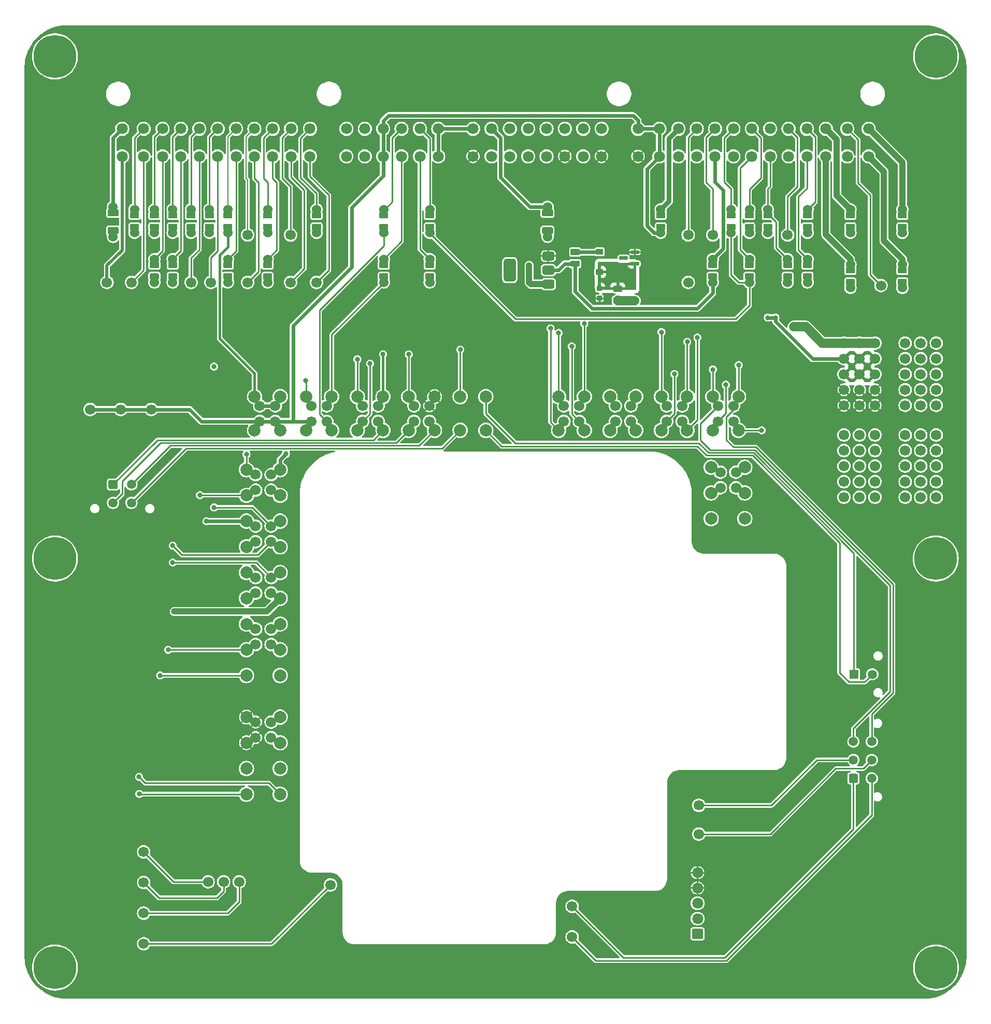
<source format=gtl>
G04 #@! TF.GenerationSoftware,KiCad,Pcbnew,8.0.9-8.0.9-0~ubuntu24.04.1*
G04 #@! TF.CreationDate,2025-09-02T15:45:05+00:00*
G04 #@! TF.ProjectId,uaefi-adapter-NA-90-95,75616566-692d-4616-9461-707465722d4e,b*
G04 #@! TF.SameCoordinates,Original*
G04 #@! TF.FileFunction,Copper,L1,Top*
G04 #@! TF.FilePolarity,Positive*
%FSLAX46Y46*%
G04 Gerber Fmt 4.6, Leading zero omitted, Abs format (unit mm)*
G04 Created by KiCad (PCBNEW 8.0.9-8.0.9-0~ubuntu24.04.1) date 2025-09-02 15:45:05*
%MOMM*%
%LPD*%
G01*
G04 APERTURE LIST*
G04 #@! TA.AperFunction,ComponentPad*
%ADD10C,1.524000*%
G04 #@! TD*
G04 #@! TA.AperFunction,ComponentPad*
%ADD11C,1.700000*%
G04 #@! TD*
G04 #@! TA.AperFunction,ComponentPad*
%ADD12C,1.500000*%
G04 #@! TD*
G04 #@! TA.AperFunction,ComponentPad*
%ADD13C,7.000000*%
G04 #@! TD*
G04 #@! TA.AperFunction,ComponentPad*
%ADD14C,1.800000*%
G04 #@! TD*
G04 #@! TA.AperFunction,ComponentPad*
%ADD15C,2.000000*%
G04 #@! TD*
G04 #@! TA.AperFunction,ComponentPad*
%ADD16O,1.850000X1.700000*%
G04 #@! TD*
G04 #@! TA.AperFunction,ViaPad*
%ADD17C,0.800000*%
G04 #@! TD*
G04 #@! TA.AperFunction,Conductor*
%ADD18C,0.600000*%
G04 #@! TD*
G04 #@! TA.AperFunction,Conductor*
%ADD19C,1.500000*%
G04 #@! TD*
G04 #@! TA.AperFunction,Conductor*
%ADD20C,0.250000*%
G04 #@! TD*
G04 #@! TA.AperFunction,Conductor*
%ADD21C,0.200000*%
G04 #@! TD*
G04 #@! TA.AperFunction,Conductor*
%ADD22C,1.000000*%
G04 #@! TD*
G04 #@! TA.AperFunction,Conductor*
%ADD23C,0.400000*%
G04 #@! TD*
G04 #@! TA.AperFunction,Conductor*
%ADD24C,0.500000*%
G04 #@! TD*
G04 #@! TA.AperFunction,Conductor*
%ADD25C,0.800000*%
G04 #@! TD*
G04 APERTURE END LIST*
D10*
G04 #@! TO.P,R17,1,1*
G04 #@! TO.N,/OUT_RADIATOR_FAN_RELAY*
X30249999Y125094999D03*
G04 #@! TA.AperFunction,SMDPad,CuDef*
G36*
G01*
X30874999Y125549998D02*
X29624999Y125549998D01*
G75*
G02*
X29524999Y125649998I0J100000D01*
G01*
X29524999Y126449998D01*
G75*
G02*
X29624999Y126549998I100000J0D01*
G01*
X30874999Y126549998D01*
G75*
G02*
X30974999Y126449998I0J-100000D01*
G01*
X30974999Y125649998D01*
G75*
G02*
X30874999Y125549998I-100000J0D01*
G01*
G37*
G04 #@! TD.AperFunction*
G04 #@! TO.P,R17,2,2*
G04 #@! TO.N,/1L*
G04 #@! TA.AperFunction,SMDPad,CuDef*
G36*
G01*
X30874999Y127450020D02*
X29624999Y127450020D01*
G75*
G02*
X29524999Y127550020I0J100000D01*
G01*
X29524999Y128350020D01*
G75*
G02*
X29624999Y128450020I100000J0D01*
G01*
X30874999Y128450020D01*
G75*
G02*
X30974999Y128350020I0J-100000D01*
G01*
X30974999Y127550020D01*
G75*
G02*
X30874999Y127450020I-100000J0D01*
G01*
G37*
G04 #@! TD.AperFunction*
X30249999Y128904999D03*
G04 #@! TD*
G04 #@! TO.P,R15,1,1*
G04 #@! TO.N,/OUT_IGN2*
X24249999Y125094999D03*
G04 #@! TA.AperFunction,SMDPad,CuDef*
G36*
G01*
X24874999Y125549998D02*
X23624999Y125549998D01*
G75*
G02*
X23524999Y125649998I0J100000D01*
G01*
X23524999Y126449998D01*
G75*
G02*
X23624999Y126549998I100000J0D01*
G01*
X24874999Y126549998D01*
G75*
G02*
X24974999Y126449998I0J-100000D01*
G01*
X24974999Y125649998D01*
G75*
G02*
X24874999Y125549998I-100000J0D01*
G01*
G37*
G04 #@! TD.AperFunction*
G04 #@! TO.P,R15,2,2*
G04 #@! TO.N,/1H*
G04 #@! TA.AperFunction,SMDPad,CuDef*
G36*
G01*
X24874999Y127450020D02*
X23624999Y127450020D01*
G75*
G02*
X23524999Y127550020I0J100000D01*
G01*
X23524999Y128350020D01*
G75*
G02*
X23624999Y128450020I100000J0D01*
G01*
X24874999Y128450020D01*
G75*
G02*
X24974999Y128350020I0J-100000D01*
G01*
X24974999Y127550020D01*
G75*
G02*
X24874999Y127450020I-100000J0D01*
G01*
G37*
G04 #@! TD.AperFunction*
X24249999Y128904999D03*
G04 #@! TD*
D11*
G04 #@! TO.P,P11,1,Pin_1*
G04 #@! TO.N,/1U*
X47749999Y116999999D03*
G04 #@! TD*
D10*
G04 #@! TO.P,R58,1,1*
G04 #@! TO.N,/IN_O2S*
X118499999Y125094999D03*
G04 #@! TA.AperFunction,SMDPad,CuDef*
G36*
G01*
X119124999Y125549998D02*
X117874999Y125549998D01*
G75*
G02*
X117774999Y125649998I0J100000D01*
G01*
X117774999Y126449998D01*
G75*
G02*
X117874999Y126549998I100000J0D01*
G01*
X119124999Y126549998D01*
G75*
G02*
X119224999Y126449998I0J-100000D01*
G01*
X119224999Y125649998D01*
G75*
G02*
X119124999Y125549998I-100000J0D01*
G01*
G37*
G04 #@! TD.AperFunction*
G04 #@! TO.P,R58,2,2*
G04 #@! TO.N,/3N*
G04 #@! TA.AperFunction,SMDPad,CuDef*
G36*
G01*
X119124999Y127450020D02*
X117874999Y127450020D01*
G75*
G02*
X117774999Y127550020I0J100000D01*
G01*
X117774999Y128350020D01*
G75*
G02*
X117874999Y128450020I100000J0D01*
G01*
X119124999Y128450020D01*
G75*
G02*
X119224999Y128350020I0J-100000D01*
G01*
X119224999Y127550020D01*
G75*
G02*
X119124999Y127450020I-100000J0D01*
G01*
G37*
G04 #@! TD.AperFunction*
X118499999Y128904999D03*
G04 #@! TD*
D11*
G04 #@! TO.P,P3,1,Pin_1*
G04 #@! TO.N,Net-(M1-DC1_DIR)*
X19499999Y18999999D03*
G04 #@! TD*
G04 #@! TO.P,P_D5,1,Pin_1*
G04 #@! TO.N,Net-(M1-IN_FLEX)*
X108499999Y116999999D03*
G04 #@! TD*
D10*
G04 #@! TO.P,R57,1,1*
G04 #@! TO.N,/IN_TPS1*
X115499999Y125094999D03*
G04 #@! TA.AperFunction,SMDPad,CuDef*
G36*
G01*
X116124999Y125549998D02*
X114874999Y125549998D01*
G75*
G02*
X114774999Y125649998I0J100000D01*
G01*
X114774999Y126449998D01*
G75*
G02*
X114874999Y126549998I100000J0D01*
G01*
X116124999Y126549998D01*
G75*
G02*
X116224999Y126449998I0J-100000D01*
G01*
X116224999Y125649998D01*
G75*
G02*
X116124999Y125549998I-100000J0D01*
G01*
G37*
G04 #@! TD.AperFunction*
G04 #@! TO.P,R57,2,2*
G04 #@! TO.N,/3L*
G04 #@! TA.AperFunction,SMDPad,CuDef*
G36*
G01*
X116124999Y127450020D02*
X114874999Y127450020D01*
G75*
G02*
X114774999Y127550020I0J100000D01*
G01*
X114774999Y128350020D01*
G75*
G02*
X114874999Y128450020I100000J0D01*
G01*
X116124999Y128450020D01*
G75*
G02*
X116224999Y128350020I0J-100000D01*
G01*
X116224999Y127550020D01*
G75*
G02*
X116124999Y127450020I-100000J0D01*
G01*
G37*
G04 #@! TD.AperFunction*
X115499999Y128904999D03*
G04 #@! TD*
G04 #@! TO.P,R22,1,1*
G04 #@! TO.N,/IN_CLUTCH*
X47749999Y125094999D03*
G04 #@! TA.AperFunction,SMDPad,CuDef*
G36*
G01*
X48374999Y125549998D02*
X47124999Y125549998D01*
G75*
G02*
X47024999Y125649998I0J100000D01*
G01*
X47024999Y126449998D01*
G75*
G02*
X47124999Y126549998I100000J0D01*
G01*
X48374999Y126549998D01*
G75*
G02*
X48474999Y126449998I0J-100000D01*
G01*
X48474999Y125649998D01*
G75*
G02*
X48374999Y125549998I-100000J0D01*
G01*
G37*
G04 #@! TD.AperFunction*
G04 #@! TO.P,R22,2,2*
G04 #@! TO.N,/1V*
G04 #@! TA.AperFunction,SMDPad,CuDef*
G36*
G01*
X48374999Y127450020D02*
X47124999Y127450020D01*
G75*
G02*
X47024999Y127550020I0J100000D01*
G01*
X47024999Y128350020D01*
G75*
G02*
X47124999Y128450020I100000J0D01*
G01*
X48374999Y128450020D01*
G75*
G02*
X48474999Y128350020I0J-100000D01*
G01*
X48474999Y127550020D01*
G75*
G02*
X48374999Y127450020I-100000J0D01*
G01*
G37*
G04 #@! TD.AperFunction*
X47749999Y128904999D03*
G04 #@! TD*
G04 #@! TO.P,R46,1,1*
G04 #@! TO.N,/IN_MAF*
X124749999Y116999999D03*
G04 #@! TA.AperFunction,SMDPad,CuDef*
G36*
G01*
X125374999Y117454998D02*
X124124999Y117454998D01*
G75*
G02*
X124024999Y117554998I0J100000D01*
G01*
X124024999Y118354998D01*
G75*
G02*
X124124999Y118454998I100000J0D01*
G01*
X125374999Y118454998D01*
G75*
G02*
X125474999Y118354998I0J-100000D01*
G01*
X125474999Y117554998D01*
G75*
G02*
X125374999Y117454998I-100000J0D01*
G01*
G37*
G04 #@! TD.AperFunction*
G04 #@! TO.P,R46,2,2*
G04 #@! TO.N,/3O*
G04 #@! TA.AperFunction,SMDPad,CuDef*
G36*
G01*
X125374999Y119355020D02*
X124124999Y119355020D01*
G75*
G02*
X124024999Y119455020I0J100000D01*
G01*
X124024999Y120255020D01*
G75*
G02*
X124124999Y120355020I100000J0D01*
G01*
X125374999Y120355020D01*
G75*
G02*
X125474999Y120255020I0J-100000D01*
G01*
X125474999Y119455020D01*
G75*
G02*
X125374999Y119355020I-100000J0D01*
G01*
G37*
G04 #@! TD.AperFunction*
X124749999Y120809999D03*
G04 #@! TD*
G04 #@! TO.P,R9,1,1*
G04 #@! TO.N,/IN_AC_SW*
X39749999Y116999999D03*
G04 #@! TA.AperFunction,SMDPad,CuDef*
G36*
G01*
X40374999Y117454998D02*
X39124999Y117454998D01*
G75*
G02*
X39024999Y117554998I0J100000D01*
G01*
X39024999Y118354998D01*
G75*
G02*
X39124999Y118454998I100000J0D01*
G01*
X40374999Y118454998D01*
G75*
G02*
X40474999Y118354998I0J-100000D01*
G01*
X40474999Y117554998D01*
G75*
G02*
X40374999Y117454998I-100000J0D01*
G01*
G37*
G04 #@! TD.AperFunction*
G04 #@! TO.P,R9,2,2*
G04 #@! TO.N,/1Q*
G04 #@! TA.AperFunction,SMDPad,CuDef*
G36*
G01*
X40374999Y119355020D02*
X39124999Y119355020D01*
G75*
G02*
X39024999Y119455020I0J100000D01*
G01*
X39024999Y120255020D01*
G75*
G02*
X39124999Y120355020I100000J0D01*
G01*
X40374999Y120355020D01*
G75*
G02*
X40474999Y120255020I0J-100000D01*
G01*
X40474999Y119455020D01*
G75*
G02*
X40374999Y119355020I-100000J0D01*
G01*
G37*
G04 #@! TD.AperFunction*
X39749999Y120809999D03*
G04 #@! TD*
D11*
G04 #@! TO.P,P12,1,Pin_1*
G04 #@! TO.N,/+12V_PERM*
X13499999Y116999999D03*
G04 #@! TD*
D10*
G04 #@! TO.P,R49_51,1,1*
G04 #@! TO.N,/OUT_INJ3*
X134999999Y116094999D03*
G04 #@! TA.AperFunction,SMDPad,CuDef*
G36*
G01*
X135624999Y116549998D02*
X134374999Y116549998D01*
G75*
G02*
X134274999Y116649998I0J100000D01*
G01*
X134274999Y117449998D01*
G75*
G02*
X134374999Y117549998I100000J0D01*
G01*
X135624999Y117549998D01*
G75*
G02*
X135724999Y117449998I0J-100000D01*
G01*
X135724999Y116649998D01*
G75*
G02*
X135624999Y116549998I-100000J0D01*
G01*
G37*
G04 #@! TD.AperFunction*
G04 #@! TO.P,R49_51,2,2*
G04 #@! TO.N,/OUT_INJ1*
G04 #@! TA.AperFunction,SMDPad,CuDef*
G36*
G01*
X135624999Y118450020D02*
X134374999Y118450020D01*
G75*
G02*
X134274999Y118550020I0J100000D01*
G01*
X134274999Y119350020D01*
G75*
G02*
X134374999Y119450020I100000J0D01*
G01*
X135624999Y119450020D01*
G75*
G02*
X135724999Y119350020I0J-100000D01*
G01*
X135724999Y118550020D01*
G75*
G02*
X135624999Y118450020I-100000J0D01*
G01*
G37*
G04 #@! TD.AperFunction*
X134999999Y119904999D03*
G04 #@! TD*
D11*
G04 #@! TO.P,P63,1,Pin_1*
G04 #@! TO.N,/3X*
X139999999Y116499999D03*
G04 #@! TD*
G04 #@! TO.P,P9,1,Pin_1*
G04 #@! TO.N,Net-(M1-DC2_PWM)*
X19499999Y8999999D03*
G04 #@! TD*
D10*
G04 #@! TO.P,R3,1,1*
G04 #@! TO.N,/OUT_CHECK_ENGINE*
X21249999Y116999999D03*
G04 #@! TA.AperFunction,SMDPad,CuDef*
G36*
G01*
X21874999Y117454998D02*
X20624999Y117454998D01*
G75*
G02*
X20524999Y117554998I0J100000D01*
G01*
X20524999Y118354998D01*
G75*
G02*
X20624999Y118454998I100000J0D01*
G01*
X21874999Y118454998D01*
G75*
G02*
X21974999Y118354998I0J-100000D01*
G01*
X21974999Y117554998D01*
G75*
G02*
X21874999Y117454998I-100000J0D01*
G01*
G37*
G04 #@! TD.AperFunction*
G04 #@! TO.P,R3,2,2*
G04 #@! TO.N,/1E*
G04 #@! TA.AperFunction,SMDPad,CuDef*
G36*
G01*
X21874999Y119355020D02*
X20624999Y119355020D01*
G75*
G02*
X20524999Y119455020I0J100000D01*
G01*
X20524999Y120255020D01*
G75*
G02*
X20624999Y120355020I100000J0D01*
G01*
X21874999Y120355020D01*
G75*
G02*
X21974999Y120255020I0J-100000D01*
G01*
X21974999Y119455020D01*
G75*
G02*
X21874999Y119355020I-100000J0D01*
G01*
G37*
G04 #@! TD.AperFunction*
X21249999Y120809999D03*
G04 #@! TD*
G04 #@! TO.P,R18,1,1*
G04 #@! TO.N,+5VP*
X33249999Y125094999D03*
G04 #@! TA.AperFunction,SMDPad,CuDef*
G36*
G01*
X33874999Y125549998D02*
X32624999Y125549998D01*
G75*
G02*
X32524999Y125649998I0J100000D01*
G01*
X32524999Y126449998D01*
G75*
G02*
X32624999Y126549998I100000J0D01*
G01*
X33874999Y126549998D01*
G75*
G02*
X33974999Y126449998I0J-100000D01*
G01*
X33974999Y125649998D01*
G75*
G02*
X33874999Y125549998I-100000J0D01*
G01*
G37*
G04 #@! TD.AperFunction*
G04 #@! TO.P,R18,2,2*
G04 #@! TO.N,/1N*
G04 #@! TA.AperFunction,SMDPad,CuDef*
G36*
G01*
X33874999Y127450020D02*
X32624999Y127450020D01*
G75*
G02*
X32524999Y127550020I0J100000D01*
G01*
X32524999Y128350020D01*
G75*
G02*
X32624999Y128450020I100000J0D01*
G01*
X33874999Y128450020D01*
G75*
G02*
X33974999Y128350020I0J-100000D01*
G01*
X33974999Y127550020D01*
G75*
G02*
X33874999Y127450020I-100000J0D01*
G01*
G37*
G04 #@! TD.AperFunction*
X33249999Y128904999D03*
G04 #@! TD*
D11*
G04 #@! TO.P,P6,1,Pin_1*
G04 #@! TO.N,Net-(P1A-1K)*
X30499999Y116999999D03*
G04 #@! TD*
D10*
G04 #@! TO.P,R20,1,1*
G04 #@! TO.N,/OUT_RADIATOR_FAN_RELAY*
X39749999Y125094999D03*
G04 #@! TA.AperFunction,SMDPad,CuDef*
G36*
G01*
X40374999Y125549998D02*
X39124999Y125549998D01*
G75*
G02*
X39024999Y125649998I0J100000D01*
G01*
X39024999Y126449998D01*
G75*
G02*
X39124999Y126549998I100000J0D01*
G01*
X40374999Y126549998D01*
G75*
G02*
X40474999Y126449998I0J-100000D01*
G01*
X40474999Y125649998D01*
G75*
G02*
X40374999Y125549998I-100000J0D01*
G01*
G37*
G04 #@! TD.AperFunction*
G04 #@! TO.P,R20,2,2*
G04 #@! TO.N,Net-(P1A-1R)*
G04 #@! TA.AperFunction,SMDPad,CuDef*
G36*
G01*
X40374999Y127450020D02*
X39124999Y127450020D01*
G75*
G02*
X39024999Y127550020I0J100000D01*
G01*
X39024999Y128350020D01*
G75*
G02*
X39124999Y128450020I100000J0D01*
G01*
X40374999Y128450020D01*
G75*
G02*
X40474999Y128350020I0J-100000D01*
G01*
X40474999Y127550020D01*
G75*
G02*
X40374999Y127450020I-100000J0D01*
G01*
G37*
G04 #@! TD.AperFunction*
X39749999Y128904999D03*
G04 #@! TD*
G04 #@! TO.P,D1,1,K*
G04 #@! TO.N,Net-(D1-K)*
G04 #@! TA.AperFunction,SMDPad,CuDef*
G36*
G01*
X93489999Y122449999D02*
X94509999Y122449999D01*
G75*
G02*
X94599999Y122359999I0J-90000D01*
G01*
X94599999Y121639999D01*
G75*
G02*
X94509999Y121549999I-90000J0D01*
G01*
X93489999Y121549999D01*
G75*
G02*
X93399999Y121639999I0J90000D01*
G01*
X93399999Y122359999D01*
G75*
G02*
X93489999Y122449999I90000J0D01*
G01*
G37*
G04 #@! TD.AperFunction*
G04 #@! TO.P,D1,2,A*
G04 #@! TO.N,Net-(D1-A)*
G04 #@! TA.AperFunction,SMDPad,CuDef*
G36*
G01*
X93489999Y119149999D02*
X94509999Y119149999D01*
G75*
G02*
X94599999Y119059999I0J-90000D01*
G01*
X94599999Y118339999D01*
G75*
G02*
X94509999Y118249999I-90000J0D01*
G01*
X93489999Y118249999D01*
G75*
G02*
X93399999Y118339999I0J90000D01*
G01*
X93399999Y119059999D01*
G75*
G02*
X93489999Y119149999I90000J0D01*
G01*
G37*
G04 #@! TD.AperFunction*
G04 #@! TD*
G04 #@! TO.P,J2,1,Pin_1*
G04 #@! TO.N,Net-(J2-Pin_1)*
G04 #@! TA.AperFunction,ComponentPad*
G36*
G01*
X13749999Y83500000D02*
X13749999Y84499998D01*
G75*
G02*
X14000000Y84749999I250001J0D01*
G01*
X14999998Y84749999D01*
G75*
G02*
X15249999Y84499998I0J-250001D01*
G01*
X15249999Y83500000D01*
G75*
G02*
X14999998Y83249999I-250001J0D01*
G01*
X14000000Y83249999D01*
G75*
G02*
X13749999Y83500000I0J250001D01*
G01*
G37*
G04 #@! TD.AperFunction*
D12*
G04 #@! TO.P,J2,2,Pin_2*
G04 #@! TO.N,Net-(J2-Pin_2)*
X17499999Y83999999D03*
G04 #@! TO.P,J2,3,Pin_3*
G04 #@! TO.N,Net-(J2-Pin_3)*
X14499999Y80999999D03*
G04 #@! TO.P,J2,4,Pin_4*
G04 #@! TO.N,Net-(J2-Pin_4)*
X17499999Y80999999D03*
G04 #@! TD*
D10*
G04 #@! TO.P,R46_61,1,1*
G04 #@! TO.N,/OUT_PUMP_RELAY*
X121499999Y125094999D03*
G04 #@! TA.AperFunction,SMDPad,CuDef*
G36*
G01*
X122124999Y125549998D02*
X120874999Y125549998D01*
G75*
G02*
X120774999Y125649998I0J100000D01*
G01*
X120774999Y126449998D01*
G75*
G02*
X120874999Y126549998I100000J0D01*
G01*
X122124999Y126549998D01*
G75*
G02*
X122224999Y126449998I0J-100000D01*
G01*
X122224999Y125649998D01*
G75*
G02*
X122124999Y125549998I-100000J0D01*
G01*
G37*
G04 #@! TD.AperFunction*
G04 #@! TO.P,R46_61,2,2*
G04 #@! TO.N,/3O*
G04 #@! TA.AperFunction,SMDPad,CuDef*
G36*
G01*
X122124999Y127450020D02*
X120874999Y127450020D01*
G75*
G02*
X120774999Y127550020I0J100000D01*
G01*
X120774999Y128350020D01*
G75*
G02*
X120874999Y128450020I100000J0D01*
G01*
X122124999Y128450020D01*
G75*
G02*
X122224999Y128350020I0J-100000D01*
G01*
X122224999Y127550020D01*
G75*
G02*
X122124999Y127450020I-100000J0D01*
G01*
G37*
G04 #@! TD.AperFunction*
X121499999Y128904999D03*
G04 #@! TD*
G04 #@! TO.P,R45,1,1*
G04 #@! TO.N,/IN_TPS1*
X118499999Y116999999D03*
G04 #@! TA.AperFunction,SMDPad,CuDef*
G36*
G01*
X119124999Y117454998D02*
X117874999Y117454998D01*
G75*
G02*
X117774999Y117554998I0J100000D01*
G01*
X117774999Y118354998D01*
G75*
G02*
X117874999Y118454998I100000J0D01*
G01*
X119124999Y118454998D01*
G75*
G02*
X119224999Y118354998I0J-100000D01*
G01*
X119224999Y117554998D01*
G75*
G02*
X119124999Y117454998I-100000J0D01*
G01*
G37*
G04 #@! TD.AperFunction*
G04 #@! TO.P,R45,2,2*
G04 #@! TO.N,/3M*
G04 #@! TA.AperFunction,SMDPad,CuDef*
G36*
G01*
X119124999Y119355020D02*
X117874999Y119355020D01*
G75*
G02*
X117774999Y119455020I0J100000D01*
G01*
X117774999Y120255020D01*
G75*
G02*
X117874999Y120355020I100000J0D01*
G01*
X119124999Y120355020D01*
G75*
G02*
X119224999Y120255020I0J-100000D01*
G01*
X119224999Y119455020D01*
G75*
G02*
X119124999Y119355020I-100000J0D01*
G01*
G37*
G04 #@! TD.AperFunction*
X118499999Y120809999D03*
G04 #@! TD*
D11*
G04 #@! TO.P,P_C11,1,Pin_1*
G04 #@! TO.N,GNDA*
X20749999Y96249999D03*
G04 #@! TD*
G04 #@! TO.P,P10,1,Pin_1*
G04 #@! TO.N,Net-(P10-Pin_1)*
X43499999Y116999999D03*
G04 #@! TD*
D10*
G04 #@! TO.P,R51,1,1*
G04 #@! TO.N,/OUT_INJ3*
X143499999Y116094999D03*
G04 #@! TA.AperFunction,SMDPad,CuDef*
G36*
G01*
X144124999Y116549998D02*
X142874999Y116549998D01*
G75*
G02*
X142774999Y116649998I0J100000D01*
G01*
X142774999Y117449998D01*
G75*
G02*
X142874999Y117549998I100000J0D01*
G01*
X144124999Y117549998D01*
G75*
G02*
X144224999Y117449998I0J-100000D01*
G01*
X144224999Y116649998D01*
G75*
G02*
X144124999Y116549998I-100000J0D01*
G01*
G37*
G04 #@! TD.AperFunction*
G04 #@! TO.P,R51,2,2*
G04 #@! TO.N,/3Y*
G04 #@! TA.AperFunction,SMDPad,CuDef*
G36*
G01*
X144124999Y118450020D02*
X142874999Y118450020D01*
G75*
G02*
X142774999Y118550020I0J100000D01*
G01*
X142774999Y119350020D01*
G75*
G02*
X142874999Y119450020I100000J0D01*
G01*
X144124999Y119450020D01*
G75*
G02*
X144224999Y119350020I0J-100000D01*
G01*
X144224999Y118550020D01*
G75*
G02*
X144124999Y118450020I-100000J0D01*
G01*
G37*
G04 #@! TD.AperFunction*
X143499999Y119904999D03*
G04 #@! TD*
D11*
G04 #@! TO.P,G9,1*
G04 #@! TO.N,unconnected-(G9-Pad1)*
X143959999Y96919999D03*
G04 #@! TO.P,G9,2*
G04 #@! TO.N,unconnected-(G9-Pad2)*
X143959999Y99459999D03*
G04 #@! TO.P,G9,3*
G04 #@! TO.N,unconnected-(G9-Pad3)*
X143959999Y101999999D03*
G04 #@! TO.P,G9,4*
G04 #@! TO.N,unconnected-(G9-Pad4)*
X143959999Y104539999D03*
G04 #@! TO.P,G9,5*
G04 #@! TO.N,unconnected-(G9-Pad5)*
X143959999Y107079999D03*
G04 #@! TO.P,G9,6*
G04 #@! TO.N,unconnected-(G9-Pad6)*
X146499999Y96919999D03*
G04 #@! TO.P,G9,7*
G04 #@! TO.N,unconnected-(G9-Pad7)*
X146499999Y99459999D03*
G04 #@! TO.P,G9,8*
G04 #@! TO.N,unconnected-(G9-Pad8)*
X146499999Y101999999D03*
G04 #@! TO.P,G9,9*
G04 #@! TO.N,unconnected-(G9-Pad9)*
X146499999Y104539999D03*
G04 #@! TO.P,G9,10*
G04 #@! TO.N,unconnected-(G9-Pad10)*
X146499999Y107079999D03*
G04 #@! TO.P,G9,11*
G04 #@! TO.N,unconnected-(G9-Pad11)*
X149039999Y96919999D03*
G04 #@! TO.P,G9,12*
G04 #@! TO.N,unconnected-(G9-Pad12)*
X149039999Y99459999D03*
G04 #@! TO.P,G9,13*
G04 #@! TO.N,unconnected-(G9-Pad13)*
X149039999Y101999999D03*
G04 #@! TO.P,G9,14*
G04 #@! TO.N,unconnected-(G9-Pad14)*
X149039999Y104539999D03*
G04 #@! TO.P,G9,15*
G04 #@! TO.N,unconnected-(G9-Pad15)*
X149039999Y107079999D03*
G04 #@! TD*
D10*
G04 #@! TO.P,R43,1,1*
G04 #@! TO.N,/OUT_TACH*
X112499999Y116999999D03*
G04 #@! TA.AperFunction,SMDPad,CuDef*
G36*
G01*
X113124999Y117454998D02*
X111874999Y117454998D01*
G75*
G02*
X111774999Y117554998I0J100000D01*
G01*
X111774999Y118354998D01*
G75*
G02*
X111874999Y118454998I100000J0D01*
G01*
X113124999Y118454998D01*
G75*
G02*
X113224999Y118354998I0J-100000D01*
G01*
X113224999Y117554998D01*
G75*
G02*
X113124999Y117454998I-100000J0D01*
G01*
G37*
G04 #@! TD.AperFunction*
G04 #@! TO.P,R43,2,2*
G04 #@! TO.N,/3I*
G04 #@! TA.AperFunction,SMDPad,CuDef*
G36*
G01*
X113124999Y119355020D02*
X111874999Y119355020D01*
G75*
G02*
X111774999Y119455020I0J100000D01*
G01*
X111774999Y120255020D01*
G75*
G02*
X111874999Y120355020I100000J0D01*
G01*
X113124999Y120355020D01*
G75*
G02*
X113224999Y120255020I0J-100000D01*
G01*
X113224999Y119455020D01*
G75*
G02*
X113124999Y119355020I-100000J0D01*
G01*
G37*
G04 #@! TD.AperFunction*
X112499999Y120809999D03*
G04 #@! TD*
G04 #@! TO.P,D2,1*
G04 #@! TO.N,Net-(D1-A)*
G04 #@! TA.AperFunction,SMDPad,CuDef*
G36*
G01*
X100524999Y120199999D02*
X100524999Y119899999D01*
G75*
G02*
X100374999Y119749999I-150000J0D01*
G01*
X99199999Y119749999D01*
G75*
G02*
X99049999Y119899999I0J150000D01*
G01*
X99049999Y120199999D01*
G75*
G02*
X99199999Y120349999I150000J0D01*
G01*
X100374999Y120349999D01*
G75*
G02*
X100524999Y120199999I0J-150000D01*
G01*
G37*
G04 #@! TD.AperFunction*
G04 #@! TO.P,D2,2*
G04 #@! TO.N,unconnected-(D2-Pad2)*
G04 #@! TA.AperFunction,SMDPad,CuDef*
G36*
G01*
X98649999Y121149999D02*
X98649999Y120849999D01*
G75*
G02*
X98499999Y120699999I-150000J0D01*
G01*
X97324999Y120699999D01*
G75*
G02*
X97174999Y120849999I0J150000D01*
G01*
X97174999Y121149999D01*
G75*
G02*
X97324999Y121299999I150000J0D01*
G01*
X98499999Y121299999D01*
G75*
G02*
X98649999Y121149999I0J-150000D01*
G01*
G37*
G04 #@! TD.AperFunction*
G04 #@! TO.P,D2,3*
G04 #@! TO.N,GND*
G04 #@! TA.AperFunction,SMDPad,CuDef*
G36*
G01*
X100524999Y122099999D02*
X100524999Y121799999D01*
G75*
G02*
X100374999Y121649999I-150000J0D01*
G01*
X99199999Y121649999D01*
G75*
G02*
X99049999Y121799999I0J150000D01*
G01*
X99049999Y122099999D01*
G75*
G02*
X99199999Y122249999I150000J0D01*
G01*
X100374999Y122249999D01*
G75*
G02*
X100524999Y122099999I0J-150000D01*
G01*
G37*
G04 #@! TD.AperFunction*
G04 #@! TD*
G04 #@! TO.P,J1,1,Pin_1*
G04 #@! TO.N,Net-(J1-Pin_1)*
G04 #@! TA.AperFunction,ComponentPad*
G36*
G01*
X135999998Y35249999D02*
X135000000Y35249999D01*
G75*
G02*
X134749999Y35500000I0J250001D01*
G01*
X134749999Y36499998D01*
G75*
G02*
X135000000Y36749999I250001J0D01*
G01*
X135999998Y36749999D01*
G75*
G02*
X136249999Y36499998I0J-250001D01*
G01*
X136249999Y35500000D01*
G75*
G02*
X135999998Y35249999I-250001J0D01*
G01*
G37*
G04 #@! TD.AperFunction*
D12*
G04 #@! TO.P,J1,2,Pin_2*
G04 #@! TO.N,Net-(J1-Pin_2)*
X135499999Y38999999D03*
G04 #@! TO.P,J1,3,Pin_3*
G04 #@! TO.N,/CANH*
X135499999Y41999999D03*
G04 #@! TO.P,J1,4,Pin_4*
G04 #@! TO.N,Net-(J1-Pin_4)*
X138499999Y35999999D03*
G04 #@! TO.P,J1,5,Pin_5*
G04 #@! TO.N,Net-(J1-Pin_5)*
X138499999Y38999999D03*
G04 #@! TO.P,J1,6,Pin_6*
G04 #@! TO.N,/CANL*
X138499999Y41999999D03*
G04 #@! TD*
D13*
G04 #@! TO.P,J16,1,Pin_1*
G04 #@! TO.N,N/C*
X149000000Y153900000D03*
G04 #@! TD*
G04 #@! TO.P,R1,1*
G04 #@! TO.N,Net-(D1-K)*
G04 #@! TA.AperFunction,SMDPad,CuDef*
G36*
G01*
X89374999Y122450000D02*
X90624999Y122450000D01*
G75*
G02*
X90724999Y122350000I0J-100000D01*
G01*
X90724999Y121550000D01*
G75*
G02*
X90624999Y121450000I-100000J0D01*
G01*
X89374999Y121450000D01*
G75*
G02*
X89274999Y121550000I0J100000D01*
G01*
X89274999Y122350000D01*
G75*
G02*
X89374999Y122450000I100000J0D01*
G01*
G37*
G04 #@! TD.AperFunction*
G04 #@! TO.P,R1,2*
G04 #@! TO.N,/OUT_TACH*
G04 #@! TA.AperFunction,SMDPad,CuDef*
G36*
G01*
X89374999Y120549978D02*
X90624999Y120549978D01*
G75*
G02*
X90724999Y120449978I0J-100000D01*
G01*
X90724999Y119649978D01*
G75*
G02*
X90624999Y119549978I-100000J0D01*
G01*
X89374999Y119549978D01*
G75*
G02*
X89274999Y119649978I0J100000D01*
G01*
X89274999Y120449978D01*
G75*
G02*
X89374999Y120549978I100000J0D01*
G01*
G37*
G04 #@! TD.AperFunction*
G04 #@! TD*
G04 #@! TO.P,J17,1,Pin_1*
G04 #@! TO.N,N/C*
X5000000Y71900000D03*
G04 #@! TD*
D10*
G04 #@! TO.P,R16,1,1*
G04 #@! TO.N,/OUT_AC_RELAY*
X27249999Y125094999D03*
G04 #@! TA.AperFunction,SMDPad,CuDef*
G36*
G01*
X27874999Y125549998D02*
X26624999Y125549998D01*
G75*
G02*
X26524999Y125649998I0J100000D01*
G01*
X26524999Y126449998D01*
G75*
G02*
X26624999Y126549998I100000J0D01*
G01*
X27874999Y126549998D01*
G75*
G02*
X27974999Y126449998I0J-100000D01*
G01*
X27974999Y125649998D01*
G75*
G02*
X27874999Y125549998I-100000J0D01*
G01*
G37*
G04 #@! TD.AperFunction*
G04 #@! TO.P,R16,2,2*
G04 #@! TO.N,/1J*
G04 #@! TA.AperFunction,SMDPad,CuDef*
G36*
G01*
X27874999Y127450020D02*
X26624999Y127450020D01*
G75*
G02*
X26524999Y127550020I0J100000D01*
G01*
X26524999Y128350020D01*
G75*
G02*
X26624999Y128450020I100000J0D01*
G01*
X27874999Y128450020D01*
G75*
G02*
X27974999Y128350020I0J-100000D01*
G01*
X27974999Y127550020D01*
G75*
G02*
X27874999Y127450020I-100000J0D01*
G01*
G37*
G04 #@! TD.AperFunction*
X27249999Y128904999D03*
G04 #@! TD*
G04 #@! TO.P,R48,1,1*
G04 #@! TO.N,/OUT_CONDENSER_FAN*
X127999999Y116999999D03*
G04 #@! TA.AperFunction,SMDPad,CuDef*
G36*
G01*
X128624999Y117454998D02*
X127374999Y117454998D01*
G75*
G02*
X127274999Y117554998I0J100000D01*
G01*
X127274999Y118354998D01*
G75*
G02*
X127374999Y118454998I100000J0D01*
G01*
X128624999Y118454998D01*
G75*
G02*
X128724999Y118354998I0J-100000D01*
G01*
X128724999Y117554998D01*
G75*
G02*
X128624999Y117454998I-100000J0D01*
G01*
G37*
G04 #@! TD.AperFunction*
G04 #@! TO.P,R48,2,2*
G04 #@! TO.N,/3S*
G04 #@! TA.AperFunction,SMDPad,CuDef*
G36*
G01*
X128624999Y119355020D02*
X127374999Y119355020D01*
G75*
G02*
X127274999Y119455020I0J100000D01*
G01*
X127274999Y120255020D01*
G75*
G02*
X127374999Y120355020I100000J0D01*
G01*
X128624999Y120355020D01*
G75*
G02*
X128724999Y120255020I0J-100000D01*
G01*
X128724999Y119455020D01*
G75*
G02*
X128624999Y119355020I-100000J0D01*
G01*
G37*
G04 #@! TD.AperFunction*
X127999999Y120809999D03*
G04 #@! TD*
G04 #@! TO.P,C1,1*
G04 #@! TO.N,GND*
G04 #@! TA.AperFunction,SMDPad,CuDef*
G36*
G01*
X94339999Y113994997D02*
X93659999Y113994997D01*
G75*
G02*
X93574999Y114079997I0J85000D01*
G01*
X93574999Y114759997D01*
G75*
G02*
X93659999Y114844997I85000J0D01*
G01*
X94339999Y114844997D01*
G75*
G02*
X94424999Y114759997I0J-85000D01*
G01*
X94424999Y114079997D01*
G75*
G02*
X94339999Y113994997I-85000J0D01*
G01*
G37*
G04 #@! TD.AperFunction*
G04 #@! TO.P,C1,2*
G04 #@! TO.N,Net-(D1-A)*
G04 #@! TA.AperFunction,SMDPad,CuDef*
G36*
G01*
X94339999Y115574999D02*
X93659999Y115574999D01*
G75*
G02*
X93574999Y115659999I0J85000D01*
G01*
X93574999Y116339999D01*
G75*
G02*
X93659999Y116424999I85000J0D01*
G01*
X94339999Y116424999D01*
G75*
G02*
X94424999Y116339999I0J-85000D01*
G01*
X94424999Y115659999D01*
G75*
G02*
X94339999Y115574999I-85000J0D01*
G01*
G37*
G04 #@! TD.AperFunction*
G04 #@! TD*
G04 #@! TO.P,R14,1,1*
G04 #@! TO.N,/CANL*
X21249999Y125094999D03*
G04 #@! TA.AperFunction,SMDPad,CuDef*
G36*
G01*
X21874999Y125549998D02*
X20624999Y125549998D01*
G75*
G02*
X20524999Y125649998I0J100000D01*
G01*
X20524999Y126449998D01*
G75*
G02*
X20624999Y126549998I100000J0D01*
G01*
X21874999Y126549998D01*
G75*
G02*
X21974999Y126449998I0J-100000D01*
G01*
X21974999Y125649998D01*
G75*
G02*
X21874999Y125549998I-100000J0D01*
G01*
G37*
G04 #@! TD.AperFunction*
G04 #@! TO.P,R14,2,2*
G04 #@! TO.N,/1F*
G04 #@! TA.AperFunction,SMDPad,CuDef*
G36*
G01*
X21874999Y127450020D02*
X20624999Y127450020D01*
G75*
G02*
X20524999Y127550020I0J100000D01*
G01*
X20524999Y128350020D01*
G75*
G02*
X20624999Y128450020I100000J0D01*
G01*
X21874999Y128450020D01*
G75*
G02*
X21974999Y128350020I0J-100000D01*
G01*
X21974999Y127550020D01*
G75*
G02*
X21874999Y127450020I-100000J0D01*
G01*
G37*
G04 #@! TD.AperFunction*
X21249999Y128904999D03*
G04 #@! TD*
G04 #@! TO.P,R68,1,1*
G04 #@! TO.N,/IN_TEMP_OR_PPS2*
X58749999Y116999999D03*
G04 #@! TA.AperFunction,SMDPad,CuDef*
G36*
G01*
X59374999Y117454998D02*
X58124999Y117454998D01*
G75*
G02*
X58024999Y117554998I0J100000D01*
G01*
X58024999Y118354998D01*
G75*
G02*
X58124999Y118454998I100000J0D01*
G01*
X59374999Y118454998D01*
G75*
G02*
X59474999Y118354998I0J-100000D01*
G01*
X59474999Y117554998D01*
G75*
G02*
X59374999Y117454998I-100000J0D01*
G01*
G37*
G04 #@! TD.AperFunction*
G04 #@! TO.P,R68,2,2*
G04 #@! TO.N,Net-(P1D-4G)*
G04 #@! TA.AperFunction,SMDPad,CuDef*
G36*
G01*
X59374999Y119355020D02*
X58124999Y119355020D01*
G75*
G02*
X58024999Y119455020I0J100000D01*
G01*
X58024999Y120255020D01*
G75*
G02*
X58124999Y120355020I100000J0D01*
G01*
X59374999Y120355020D01*
G75*
G02*
X59474999Y120255020I0J-100000D01*
G01*
X59474999Y119455020D01*
G75*
G02*
X59374999Y119355020I-100000J0D01*
G01*
G37*
G04 #@! TD.AperFunction*
X58749999Y120809999D03*
G04 #@! TD*
D11*
G04 #@! TO.P,P2,1,Pin_1*
G04 #@! TO.N,/1C*
X17499999Y116999999D03*
G04 #@! TD*
G04 #@! TO.P,P_C12,1,Pin_1*
G04 #@! TO.N,GNDA*
X15749999Y96249999D03*
G04 #@! TD*
D10*
G04 #@! TO.P,F12,1,1*
G04 #@! TO.N,/1B*
X14499999Y129354999D03*
G04 #@! TA.AperFunction,SMDPad,CuDef*
G36*
G01*
X13599999Y128010009D02*
X13599999Y128700009D01*
G75*
G02*
X13829999Y128930009I230000J0D01*
G01*
X15169999Y128930009D01*
G75*
G02*
X15399999Y128700009I0J-230000D01*
G01*
X15399999Y128010009D01*
G75*
G02*
X15169999Y127780009I-230000J0D01*
G01*
X13829999Y127780009D01*
G75*
G02*
X13599999Y128010009I0J230000D01*
G01*
G37*
G04 #@! TD.AperFunction*
G04 #@! TO.P,F12,2,2*
G04 #@! TO.N,/12V_FROM_MAIN_RELAY*
G04 #@! TA.AperFunction,SMDPad,CuDef*
G36*
G01*
X13599999Y125109989D02*
X13599999Y125799989D01*
G75*
G02*
X13829999Y126029989I230000J0D01*
G01*
X15169999Y126029989D01*
G75*
G02*
X15399999Y125799989I0J-230000D01*
G01*
X15399999Y125109989D01*
G75*
G02*
X15169999Y124879989I-230000J0D01*
G01*
X13829999Y124879989D01*
G75*
G02*
X13599999Y125109989I0J230000D01*
G01*
G37*
G04 #@! TD.AperFunction*
X14499999Y124454999D03*
G04 #@! TD*
D11*
G04 #@! TO.P,P55,1,Pin_1*
G04 #@! TO.N,/3H*
X108499999Y124749999D03*
G04 #@! TD*
D10*
G04 #@! TO.P,R4,1,1*
G04 #@! TO.N,/OUT_IGN1*
X24249999Y116999999D03*
G04 #@! TA.AperFunction,SMDPad,CuDef*
G36*
G01*
X24874999Y117454998D02*
X23624999Y117454998D01*
G75*
G02*
X23524999Y117554998I0J100000D01*
G01*
X23524999Y118354998D01*
G75*
G02*
X23624999Y118454998I100000J0D01*
G01*
X24874999Y118454998D01*
G75*
G02*
X24974999Y118354998I0J-100000D01*
G01*
X24974999Y117554998D01*
G75*
G02*
X24874999Y117454998I-100000J0D01*
G01*
G37*
G04 #@! TD.AperFunction*
G04 #@! TO.P,R4,2,2*
G04 #@! TO.N,/1G*
G04 #@! TA.AperFunction,SMDPad,CuDef*
G36*
G01*
X24874999Y119355020D02*
X23624999Y119355020D01*
G75*
G02*
X23524999Y119455020I0J100000D01*
G01*
X23524999Y120255020D01*
G75*
G02*
X23624999Y120355020I100000J0D01*
G01*
X24874999Y120355020D01*
G75*
G02*
X24974999Y120255020I0J-100000D01*
G01*
X24974999Y119455020D01*
G75*
G02*
X24874999Y119355020I-100000J0D01*
G01*
G37*
G04 #@! TD.AperFunction*
X24249999Y120809999D03*
G04 #@! TD*
D11*
G04 #@! TO.P,G8,1*
G04 #@! TO.N,GND*
X133959999Y96919999D03*
G04 #@! TO.P,G8,2*
X133959999Y99459999D03*
G04 #@! TO.P,G8,3*
G04 #@! TO.N,+5VP*
X133959999Y101999999D03*
G04 #@! TO.P,G8,4*
X133959999Y104539999D03*
G04 #@! TO.P,G8,5*
G04 #@! TO.N,/12V_FROM_MAIN_RELAY*
X133959999Y107079999D03*
G04 #@! TO.P,G8,6*
G04 #@! TO.N,GND*
X136499999Y96919999D03*
G04 #@! TO.P,G8,7*
X136499999Y99459999D03*
G04 #@! TO.P,G8,8*
G04 #@! TO.N,+5VP*
X136499999Y101999999D03*
G04 #@! TO.P,G8,9*
X136499999Y104539999D03*
G04 #@! TO.P,G8,10*
G04 #@! TO.N,/12V_FROM_MAIN_RELAY*
X136499999Y107079999D03*
G04 #@! TO.P,G8,11*
G04 #@! TO.N,GND*
X139039999Y96919999D03*
G04 #@! TO.P,G8,12*
X139039999Y99459999D03*
G04 #@! TO.P,G8,13*
G04 #@! TO.N,+5VP*
X139039999Y101999999D03*
G04 #@! TO.P,G8,14*
X139039999Y104539999D03*
G04 #@! TO.P,G8,15*
G04 #@! TO.N,/12V_FROM_MAIN_RELAY*
X139039999Y107079999D03*
G04 #@! TD*
D10*
G04 #@! TO.P,R74,1,1*
G04 #@! TO.N,/IN_TPS2*
X58749999Y125094999D03*
G04 #@! TA.AperFunction,SMDPad,CuDef*
G36*
G01*
X59374999Y125549998D02*
X58124999Y125549998D01*
G75*
G02*
X58024999Y125649998I0J100000D01*
G01*
X58024999Y126449998D01*
G75*
G02*
X58124999Y126549998I100000J0D01*
G01*
X59374999Y126549998D01*
G75*
G02*
X59474999Y126449998I0J-100000D01*
G01*
X59474999Y125649998D01*
G75*
G02*
X59374999Y125549998I-100000J0D01*
G01*
G37*
G04 #@! TD.AperFunction*
G04 #@! TO.P,R74,2,2*
G04 #@! TO.N,Net-(P1D-4H)*
G04 #@! TA.AperFunction,SMDPad,CuDef*
G36*
G01*
X59374999Y127450020D02*
X58124999Y127450020D01*
G75*
G02*
X58024999Y127550020I0J100000D01*
G01*
X58024999Y128350020D01*
G75*
G02*
X58124999Y128450020I100000J0D01*
G01*
X59374999Y128450020D01*
G75*
G02*
X59474999Y128350020I0J-100000D01*
G01*
X59474999Y127550020D01*
G75*
G02*
X59374999Y127450020I-100000J0D01*
G01*
G37*
G04 #@! TD.AperFunction*
X58749999Y128904999D03*
G04 #@! TD*
D11*
G04 #@! TO.P,G10,1*
G04 #@! TO.N,unconnected-(G10-Pad1)*
X133959999Y81919999D03*
G04 #@! TO.P,G10,2*
G04 #@! TO.N,unconnected-(G10-Pad2)*
X133959999Y84459999D03*
G04 #@! TO.P,G10,3*
G04 #@! TO.N,unconnected-(G10-Pad3)*
X133959999Y86999999D03*
G04 #@! TO.P,G10,4*
G04 #@! TO.N,unconnected-(G10-Pad4)*
X133959999Y89539999D03*
G04 #@! TO.P,G10,5*
G04 #@! TO.N,unconnected-(G10-Pad5)*
X133959999Y92079999D03*
G04 #@! TO.P,G10,6*
G04 #@! TO.N,unconnected-(G10-Pad6)*
X136499999Y81919999D03*
G04 #@! TO.P,G10,7*
G04 #@! TO.N,unconnected-(G10-Pad7)*
X136499999Y84459999D03*
G04 #@! TO.P,G10,8*
G04 #@! TO.N,unconnected-(G10-Pad8)*
X136499999Y86999999D03*
G04 #@! TO.P,G10,9*
G04 #@! TO.N,unconnected-(G10-Pad9)*
X136499999Y89539999D03*
G04 #@! TO.P,G10,10*
G04 #@! TO.N,unconnected-(G10-Pad10)*
X136499999Y92079999D03*
G04 #@! TO.P,G10,11*
G04 #@! TO.N,unconnected-(G10-Pad11)*
X139039999Y81919999D03*
G04 #@! TO.P,G10,12*
G04 #@! TO.N,unconnected-(G10-Pad12)*
X139039999Y84459999D03*
G04 #@! TO.P,G10,13*
G04 #@! TO.N,unconnected-(G10-Pad13)*
X139039999Y86999999D03*
G04 #@! TO.P,G10,14*
G04 #@! TO.N,unconnected-(G10-Pad14)*
X139039999Y89539999D03*
G04 #@! TO.P,G10,15*
G04 #@! TO.N,unconnected-(G10-Pad15)*
X139039999Y92079999D03*
G04 #@! TD*
D14*
G04 #@! TO.P,P1,1,1A*
G04 #@! TO.N,/+12V_PERM*
X15990980Y137579120D03*
G04 #@! TO.P,P1,2,1C*
G04 #@! TO.N,/1C*
X19488560Y137579120D03*
G04 #@! TO.P,P1,3,1E*
G04 #@! TO.N,/1E*
X22589900Y137579120D03*
G04 #@! TO.P,P1,4,1G*
G04 #@! TO.N,/1G*
X25589640Y137579120D03*
G04 #@! TO.P,P1,5,1I*
G04 #@! TO.N,Net-(P1A-1I)*
X28589380Y137579120D03*
G04 #@! TO.P,P1,6,1K*
G04 #@! TO.N,Net-(P1A-1K)*
X31589120Y137579120D03*
G04 #@! TO.P,P1,7,1M*
G04 #@! TO.N,/1M*
X34588860Y137579120D03*
G04 #@! TO.P,P1,8,1O*
G04 #@! TO.N,/1O*
X37588600Y137579120D03*
G04 #@! TO.P,P1,9,1Q*
G04 #@! TO.N,/1Q*
X40588340Y137579120D03*
G04 #@! TO.P,P1,10,1S*
G04 #@! TO.N,Net-(P10-Pin_1)*
X43588080Y137579120D03*
G04 #@! TO.P,P1,11,1U*
G04 #@! TO.N,/1U*
X46689420Y137579120D03*
G04 #@! TO.P,P1,12,1B*
G04 #@! TO.N,/1B*
X15990980Y142080000D03*
G04 #@! TO.P,P1,13,1D*
G04 #@! TO.N,/1D*
X19488560Y142080000D03*
G04 #@! TO.P,P1,14,1F*
G04 #@! TO.N,/1F*
X22589900Y142080000D03*
G04 #@! TO.P,P1,15,1H*
G04 #@! TO.N,/1H*
X25589640Y142080000D03*
G04 #@! TO.P,P1,16,1J*
G04 #@! TO.N,/1J*
X28589380Y142080000D03*
G04 #@! TO.P,P1,17,1L*
G04 #@! TO.N,/1L*
X31589120Y142080000D03*
G04 #@! TO.P,P1,18,1N*
G04 #@! TO.N,/1N*
X34588860Y142080000D03*
G04 #@! TO.P,P1,19,1P*
G04 #@! TO.N,/1P*
X37588600Y142080000D03*
G04 #@! TO.P,P1,20,1R*
G04 #@! TO.N,Net-(P1A-1R)*
X40588340Y142080000D03*
G04 #@! TO.P,P1,21,1T*
G04 #@! TO.N,Net-(P1A-1T)*
X43588080Y142080000D03*
G04 #@! TO.P,P1,22,1V*
G04 #@! TO.N,/1V*
X46689420Y142080000D03*
G04 #@! TO.P,P1,23,2A*
G04 #@! TO.N,GND*
X73340980Y137579120D03*
G04 #@! TO.P,P1,24,2C*
G04 #@! TO.N,/WBO_H-*
X76340720Y137579120D03*
G04 #@! TO.P,P1,25,2E*
G04 #@! TO.N,/WBO_R_Trim*
X79340460Y137579120D03*
G04 #@! TO.P,P1,26,2G*
G04 #@! TO.N,/WBO_Vs{slash}Ip*
X82340200Y137579120D03*
G04 #@! TO.P,P1,27,2I*
G04 #@! TO.N,/OUT_VVT*
X85342480Y137579120D03*
G04 #@! TO.P,P1,28,2K*
G04 #@! TO.N,GND*
X88342220Y137579120D03*
G04 #@! TO.P,P1,29,2M*
G04 #@! TO.N,/IN_PRESSURE*
X91341960Y137579120D03*
G04 #@! TO.P,P1,30,2O*
G04 #@! TO.N,GND*
X94341700Y137579120D03*
G04 #@! TO.P,P1,31,2B*
G04 #@! TO.N,+5VP*
X73340980Y142080000D03*
G04 #@! TO.P,P1,32,2D*
G04 #@! TO.N,/2D*
X76340720Y142080000D03*
G04 #@! TO.P,P1,33,2F*
G04 #@! TO.N,/WBO_Ip*
X79340460Y142080000D03*
G04 #@! TO.P,P1,34,2H*
G04 #@! TO.N,/WBO_Vs*
X82340200Y142080000D03*
G04 #@! TO.P,P1,35,2J*
G04 #@! TO.N,/OUT_BOOST_CONTROL*
X85342480Y142080000D03*
G04 #@! TO.P,P1,36,2L*
G04 #@! TO.N,/IN_DIGITAL*
X88342220Y142080000D03*
G04 #@! TO.P,P1,37,2N*
G04 #@! TO.N,/IN_TEMP*
X91341960Y142080000D03*
G04 #@! TO.P,P1,38,2P*
G04 #@! TO.N,/IN_KNOCK_RAW*
X94341700Y142080000D03*
G04 #@! TO.P,P1,39,3A*
G04 #@! TO.N,GND*
X100287840Y137579120D03*
G04 #@! TO.P,P1,40,3C*
G04 #@! TO.N,GNDA*
X103787960Y137579120D03*
G04 #@! TO.P,P1,41,3E*
G04 #@! TO.N,/IN_CRANK*
X106891840Y137579120D03*
G04 #@! TO.P,P1,42,3G*
G04 #@! TO.N,/IN_CAM*
X109891580Y137579120D03*
G04 #@! TO.P,P1,43,3I*
G04 #@! TO.N,/3I*
X112891320Y137579120D03*
G04 #@! TO.P,P1,44,3K*
G04 #@! TO.N,+5VP*
X115891060Y137579120D03*
G04 #@! TO.P,P1,45,3M*
G04 #@! TO.N,/3M*
X118890800Y137579120D03*
G04 #@! TO.P,P1,46,3O*
G04 #@! TO.N,/3O*
X121890540Y137579120D03*
G04 #@! TO.P,P1,47,3Q*
G04 #@! TO.N,/IN_CLT*
X124890280Y137579120D03*
G04 #@! TO.P,P1,48,3S*
G04 #@! TO.N,/3S*
X127890020Y137579120D03*
G04 #@! TO.P,P1,49,3U*
G04 #@! TO.N,/OUT_INJ1*
X130991360Y137579120D03*
G04 #@! TO.P,P1,50,3W*
G04 #@! TO.N,/OUT_IDLE*
X134491480Y137579120D03*
G04 #@! TO.P,P1,51,3Y*
G04 #@! TO.N,/3Y*
X137991600Y137579120D03*
G04 #@! TO.P,P1,52,3B*
G04 #@! TO.N,GNDA*
X100287840Y142080000D03*
G04 #@! TO.P,P1,53,3D*
X103787960Y142080000D03*
G04 #@! TO.P,P1,54,3F*
G04 #@! TO.N,/3F*
X106891840Y142080000D03*
G04 #@! TO.P,P1,55,3H*
G04 #@! TO.N,/3H*
X109891580Y142080000D03*
G04 #@! TO.P,P1,56,3J*
G04 #@! TO.N,/3J*
X112891320Y142080000D03*
G04 #@! TO.P,P1,57,3L*
G04 #@! TO.N,/3L*
X115891060Y142080000D03*
G04 #@! TO.P,P1,58,3N*
G04 #@! TO.N,/3N*
X118890800Y142080000D03*
G04 #@! TO.P,P1,59,3P*
G04 #@! TO.N,/IN_IAT*
X121890540Y142080000D03*
G04 #@! TO.P,P1,60,3R*
G04 #@! TO.N,/3R*
X124890280Y142080000D03*
G04 #@! TO.P,P1,61,3T*
G04 #@! TO.N,/3T*
X127890020Y142080000D03*
G04 #@! TO.P,P1,62,3V*
G04 #@! TO.N,/OUT_INJ2*
X130991360Y142080000D03*
G04 #@! TO.P,P1,63,3X*
G04 #@! TO.N,/3X*
X134491480Y142080000D03*
G04 #@! TO.P,P1,64,3Z*
G04 #@! TO.N,/3Z*
X137991600Y142080000D03*
G04 #@! TO.P,P1,65,4A*
G04 #@! TO.N,/OUT_ETB+*
X52640980Y137579120D03*
G04 #@! TO.P,P1,66,4C*
G04 #@! TO.N,/OUT_ETB-*
X55640720Y137579120D03*
G04 #@! TO.P,P1,67,4E*
G04 #@! TO.N,GNDA*
X58640460Y137579120D03*
G04 #@! TO.P,P1,68,4G*
G04 #@! TO.N,Net-(P1D-4G)*
X61640200Y137579120D03*
G04 #@! TO.P,P1,69,4I*
G04 #@! TO.N,Net-(P1D-4I)*
X64642480Y137579120D03*
G04 #@! TO.P,P1,70,4K*
G04 #@! TO.N,+5VP*
X67642220Y137579120D03*
G04 #@! TO.P,P1,71,4B*
G04 #@! TO.N,/OUT_ETB+*
X52640980Y142080000D03*
G04 #@! TO.P,P1,72,4D*
G04 #@! TO.N,/OUT_ETB-*
X55640720Y142080000D03*
G04 #@! TO.P,P1,73,4F*
G04 #@! TO.N,GNDA*
X58640460Y142080000D03*
G04 #@! TO.P,P1,74,4H*
G04 #@! TO.N,Net-(P1D-4H)*
X61640200Y142080000D03*
G04 #@! TO.P,P1,75,4J*
G04 #@! TO.N,Net-(P1D-4J)*
X64642480Y142080000D03*
G04 #@! TO.P,P1,76,4L*
G04 #@! TO.N,+5VP*
X67642220Y142080000D03*
G04 #@! TD*
D13*
G04 #@! TO.P,J15,1,Pin_1*
G04 #@! TO.N,N/C*
X148950800Y71900000D03*
G04 #@! TD*
G04 #@! TO.P,J14,1,Pin_1*
G04 #@! TO.N,N/C*
X149000000Y5100000D03*
G04 #@! TD*
D11*
G04 #@! TO.P,G11,1*
G04 #@! TO.N,unconnected-(G11-Pad1)*
X143959999Y81919999D03*
G04 #@! TO.P,G11,2*
G04 #@! TO.N,unconnected-(G11-Pad2)*
X143959999Y84459999D03*
G04 #@! TO.P,G11,3*
G04 #@! TO.N,unconnected-(G11-Pad3)*
X143959999Y86999999D03*
G04 #@! TO.P,G11,4*
G04 #@! TO.N,unconnected-(G11-Pad4)*
X143959999Y89539999D03*
G04 #@! TO.P,G11,5*
G04 #@! TO.N,unconnected-(G11-Pad5)*
X143959999Y92079999D03*
G04 #@! TO.P,G11,6*
G04 #@! TO.N,unconnected-(G11-Pad6)*
X146499999Y81919999D03*
G04 #@! TO.P,G11,7*
G04 #@! TO.N,unconnected-(G11-Pad7)*
X146499999Y84459999D03*
G04 #@! TO.P,G11,8*
G04 #@! TO.N,unconnected-(G11-Pad8)*
X146499999Y86999999D03*
G04 #@! TO.P,G11,9*
G04 #@! TO.N,unconnected-(G11-Pad9)*
X146499999Y89539999D03*
G04 #@! TO.P,G11,10*
G04 #@! TO.N,unconnected-(G11-Pad10)*
X146499999Y92079999D03*
G04 #@! TO.P,G11,11*
G04 #@! TO.N,unconnected-(G11-Pad11)*
X149039999Y81919999D03*
G04 #@! TO.P,G11,12*
G04 #@! TO.N,unconnected-(G11-Pad12)*
X149039999Y84459999D03*
G04 #@! TO.P,G11,13*
G04 #@! TO.N,unconnected-(G11-Pad13)*
X149039999Y86999999D03*
G04 #@! TO.P,G11,14*
G04 #@! TO.N,unconnected-(G11-Pad14)*
X149039999Y89539999D03*
G04 #@! TO.P,G11,15*
G04 #@! TO.N,unconnected-(G11-Pad15)*
X149039999Y92079999D03*
G04 #@! TD*
G04 #@! TO.P,P56,1,Pin_1*
G04 #@! TO.N,/3J*
X112499999Y124749999D03*
G04 #@! TD*
D10*
G04 #@! TO.P,R7,1,1*
G04 #@! TO.N,/IN_VSS*
X33249999Y116999999D03*
G04 #@! TA.AperFunction,SMDPad,CuDef*
G36*
G01*
X33874999Y117454998D02*
X32624999Y117454998D01*
G75*
G02*
X32524999Y117554998I0J100000D01*
G01*
X32524999Y118354998D01*
G75*
G02*
X32624999Y118454998I100000J0D01*
G01*
X33874999Y118454998D01*
G75*
G02*
X33974999Y118354998I0J-100000D01*
G01*
X33974999Y117554998D01*
G75*
G02*
X33874999Y117454998I-100000J0D01*
G01*
G37*
G04 #@! TD.AperFunction*
G04 #@! TO.P,R7,2,2*
G04 #@! TO.N,/1M*
G04 #@! TA.AperFunction,SMDPad,CuDef*
G36*
G01*
X33874999Y119355020D02*
X32624999Y119355020D01*
G75*
G02*
X32524999Y119455020I0J100000D01*
G01*
X32524999Y120255020D01*
G75*
G02*
X32624999Y120355020I100000J0D01*
G01*
X33874999Y120355020D01*
G75*
G02*
X33974999Y120255020I0J-100000D01*
G01*
X33974999Y119455020D01*
G75*
G02*
X33874999Y119355020I-100000J0D01*
G01*
G37*
G04 #@! TD.AperFunction*
X33249999Y120809999D03*
G04 #@! TD*
G04 #@! TO.P,R62_64,1,1*
G04 #@! TO.N,/OUT_INJ4*
X134999999Y125094999D03*
G04 #@! TA.AperFunction,SMDPad,CuDef*
G36*
G01*
X135624999Y125549998D02*
X134374999Y125549998D01*
G75*
G02*
X134274999Y125649998I0J100000D01*
G01*
X134274999Y126449998D01*
G75*
G02*
X134374999Y126549998I100000J0D01*
G01*
X135624999Y126549998D01*
G75*
G02*
X135724999Y126449998I0J-100000D01*
G01*
X135724999Y125649998D01*
G75*
G02*
X135624999Y125549998I-100000J0D01*
G01*
G37*
G04 #@! TD.AperFunction*
G04 #@! TO.P,R62_64,2,2*
G04 #@! TO.N,/OUT_INJ2*
G04 #@! TA.AperFunction,SMDPad,CuDef*
G36*
G01*
X135624999Y127450020D02*
X134374999Y127450020D01*
G75*
G02*
X134274999Y127550020I0J100000D01*
G01*
X134274999Y128350020D01*
G75*
G02*
X134374999Y128450020I100000J0D01*
G01*
X135624999Y128450020D01*
G75*
G02*
X135724999Y128350020I0J-100000D01*
G01*
X135724999Y127550020D01*
G75*
G02*
X135624999Y127450020I-100000J0D01*
G01*
G37*
G04 #@! TD.AperFunction*
X134999999Y128904999D03*
G04 #@! TD*
D15*
G04 #@! TO.P,M1,A1,OUT_DC1-*
G04 #@! TO.N,/OUT_ETB-*
X36300125Y33412562D03*
G04 #@! TO.P,M1,A2,OUT_DC2-*
G04 #@! TO.N,unconnected-(M1-OUT_DC2--PadA2)*
X36300125Y37612562D03*
G04 #@! TO.P,M1,A3,GND*
G04 #@! TO.N,GND*
X36300125Y41812562D03*
D11*
X37800125Y42662562D03*
D15*
G04 #@! TO.P,M1,A4,GND*
X36300125Y46012562D03*
D11*
X37800125Y45202562D03*
D15*
G04 #@! TO.P,M1,A5,OUT_DC1+*
G04 #@! TO.N,/OUT_ETB+*
X41800125Y33412562D03*
G04 #@! TO.P,M1,A6,OUT_DC2+*
G04 #@! TO.N,unconnected-(M1-OUT_DC2+-PadA6)*
X41800125Y37612562D03*
D11*
G04 #@! TO.P,M1,A7,IN_VIGN*
G04 #@! TO.N,/12V_FROM_MAIN_RELAY*
X40340125Y42662562D03*
D15*
X41800125Y41812562D03*
D11*
G04 #@! TO.P,M1,A8,IN_V_MAIN*
X40340125Y45202562D03*
D15*
X41800125Y46012562D03*
G04 #@! TO.P,M1,B1,OUT_INJ6*
G04 #@! TO.N,/OUT_CHECK_ENGINE*
X36300125Y52812562D03*
G04 #@! TO.P,M1,B2,OUT_INJ5*
G04 #@! TO.N,/OUT_AC_RELAY*
X36300125Y57012562D03*
D11*
X37800125Y57862562D03*
D15*
G04 #@! TO.P,M1,B3,OUT_INJ4*
G04 #@! TO.N,/OUT_INJ4*
X36300125Y61212562D03*
D11*
X37800125Y60402562D03*
D15*
G04 #@! TO.P,M1,B4,OUT_INJ3*
G04 #@! TO.N,/OUT_INJ3*
X36300125Y65412562D03*
D11*
X37800125Y66262562D03*
D15*
G04 #@! TO.P,M1,B5,OUT_INJ2*
G04 #@! TO.N,/OUT_INJ2*
X36300125Y69612562D03*
D11*
X37800125Y68802562D03*
D15*
G04 #@! TO.P,M1,B6,OUT_INJ1*
G04 #@! TO.N,/OUT_INJ1*
X36300125Y73812562D03*
D11*
X37800125Y74662562D03*
D15*
G04 #@! TO.P,M1,B7,OUT_LS1*
G04 #@! TO.N,/OUT_VVT*
X36300125Y78012562D03*
D11*
X37800125Y77202562D03*
D15*
G04 #@! TO.P,M1,B8,OUT_LS_HOT2*
G04 #@! TO.N,/OUT_RADIATOR_FAN_RELAY*
X36300125Y82212562D03*
D11*
X37800125Y83062562D03*
D15*
G04 #@! TO.P,M1,B9,OUT_LS_HOT1*
G04 #@! TO.N,/OUT_CONDENSER_FAN*
X36300125Y86412562D03*
D11*
X37800125Y85602562D03*
D15*
G04 #@! TO.P,M1,B10,OUT_IGN6*
G04 #@! TO.N,unconnected-(M1-OUT_IGN6-PadB10)*
X41800125Y52812562D03*
D11*
G04 #@! TO.P,M1,B11,OUT_IGN4*
G04 #@! TO.N,unconnected-(M1-OUT_IGN4-PadB11)*
X40340125Y57862562D03*
D15*
G04 #@! TO.N,unconnected-(M1-OUT_IGN4-PadB11)_1*
X41800125Y57012562D03*
D11*
G04 #@! TO.P,M1,B12,OUT_IGN3*
G04 #@! TO.N,unconnected-(M1-OUT_IGN3-PadB12)_1*
X40340125Y60402562D03*
D15*
G04 #@! TO.N,unconnected-(M1-OUT_IGN3-PadB12)*
X41800125Y61212562D03*
D11*
G04 #@! TO.P,M1,B13,OUT_IGN5*
G04 #@! TO.N,/TACH*
X40340125Y66262562D03*
D15*
X41800125Y65412562D03*
D11*
G04 #@! TO.P,M1,B14,OUT_IGN2*
G04 #@! TO.N,/OUT_IGN2*
X40340125Y68802562D03*
D15*
X41800125Y69612562D03*
D11*
G04 #@! TO.P,M1,B15,OUT_IGN1*
G04 #@! TO.N,/OUT_IGN1*
X40340125Y74662562D03*
D15*
X41800125Y73812562D03*
D11*
G04 #@! TO.P,M1,B16,OUT_LS4*
G04 #@! TO.N,/OUT_PUMP_RELAY*
X40340125Y77202562D03*
D15*
X41800125Y78012562D03*
D11*
G04 #@! TO.P,M1,B17,OUT_LS3*
G04 #@! TO.N,/OUT_BOOST_CONTROL*
X40340125Y83062562D03*
D15*
X41800125Y82212562D03*
D11*
G04 #@! TO.P,M1,B18,OUT_LS2*
G04 #@! TO.N,/OUT_IDLE*
X40340125Y85602562D03*
D15*
X41800125Y86412562D03*
G04 #@! TO.P,M1,C1,+5VP*
G04 #@! TO.N,+5VP*
X37625125Y98337562D03*
D11*
X38475125Y96837562D03*
G04 #@! TO.P,M1,C2,+5VP*
X41015125Y96837562D03*
D15*
X41825125Y98337562D03*
G04 #@! TO.P,M1,C3,IN_AUX2*
G04 #@! TO.N,/IN_MAF*
X46025125Y98337562D03*
D11*
X46875125Y96837562D03*
G04 #@! TO.P,M1,C4,IN_PPS2*
G04 #@! TO.N,/IN_TEMP_OR_PPS2*
X49415125Y96837562D03*
D15*
X50225125Y98337562D03*
G04 #@! TO.P,M1,C5,IN_HALL1*
G04 #@! TO.N,/IN_CAM*
X54425125Y98337562D03*
D11*
X55275125Y96837562D03*
G04 #@! TO.P,M1,C6,IN_HALL2*
G04 #@! TO.N,/IN_VSS*
X57815125Y96837562D03*
D15*
X58625125Y98337562D03*
G04 #@! TO.P,M1,C7,IN_HALL3*
G04 #@! TO.N,/IN_CRANK*
X62825125Y98337562D03*
D11*
X63675125Y96837562D03*
G04 #@! TO.P,M1,C8,GND*
G04 #@! TO.N,GND*
X66215125Y96837562D03*
D15*
X67025125Y98337562D03*
G04 #@! TO.P,M1,C9,IN_BUTTON3*
G04 #@! TO.N,/IN_AC_SW*
X71225125Y98337562D03*
G04 #@! TO.P,M1,C10,EGT+*
G04 #@! TO.N,/EGT+*
X75425125Y98337562D03*
G04 #@! TO.P,M1,C11,GNDA*
G04 #@! TO.N,GNDA*
X37625125Y92837562D03*
D11*
X38475125Y94297562D03*
G04 #@! TO.P,M1,C12,GNDA*
X41015125Y94297562D03*
D15*
X41825125Y92837562D03*
G04 #@! TO.P,M1,C13,GNDA*
X46025125Y92837562D03*
D11*
X46875125Y94297562D03*
G04 #@! TO.P,M1,C14,IN_TPS2*
G04 #@! TO.N,/IN_TPS2*
X49415125Y94297562D03*
D15*
X50225125Y92837562D03*
G04 #@! TO.P,M1,C15,IN_AUX3*
G04 #@! TO.N,/IN_O2S*
X54425125Y92837562D03*
D11*
X55275125Y94297562D03*
G04 #@! TO.P,M1,C16,VR_MAX9924+*
G04 #@! TO.N,Net-(J2-Pin_1)*
X57815125Y94297562D03*
D15*
X58625125Y92837562D03*
G04 #@! TO.P,M1,C17,VR_MAX9924-*
G04 #@! TO.N,Net-(J2-Pin_3)*
X62825125Y92837562D03*
D11*
X63675125Y94297562D03*
G04 #@! TO.P,M1,C18,VR_DISCRETE+*
G04 #@! TO.N,Net-(J2-Pin_2)*
X66215125Y94297562D03*
D15*
X67025125Y92837562D03*
G04 #@! TO.P,M1,C19,VR_DISCRETE-*
G04 #@! TO.N,Net-(J2-Pin_4)*
X71225125Y92837562D03*
G04 #@! TO.P,M1,C20,EGT-*
G04 #@! TO.N,/EGT-*
X75425125Y92837562D03*
G04 #@! TO.P,M1,D1,IN_AUX1*
G04 #@! TO.N,/IN_TEMP*
X87325125Y98337562D03*
D11*
X88175125Y96837562D03*
G04 #@! TO.P,M1,D2,IN_BUTTON1*
G04 #@! TO.N,/IN_DIGITAL*
X90715125Y96837562D03*
D15*
X91525125Y98337562D03*
G04 #@! TO.P,M1,D3,+5VP*
G04 #@! TO.N,unconnected-(M1-+5VP-PadD3)*
X95725125Y98337562D03*
D11*
G04 #@! TO.N,unconnected-(M1-+5VP-PadD3)_1*
X96575125Y96837562D03*
G04 #@! TO.P,M1,D4,+5VP*
G04 #@! TO.N,unconnected-(M1-+5VP-PadD4)*
X99115125Y96837562D03*
D15*
G04 #@! TO.N,unconnected-(M1-+5VP-PadD4)_1*
X99925125Y98337562D03*
G04 #@! TO.P,M1,D5,IN_FLEX*
G04 #@! TO.N,Net-(M1-IN_FLEX)*
X104125125Y98337562D03*
D11*
X104975125Y96837562D03*
G04 #@! TO.P,M1,D6,IN_PPS1*
G04 #@! TO.N,/IN_PPS1*
X107515125Y96837562D03*
D15*
X108325125Y98337562D03*
G04 #@! TO.P,M1,D7,CAN+*
G04 #@! TO.N,/CANH*
X112525125Y98337562D03*
D11*
X113375125Y96837562D03*
G04 #@! TO.P,M1,D8,CAN-*
G04 #@! TO.N,/CANL*
X115915125Y96837562D03*
D15*
X116725125Y98337562D03*
G04 #@! TO.P,M1,D9,IN_MAP*
G04 #@! TO.N,/IN_PRESSURE*
X87325125Y92837562D03*
D11*
X88175125Y94297562D03*
G04 #@! TO.P,M1,D10,IN_BUTTON2*
G04 #@! TO.N,/IN_CLUTCH*
X90715125Y94297562D03*
D15*
X91525125Y92837562D03*
G04 #@! TO.P,M1,D11,GNDA*
G04 #@! TO.N,unconnected-(M1-GNDA-PadD11)_1*
X95725125Y92837562D03*
D11*
G04 #@! TO.N,unconnected-(M1-GNDA-PadD11)*
X96575125Y94297562D03*
G04 #@! TO.P,M1,D12,GNDA*
G04 #@! TO.N,unconnected-(M1-GNDA-PadD12)_1*
X99115125Y94297562D03*
D15*
G04 #@! TO.N,unconnected-(M1-GNDA-PadD12)*
X99925125Y92837562D03*
G04 #@! TO.P,M1,D13,IN_TPS1*
G04 #@! TO.N,/IN_TPS1*
X104125125Y92837562D03*
D11*
X104975125Y94297562D03*
G04 #@! TO.P,M1,D14,IN_KNOCK_RAW*
G04 #@! TO.N,/IN_KNOCK_RAW*
X107515125Y94297562D03*
D15*
X108325125Y92837562D03*
G04 #@! TO.P,M1,D15,IN_IAT*
G04 #@! TO.N,/IN_IAT*
X112525125Y92837562D03*
D11*
X113375125Y94297562D03*
G04 #@! TO.P,M1,D16,IN_CLT*
G04 #@! TO.N,/IN_CLT*
X115915125Y94297562D03*
D15*
X116725125Y92837562D03*
D11*
G04 #@! TO.P,M1,E1,+12V_RAW*
G04 #@! TO.N,unconnected-(M1-+12V_RAW-PadE1)_1*
X116290125Y86002562D03*
D15*
G04 #@! TO.N,unconnected-(M1-+12V_RAW-PadE1)*
X117750125Y86812562D03*
D11*
G04 #@! TO.P,M1,E2,WBO_Rtrim*
G04 #@! TO.N,/WBO_R_Trim*
X116290125Y83462562D03*
D15*
X117750125Y82612562D03*
G04 #@! TO.P,M1,E3,WBO_Heater*
G04 #@! TO.N,/WBO_H-*
X117750125Y78412562D03*
G04 #@! TO.P,M1,E4,WBO_Un*
G04 #@! TO.N,/WBO_Vs*
X112250125Y86812562D03*
D11*
X113750125Y86002562D03*
D15*
G04 #@! TO.P,M1,E5,WBO_Ip*
G04 #@! TO.N,/WBO_Ip*
X112250125Y82612562D03*
D11*
X113750125Y83462562D03*
D15*
G04 #@! TO.P,M1,E6,WBO_Vm*
G04 #@! TO.N,/WBO_Vs{slash}Ip*
X112250125Y78412562D03*
G04 #@! TO.P,M1,J1,VBUS*
G04 #@! TO.N,unconnected-(M1-VBUS-PadJ1)*
G04 #@! TA.AperFunction,ComponentPad*
G36*
G01*
X110700125Y9762562D02*
X109350125Y9762562D01*
G75*
G02*
X109100125Y10012562I0J250000D01*
G01*
X109100125Y11212562D01*
G75*
G02*
X109350125Y11462562I250000J0D01*
G01*
X110700125Y11462562D01*
G75*
G02*
X110950125Y11212562I0J-250000D01*
G01*
X110950125Y10012562D01*
G75*
G02*
X110700125Y9762562I-250000J0D01*
G01*
G37*
G04 #@! TD.AperFunction*
D16*
G04 #@! TO.P,M1,J2,USB-*
G04 #@! TO.N,unconnected-(M1-USB--PadJ2)*
X110025125Y13112562D03*
G04 #@! TO.P,M1,J3,USB+*
G04 #@! TO.N,unconnected-(M1-USB+-PadJ3)*
X110025125Y15612562D03*
G04 #@! TO.P,M1,J4,GND*
G04 #@! TO.N,GND*
X110025125Y18112562D03*
G04 #@! TO.P,M1,J5,GND*
X110025125Y20612562D03*
D11*
G04 #@! TO.P,M1,P3,LED_YELLOW*
G04 #@! TO.N,Net-(J1-Pin_4)*
X89525125Y10112562D03*
G04 #@! TO.P,M1,P4,LED_GREEN*
G04 #@! TO.N,Net-(J1-Pin_1)*
X89525125Y15112562D03*
G04 #@! TO.P,M1,P7,Rx*
G04 #@! TO.N,Net-(J1-Pin_2)*
X110225125Y31612562D03*
G04 #@! TO.P,M1,P8,Tx*
G04 #@! TO.N,Net-(J1-Pin_5)*
X110225125Y26912562D03*
G04 #@! TO.P,M1,P15,DC1_DIR*
G04 #@! TO.N,Net-(M1-DC1_DIR)*
X32565125Y19112562D03*
G04 #@! TO.P,M1,P16,DC2_DIR*
G04 #@! TO.N,Net-(M1-DC2_DIR)*
X35105125Y19112562D03*
G04 #@! TO.P,M1,P17,DC1_PWM*
G04 #@! TO.N,Net-(M1-DC1_PWM)*
X30025125Y19112562D03*
G04 #@! TO.P,M1,P18,DC2_PWM*
G04 #@! TO.N,Net-(M1-DC2_PWM)*
X50025125Y18612562D03*
G04 #@! TD*
G04 #@! TO.P,P19,1,Pin_1*
G04 #@! TO.N,/1P*
X36499999Y124749999D03*
G04 #@! TD*
D10*
G04 #@! TO.P,R13,1,1*
G04 #@! TO.N,/CANH*
X17999999Y125094999D03*
G04 #@! TA.AperFunction,SMDPad,CuDef*
G36*
G01*
X18624999Y125549998D02*
X17374999Y125549998D01*
G75*
G02*
X17274999Y125649998I0J100000D01*
G01*
X17274999Y126449998D01*
G75*
G02*
X17374999Y126549998I100000J0D01*
G01*
X18624999Y126549998D01*
G75*
G02*
X18724999Y126449998I0J-100000D01*
G01*
X18724999Y125649998D01*
G75*
G02*
X18624999Y125549998I-100000J0D01*
G01*
G37*
G04 #@! TD.AperFunction*
G04 #@! TO.P,R13,2,2*
G04 #@! TO.N,/1D*
G04 #@! TA.AperFunction,SMDPad,CuDef*
G36*
G01*
X18624999Y127450020D02*
X17374999Y127450020D01*
G75*
G02*
X17274999Y127550020I0J100000D01*
G01*
X17274999Y128350020D01*
G75*
G02*
X17374999Y128450020I100000J0D01*
G01*
X18624999Y128450020D01*
G75*
G02*
X18724999Y128350020I0J-100000D01*
G01*
X18724999Y127550020D01*
G75*
G02*
X18624999Y127450020I-100000J0D01*
G01*
G37*
G04 #@! TD.AperFunction*
X17999999Y128904999D03*
G04 #@! TD*
D11*
G04 #@! TO.P,P21,1,Pin_1*
G04 #@! TO.N,Net-(P1A-1T)*
X43499999Y124749999D03*
G04 #@! TD*
D13*
G04 #@! TO.P,J13,1,Pin_1*
G04 #@! TO.N,N/C*
X5000000Y5100000D03*
G04 #@! TD*
G04 #@! TO.P,Q1,1,IN*
G04 #@! TO.N,/TACH*
G04 #@! TA.AperFunction,SMDPad,CuDef*
G36*
G01*
X86649999Y117074999D02*
X86649999Y116324999D01*
G75*
G02*
X86274999Y115949999I-375000J0D01*
G01*
X85024999Y115949999D01*
G75*
G02*
X84649999Y116324999I0J375000D01*
G01*
X84649999Y117074999D01*
G75*
G02*
X85024999Y117449999I375000J0D01*
G01*
X86274999Y117449999D01*
G75*
G02*
X86649999Y117074999I0J-375000D01*
G01*
G37*
G04 #@! TD.AperFunction*
G04 #@! TO.P,Q1,2,D*
G04 #@! TO.N,/OUT_TACH*
G04 #@! TA.AperFunction,SMDPad,CuDef*
G36*
G01*
X86649999Y119374999D02*
X86649999Y118624999D01*
G75*
G02*
X86274999Y118249999I-375000J0D01*
G01*
X85024999Y118249999D01*
G75*
G02*
X84649999Y118624999I0J375000D01*
G01*
X84649999Y119374999D01*
G75*
G02*
X85024999Y119749999I375000J0D01*
G01*
X86274999Y119749999D01*
G75*
G02*
X86649999Y119374999I0J-375000D01*
G01*
G37*
G04 #@! TD.AperFunction*
G04 #@! TO.P,Q1,3,S*
G04 #@! TO.N,GND*
G04 #@! TA.AperFunction,SMDPad,CuDef*
G36*
G01*
X86649999Y121674999D02*
X86649999Y120924999D01*
G75*
G02*
X86274999Y120549999I-375000J0D01*
G01*
X85024999Y120549999D01*
G75*
G02*
X84649999Y120924999I0J375000D01*
G01*
X84649999Y121674999D01*
G75*
G02*
X85024999Y122049999I375000J0D01*
G01*
X86274999Y122049999D01*
G75*
G02*
X86649999Y121674999I0J-375000D01*
G01*
G37*
G04 #@! TD.AperFunction*
G04 #@! TO.P,Q1,4*
G04 #@! TO.N,N/C*
G04 #@! TA.AperFunction,SMDPad,CuDef*
G36*
G01*
X80349999Y120399999D02*
X80349999Y117599999D01*
G75*
G02*
X79849999Y117099999I-500000J0D01*
G01*
X78849999Y117099999D01*
G75*
G02*
X78349999Y117599999I0J500000D01*
G01*
X78349999Y120399999D01*
G75*
G02*
X78849999Y120899999I500000J0D01*
G01*
X79849999Y120899999D01*
G75*
G02*
X80349999Y120399999I0J-500000D01*
G01*
G37*
G04 #@! TD.AperFunction*
G04 #@! TD*
D11*
G04 #@! TO.P,P7,1,Pin_1*
G04 #@! TO.N,Net-(M1-DC2_DIR)*
X19499999Y13999999D03*
G04 #@! TD*
G04 #@! TO.P,J3,1,Pin_1*
G04 #@! TO.N,/EGT+*
G04 #@! TA.AperFunction,ComponentPad*
G36*
G01*
X136084998Y52249999D02*
X135085000Y52249999D01*
G75*
G02*
X134834999Y52500000I0J250001D01*
G01*
X134834999Y53499998D01*
G75*
G02*
X135085000Y53749999I250001J0D01*
G01*
X136084998Y53749999D01*
G75*
G02*
X136334999Y53499998I0J-250001D01*
G01*
X136334999Y52500000D01*
G75*
G02*
X136084998Y52249999I-250001J0D01*
G01*
G37*
G04 #@! TD.AperFunction*
D12*
G04 #@! TO.P,J3,2,Pin_2*
G04 #@! TO.N,/EGT-*
X138584999Y52999999D03*
G04 #@! TD*
D11*
G04 #@! TO.P,P4,1,Pin_1*
G04 #@! TO.N,Net-(M1-DC1_PWM)*
X19499999Y23999999D03*
G04 #@! TD*
D10*
G04 #@! TO.P,R69,1,1*
G04 #@! TO.N,/IN_PPS1*
X66249999Y116999999D03*
G04 #@! TA.AperFunction,SMDPad,CuDef*
G36*
G01*
X66874999Y117454998D02*
X65624999Y117454998D01*
G75*
G02*
X65524999Y117554998I0J100000D01*
G01*
X65524999Y118354998D01*
G75*
G02*
X65624999Y118454998I100000J0D01*
G01*
X66874999Y118454998D01*
G75*
G02*
X66974999Y118354998I0J-100000D01*
G01*
X66974999Y117554998D01*
G75*
G02*
X66874999Y117454998I-100000J0D01*
G01*
G37*
G04 #@! TD.AperFunction*
G04 #@! TO.P,R69,2,2*
G04 #@! TO.N,Net-(P1D-4I)*
G04 #@! TA.AperFunction,SMDPad,CuDef*
G36*
G01*
X66874999Y119355020D02*
X65624999Y119355020D01*
G75*
G02*
X65524999Y119455020I0J100000D01*
G01*
X65524999Y120255020D01*
G75*
G02*
X65624999Y120355020I100000J0D01*
G01*
X66874999Y120355020D01*
G75*
G02*
X66974999Y120255020I0J-100000D01*
G01*
X66974999Y119455020D01*
G75*
G02*
X66874999Y119355020I-100000J0D01*
G01*
G37*
G04 #@! TD.AperFunction*
X66249999Y120809999D03*
G04 #@! TD*
G04 #@! TO.P,R61,1,1*
G04 #@! TO.N,/OUT_PUMP_RELAY*
X127999999Y125094999D03*
G04 #@! TA.AperFunction,SMDPad,CuDef*
G36*
G01*
X128624999Y125549998D02*
X127374999Y125549998D01*
G75*
G02*
X127274999Y125649998I0J100000D01*
G01*
X127274999Y126449998D01*
G75*
G02*
X127374999Y126549998I100000J0D01*
G01*
X128624999Y126549998D01*
G75*
G02*
X128724999Y126449998I0J-100000D01*
G01*
X128724999Y125649998D01*
G75*
G02*
X128624999Y125549998I-100000J0D01*
G01*
G37*
G04 #@! TD.AperFunction*
G04 #@! TO.P,R61,2,2*
G04 #@! TO.N,/3T*
G04 #@! TA.AperFunction,SMDPad,CuDef*
G36*
G01*
X128624999Y127450020D02*
X127374999Y127450020D01*
G75*
G02*
X127274999Y127550020I0J100000D01*
G01*
X127274999Y128350020D01*
G75*
G02*
X127374999Y128450020I100000J0D01*
G01*
X128624999Y128450020D01*
G75*
G02*
X128724999Y128350020I0J-100000D01*
G01*
X128724999Y127550020D01*
G75*
G02*
X128624999Y127450020I-100000J0D01*
G01*
G37*
G04 #@! TD.AperFunction*
X127999999Y128904999D03*
G04 #@! TD*
G04 #@! TO.P,R54,1,1*
G04 #@! TO.N,GNDA*
X103999999Y125094999D03*
G04 #@! TA.AperFunction,SMDPad,CuDef*
G36*
G01*
X104624999Y125549998D02*
X103374999Y125549998D01*
G75*
G02*
X103274999Y125649998I0J100000D01*
G01*
X103274999Y126449998D01*
G75*
G02*
X103374999Y126549998I100000J0D01*
G01*
X104624999Y126549998D01*
G75*
G02*
X104724999Y126449998I0J-100000D01*
G01*
X104724999Y125649998D01*
G75*
G02*
X104624999Y125549998I-100000J0D01*
G01*
G37*
G04 #@! TD.AperFunction*
G04 #@! TO.P,R54,2,2*
G04 #@! TO.N,/3F*
G04 #@! TA.AperFunction,SMDPad,CuDef*
G36*
G01*
X104624999Y127450020D02*
X103374999Y127450020D01*
G75*
G02*
X103274999Y127550020I0J100000D01*
G01*
X103274999Y128350020D01*
G75*
G02*
X103374999Y128450020I100000J0D01*
G01*
X104624999Y128450020D01*
G75*
G02*
X104724999Y128350020I0J-100000D01*
G01*
X104724999Y127550020D01*
G75*
G02*
X104624999Y127450020I-100000J0D01*
G01*
G37*
G04 #@! TD.AperFunction*
X103999999Y128904999D03*
G04 #@! TD*
D11*
G04 #@! TO.P,P8,1,Pin_1*
G04 #@! TO.N,/1O*
X36499999Y116999999D03*
G04 #@! TD*
G04 #@! TO.P,R25,1*
G04 #@! TO.N,Net-(D1-A)*
G04 #@! TA.AperFunction,SMDPad,CuDef*
G36*
G01*
X96374999Y116450000D02*
X97624999Y116450000D01*
G75*
G02*
X97724999Y116350000I0J-100000D01*
G01*
X97724999Y115550000D01*
G75*
G02*
X97624999Y115450000I-100000J0D01*
G01*
X96374999Y115450000D01*
G75*
G02*
X96274999Y115550000I0J100000D01*
G01*
X96274999Y116350000D01*
G75*
G02*
X96374999Y116450000I100000J0D01*
G01*
G37*
G04 #@! TD.AperFunction*
G04 #@! TO.P,R25,2*
G04 #@! TO.N,/12V_FROM_MAIN_RELAY*
G04 #@! TA.AperFunction,SMDPad,CuDef*
G36*
G01*
X96374999Y114549978D02*
X97624999Y114549978D01*
G75*
G02*
X97724999Y114449978I0J-100000D01*
G01*
X97724999Y113649978D01*
G75*
G02*
X97624999Y113549978I-100000J0D01*
G01*
X96374999Y113549978D01*
G75*
G02*
X96274999Y113649978I0J100000D01*
G01*
X96274999Y114449978D01*
G75*
G02*
X96374999Y114549978I100000J0D01*
G01*
G37*
G04 #@! TD.AperFunction*
G04 #@! TD*
G04 #@! TO.P,P60,1,Pin_1*
G04 #@! TO.N,/3R*
X124749999Y124749999D03*
G04 #@! TD*
D10*
G04 #@! TO.P,R64,1,1*
G04 #@! TO.N,/OUT_INJ4*
X143499999Y125094999D03*
G04 #@! TA.AperFunction,SMDPad,CuDef*
G36*
G01*
X144124999Y125549998D02*
X142874999Y125549998D01*
G75*
G02*
X142774999Y125649998I0J100000D01*
G01*
X142774999Y126449998D01*
G75*
G02*
X142874999Y126549998I100000J0D01*
G01*
X144124999Y126549998D01*
G75*
G02*
X144224999Y126449998I0J-100000D01*
G01*
X144224999Y125649998D01*
G75*
G02*
X144124999Y125549998I-100000J0D01*
G01*
G37*
G04 #@! TD.AperFunction*
G04 #@! TO.P,R64,2,2*
G04 #@! TO.N,/3Z*
G04 #@! TA.AperFunction,SMDPad,CuDef*
G36*
G01*
X144124999Y127450020D02*
X142874999Y127450020D01*
G75*
G02*
X142774999Y127550020I0J100000D01*
G01*
X142774999Y128350020D01*
G75*
G02*
X142874999Y128450020I100000J0D01*
G01*
X144124999Y128450020D01*
G75*
G02*
X144224999Y128350020I0J-100000D01*
G01*
X144224999Y127550020D01*
G75*
G02*
X144124999Y127450020I-100000J0D01*
G01*
G37*
G04 #@! TD.AperFunction*
X143499999Y128904999D03*
G04 #@! TD*
G04 #@! TO.P,R75,1,1*
G04 #@! TO.N,/IN_TPS1*
X66249999Y125094999D03*
G04 #@! TA.AperFunction,SMDPad,CuDef*
G36*
G01*
X66874999Y125549998D02*
X65624999Y125549998D01*
G75*
G02*
X65524999Y125649998I0J100000D01*
G01*
X65524999Y126449998D01*
G75*
G02*
X65624999Y126549998I100000J0D01*
G01*
X66874999Y126549998D01*
G75*
G02*
X66974999Y126449998I0J-100000D01*
G01*
X66974999Y125649998D01*
G75*
G02*
X66874999Y125549998I-100000J0D01*
G01*
G37*
G04 #@! TD.AperFunction*
G04 #@! TO.P,R75,2,2*
G04 #@! TO.N,Net-(P1D-4J)*
G04 #@! TA.AperFunction,SMDPad,CuDef*
G36*
G01*
X66874999Y127450020D02*
X65624999Y127450020D01*
G75*
G02*
X65524999Y127550020I0J100000D01*
G01*
X65524999Y128350020D01*
G75*
G02*
X65624999Y128450020I100000J0D01*
G01*
X66874999Y128450020D01*
G75*
G02*
X66974999Y128350020I0J-100000D01*
G01*
X66974999Y127550020D01*
G75*
G02*
X66874999Y127450020I-100000J0D01*
G01*
G37*
G04 #@! TD.AperFunction*
X66249999Y128904999D03*
G04 #@! TD*
G04 #@! TO.P,F32,1,1*
G04 #@! TO.N,/2D*
X85499999Y129354999D03*
G04 #@! TA.AperFunction,SMDPad,CuDef*
G36*
G01*
X84599999Y128010009D02*
X84599999Y128700009D01*
G75*
G02*
X84829999Y128930009I230000J0D01*
G01*
X86169999Y128930009D01*
G75*
G02*
X86399999Y128700009I0J-230000D01*
G01*
X86399999Y128010009D01*
G75*
G02*
X86169999Y127780009I-230000J0D01*
G01*
X84829999Y127780009D01*
G75*
G02*
X84599999Y128010009I0J230000D01*
G01*
G37*
G04 #@! TD.AperFunction*
G04 #@! TO.P,F32,2,2*
G04 #@! TO.N,/12V_FROM_MAIN_RELAY*
G04 #@! TA.AperFunction,SMDPad,CuDef*
G36*
G01*
X84599999Y125109989D02*
X84599999Y125799989D01*
G75*
G02*
X84829999Y126029989I230000J0D01*
G01*
X86169999Y126029989D01*
G75*
G02*
X86399999Y125799989I0J-230000D01*
G01*
X86399999Y125109989D01*
G75*
G02*
X86169999Y124879989I-230000J0D01*
G01*
X84829999Y124879989D01*
G75*
G02*
X84599999Y125109989I0J230000D01*
G01*
G37*
G04 #@! TD.AperFunction*
X85499999Y124454999D03*
G04 #@! TD*
D11*
G04 #@! TO.P,P_C13,1,Pin_1*
G04 #@! TO.N,GNDA*
X10749999Y96249999D03*
G04 #@! TD*
G04 #@! TO.P,P5,1,Pin_1*
G04 #@! TO.N,Net-(P1A-1I)*
X27249999Y116999999D03*
G04 #@! TD*
D13*
G04 #@! TO.P,J11,1,Pin_1*
G04 #@! TO.N,N/C*
X5000000Y153900000D03*
G04 #@! TD*
D17*
G04 #@! TO.N,/12V_FROM_MAIN_RELAY*
X126749999Y109749999D03*
X99749999Y113999999D03*
X98749999Y113999999D03*
X125749999Y109749999D03*
G04 #@! TO.N,/CANH*
X112525125Y102775499D03*
G04 #@! TO.N,/CANL*
X116749999Y103499999D03*
G04 #@! TO.N,/TACH*
X82499999Y117249999D03*
X82499999Y118499999D03*
X82499999Y119749999D03*
X24499999Y63249999D03*
G04 #@! TO.N,GND*
X51499999Y134249999D03*
X148999999Y62999999D03*
X22249999Y6499999D03*
X6499999Y124749999D03*
X51499999Y124749999D03*
X98749999Y134249999D03*
X120499999Y101999999D03*
X88249999Y126249999D03*
X118249999Y20749999D03*
X11499999Y143499999D03*
X15249999Y39749999D03*
X118499999Y13249999D03*
X15999999Y103249999D03*
X62999999Y120999999D03*
X69749999Y115999999D03*
X26999999Y112249999D03*
X10999999Y92749999D03*
X69749999Y130749999D03*
X99599999Y123499999D03*
X6499999Y130749999D03*
X69749999Y124749999D03*
X51499999Y112249999D03*
X10999999Y63249999D03*
X62999999Y110499999D03*
X15249999Y6499999D03*
X74249999Y110499999D03*
X22249999Y48999999D03*
X69749999Y134249999D03*
X22249999Y27999999D03*
X15249999Y56999999D03*
X74249999Y124749999D03*
X43499999Y112249999D03*
X15249999Y27999999D03*
X62999999Y115999999D03*
X138499999Y73999999D03*
X38499999Y12749999D03*
X74249999Y130749999D03*
X18499999Y92749999D03*
X69749999Y110499999D03*
X138499999Y62999999D03*
X148999999Y45999999D03*
X62999999Y130749999D03*
X147749999Y134249999D03*
X138749999Y26499999D03*
X138749999Y6499999D03*
X101699999Y121999999D03*
X18499999Y73999999D03*
X51499999Y130749999D03*
X15999999Y112249999D03*
X87399999Y112499999D03*
X36499999Y112249999D03*
X62999999Y124749999D03*
X81699999Y112899999D03*
X88299999Y116999999D03*
X147749999Y126249999D03*
X51499999Y120999999D03*
X11499999Y134249999D03*
X98749999Y126249999D03*
X147749999Y110499999D03*
X80499999Y126249999D03*
X148999999Y26499999D03*
X44499999Y6499999D03*
X22249999Y39749999D03*
X120499999Y73999999D03*
X92199999Y116499999D03*
X15249999Y48999999D03*
G04 #@! TO.N,/IN_TPS1*
X106249999Y102025499D03*
G04 #@! TO.N,/IN_CLUTCH*
X89461528Y106550999D03*
G04 #@! TO.N,/OUT_RADIATOR_FAN_RELAY*
X28699999Y82249999D03*
G04 #@! TO.N,/OUT_AC_RELAY*
X23499999Y56999999D03*
G04 #@! TO.N,/OUT_IGN1*
X24249999Y73999999D03*
G04 #@! TO.N,/OUT_PUMP_RELAY*
X30999999Y103249999D03*
X30999999Y80249999D03*
G04 #@! TO.N,/OUT_ETB-*
X18782843Y33467155D03*
G04 #@! TO.N,/OUT_ETB+*
X18749999Y36249999D03*
G04 #@! TO.N,/OUT_CHECK_ENGINE*
X22184715Y52815178D03*
G04 #@! TO.N,/OUT_VVT*
X29749999Y77999999D03*
G04 #@! TO.N,/OUT_CONDENSER_FAN*
X36300125Y88949873D03*
G04 #@! TO.N,/OUT_IGN2*
X24249999Y71249999D03*
G04 #@! TO.N,/OUT_IDLE*
X42749999Y88999999D03*
G04 #@! TO.N,+5VP*
X121499999Y111249999D03*
X122749999Y111249999D03*
G04 #@! TO.N,/IN_MAF*
X45999999Y100999999D03*
G04 #@! TO.N,/IN_CAM*
X54425125Y104450499D03*
G04 #@! TO.N,/IN_VSS*
X58625125Y105249999D03*
G04 #@! TO.N,/IN_CRANK*
X62826843Y105249999D03*
G04 #@! TO.N,/IN_AC_SW*
X71249999Y106025499D03*
G04 #@! TO.N,/IN_O2S*
X56499999Y103725999D03*
G04 #@! TO.N,/IN_TEMP*
X87325125Y108749999D03*
G04 #@! TO.N,/IN_DIGITAL*
X91511500Y110263624D03*
G04 #@! TO.N,Net-(M1-IN_FLEX)*
X104125125Y108875125D03*
G04 #@! TO.N,/IN_PPS1*
X108336576Y107275499D03*
G04 #@! TO.N,/IN_PRESSURE*
X85999999Y109499999D03*
G04 #@! TO.N,/IN_KNOCK_RAW*
X109999999Y107999999D03*
G04 #@! TO.N,/IN_IAT*
X114646716Y100275499D03*
G04 #@! TO.N,/IN_CLT*
X120499999Y92837562D03*
G04 #@! TD*
D18*
G04 #@! TO.N,/1B*
X14499999Y140589019D02*
X14499999Y129354999D01*
X15990980Y142080000D02*
X14499999Y140589019D01*
D19*
G04 #@! TO.N,/12V_FROM_MAIN_RELAY*
X125749999Y109749999D02*
X127749999Y109749999D01*
X127749999Y109749999D02*
X130419999Y107079999D01*
X98749999Y113999999D02*
X97049978Y113999999D01*
X130419999Y107079999D02*
X133959999Y107079999D01*
X99749999Y113999999D02*
X98749999Y113999999D01*
X139039999Y107079999D02*
X133959999Y107079999D01*
X97049978Y113999999D02*
X96999999Y114049978D01*
D20*
G04 #@! TO.N,Net-(J1-Pin_1)*
X89525125Y15112562D02*
X97887688Y6749999D01*
X114499999Y6749999D02*
X135499999Y27749999D01*
X97887688Y6749999D02*
X114499999Y6749999D01*
X135499999Y27749999D02*
X135499999Y35999999D01*
G04 #@! TO.N,Net-(J1-Pin_2)*
X129499999Y38999999D02*
X135499999Y38999999D01*
X110225125Y31612562D02*
X122112562Y31612562D01*
X122112562Y31612562D02*
X129499999Y38999999D01*
G04 #@! TO.N,/CANH*
X119372791Y89649999D02*
X141499999Y67522791D01*
X110499999Y91249999D02*
X112099999Y89649999D01*
X110499999Y93962436D02*
X110499999Y91249999D01*
X135499999Y44185470D02*
X135499999Y41999999D01*
X141499999Y67522791D02*
X141499999Y50185470D01*
X112099999Y89649999D02*
X119372791Y89649999D01*
X141499999Y50185470D02*
X135499999Y44185470D01*
X112525125Y102775499D02*
X112525125Y98337562D01*
X113375125Y96837562D02*
X110499999Y93962436D01*
G04 #@! TO.N,Net-(J1-Pin_4)*
X89525125Y10112562D02*
X93387688Y6249999D01*
X114749999Y6249999D02*
X138499999Y29999999D01*
X93387688Y6249999D02*
X114749999Y6249999D01*
X138499999Y29999999D02*
X138499999Y35999999D01*
G04 #@! TO.N,Net-(J1-Pin_5)*
X132622265Y37622265D02*
X137122265Y37622265D01*
X137122265Y37622265D02*
X138499999Y38999999D01*
X110225125Y26912562D02*
X121912562Y26912562D01*
X121912562Y26912562D02*
X132622265Y37622265D01*
G04 #@! TO.N,/CANL*
X141949999Y67709187D02*
X119559187Y90099999D01*
X119559187Y90099999D02*
X115899999Y90099999D01*
X138499999Y46549074D02*
X141949999Y49999074D01*
X116725125Y103475125D02*
X116725125Y98337562D01*
X114740125Y91259873D02*
X114740125Y95060793D01*
X138499999Y41999999D02*
X138499999Y46549074D01*
X116749999Y103499999D02*
X116725125Y103475125D01*
X114740125Y95060793D02*
X115915125Y96235793D01*
X115915125Y96235793D02*
X115915125Y96837562D01*
X115899999Y90099999D02*
X114740125Y91259873D01*
X141949999Y49999074D02*
X141949999Y67709187D01*
G04 #@! TO.N,/1C*
X17499999Y116999999D02*
X19488560Y118988560D01*
X19488560Y118988560D02*
X19488560Y137579120D01*
G04 #@! TO.N,Net-(M1-DC1_DIR)*
X31478875Y16499999D02*
X32565125Y17586249D01*
X21999999Y16499999D02*
X31478875Y16499999D01*
X32565125Y17586249D02*
X32565125Y19112562D01*
X19499999Y18999999D02*
X21999999Y16499999D01*
G04 #@! TO.N,Net-(M1-DC2_DIR)*
X19499999Y13999999D02*
X33249999Y13999999D01*
X35105125Y15855125D02*
X35105125Y19112562D01*
X33249999Y13999999D02*
X35105125Y15855125D01*
G04 #@! TO.N,/1O*
X36499999Y116999999D02*
X38249999Y118749999D01*
X38249999Y133338600D02*
X37588600Y133999999D01*
X38249999Y118749999D02*
X38249999Y133338600D01*
X37588600Y133999999D02*
X37588600Y137579120D01*
G04 #@! TO.N,Net-(M1-DC2_PWM)*
X19499999Y8999999D02*
X40412562Y8999999D01*
X40412562Y8999999D02*
X50025125Y18612562D01*
G04 #@! TO.N,Net-(P10-Pin_1)*
X43588080Y137579120D02*
X43588080Y134161918D01*
X43588080Y134161918D02*
X45749999Y131999999D01*
X45749999Y131999999D02*
X45749999Y119249999D01*
X45749999Y119249999D02*
X43499999Y116999999D01*
D21*
G04 #@! TO.N,/1P*
X36249999Y140741399D02*
X36249999Y133999999D01*
X36499999Y133749999D02*
X36499999Y124749999D01*
X36249999Y133999999D02*
X36499999Y133749999D01*
X37588600Y142080000D02*
X36249999Y140741399D01*
D20*
G04 #@! TO.N,Net-(P1A-1T)*
X42127874Y133999999D02*
X43499999Y132627874D01*
X42127874Y140619794D02*
X42127874Y133999999D01*
X43499999Y132627874D02*
X43499999Y124749999D01*
X43588080Y142080000D02*
X42127874Y140619794D01*
D22*
G04 #@! TO.N,/TACH*
X85649999Y116699999D02*
X82799999Y116699999D01*
X24499999Y63249999D02*
X39637562Y63249999D01*
X82799999Y116699999D02*
X82499999Y116999999D01*
X82499999Y117249999D02*
X82499999Y118499999D01*
X39637562Y63249999D02*
X41800125Y65412562D01*
X82499999Y116999999D02*
X82499999Y117249999D01*
X82499999Y118499999D02*
X82499999Y119749999D01*
D18*
G04 #@! TO.N,/OUT_TACH*
X109999999Y112749999D02*
X112499999Y115249999D01*
X92749999Y112749999D02*
X109999999Y112749999D01*
X87249999Y118999999D02*
X88299978Y120049978D01*
X88299978Y120049978D02*
X89999999Y120049978D01*
X89999999Y120049978D02*
X89999999Y115499999D01*
X85649999Y118999999D02*
X87249999Y118999999D01*
X89999999Y115499999D02*
X92749999Y112749999D01*
X112499999Y115249999D02*
X112499999Y116999999D01*
D20*
G04 #@! TO.N,/IN_TPS1*
X66249999Y124999999D02*
X80249999Y110999999D01*
X115499999Y125094999D02*
X115499999Y118249999D01*
X116249999Y110999999D02*
X118499999Y113249999D01*
X118499999Y113249999D02*
X118499999Y116999999D01*
X106249999Y102025499D02*
X106249999Y95572436D01*
X66249999Y125094999D02*
X66249999Y124999999D01*
X106249999Y95572436D02*
X104975125Y94297562D01*
X116749999Y116999999D02*
X118499999Y116999999D01*
X115499999Y118249999D02*
X116749999Y116999999D01*
X80249999Y110999999D02*
X116249999Y110999999D01*
G04 #@! TO.N,Net-(P1D-4J)*
X66249999Y140472481D02*
X66249999Y128904999D01*
X64642480Y142080000D02*
X66249999Y140472481D01*
G04 #@! TO.N,/IN_CLUTCH*
X89461528Y106550999D02*
X89451786Y106541257D01*
X89451786Y95560901D02*
X90715125Y94297562D01*
X89451786Y106541257D02*
X89451786Y95560901D01*
G04 #@! TO.N,/1V*
X45145712Y140536292D02*
X45145712Y134104286D01*
X47749999Y131499999D02*
X47749999Y128760000D01*
X46689420Y142080000D02*
X45145712Y140536292D01*
X45145712Y134104286D02*
X47749999Y131499999D01*
G04 #@! TO.N,/OUT_RADIATOR_FAN_RELAY*
X28699999Y82249999D02*
X36262688Y82249999D01*
X36262688Y82249999D02*
X36300125Y82212562D01*
G04 #@! TO.N,/1L*
X31589120Y142080000D02*
X30249999Y140740879D01*
X30249999Y140740879D02*
X30249999Y128904999D01*
G04 #@! TO.N,Net-(D1-K)*
X93950000Y121950000D02*
X93999999Y121999999D01*
D18*
X89999999Y121950000D02*
X93950000Y121950000D01*
D20*
G04 #@! TO.N,/OUT_AC_RELAY*
X36287562Y56999999D02*
X36300125Y57012562D01*
X23499999Y56999999D02*
X36287562Y56999999D01*
G04 #@! TO.N,/1J*
X27249999Y140740619D02*
X27249999Y128809999D01*
X28589380Y142080000D02*
X27249999Y140740619D01*
G04 #@! TO.N,/OUT_IGN1*
X24249999Y73999999D02*
X25762436Y72487562D01*
X25762436Y72487562D02*
X38165125Y72487562D01*
X38165125Y72487562D02*
X40340125Y74662562D01*
G04 #@! TO.N,/1G*
X25589640Y122149640D02*
X24249999Y120809999D01*
X25589640Y137579120D02*
X25589640Y122149640D01*
G04 #@! TO.N,/1F*
X21249999Y140740099D02*
X22589900Y142080000D01*
X21249999Y128809999D02*
X21249999Y140740099D01*
G04 #@! TO.N,/1D*
X19488560Y142080000D02*
X17999999Y140591439D01*
X17999999Y140591439D02*
X17999999Y128904999D01*
G04 #@! TO.N,/OUT_PUMP_RELAY*
X30999999Y80249999D02*
X37292688Y80249999D01*
X37292688Y80249999D02*
X40340125Y77202562D01*
G04 #@! TO.N,/3O*
X121499999Y132249999D02*
X121890540Y132640540D01*
X122883689Y126832722D02*
X121766391Y127950020D01*
X121499999Y128904999D02*
X121499999Y132249999D01*
X122883689Y122676309D02*
X122883689Y126832722D01*
X121766391Y127950020D02*
X121499999Y127950020D01*
X124749999Y120809999D02*
X122883689Y122676309D01*
X121890540Y132640540D02*
X121890540Y137579120D01*
D22*
G04 #@! TO.N,/3Z*
X137991600Y142080000D02*
X143499999Y136571601D01*
X143499999Y136571601D02*
X143499999Y128904999D01*
G04 #@! TO.N,/3Y*
X143499999Y120809999D02*
X143499999Y119904999D01*
X137991600Y137579120D02*
X140499999Y135070721D01*
X140499999Y123809999D02*
X143499999Y120809999D01*
X140499999Y135070721D02*
X140499999Y123809999D01*
G04 #@! TO.N,/OUT_INJ2*
X130991360Y142080000D02*
X132749999Y140321361D01*
X132749999Y131154999D02*
X134999999Y128904999D01*
X132749999Y140321361D02*
X132749999Y131154999D01*
G04 #@! TO.N,/OUT_INJ1*
X130991360Y124818638D02*
X134999999Y120809999D01*
X130991360Y137579120D02*
X130991360Y124818638D01*
X134999999Y120809999D02*
X134999999Y119904999D01*
D18*
G04 #@! TO.N,/2D*
X77837584Y140583136D02*
X77837584Y134162414D01*
X82644999Y129354999D02*
X85499999Y129354999D01*
X76340720Y142080000D02*
X77837584Y140583136D01*
X77837584Y134162414D02*
X82644999Y129354999D01*
D20*
G04 #@! TO.N,/EGT+*
X135584999Y52999999D02*
X135580901Y53004097D01*
X111799999Y89199999D02*
X110249999Y90749999D01*
X119186395Y89199999D02*
X111799999Y89199999D01*
X135580901Y72805493D02*
X119186395Y89199999D01*
X135580901Y53004097D02*
X135580901Y72805493D01*
X75425125Y95574873D02*
X75425125Y98337562D01*
X110249999Y90749999D02*
X80249999Y90749999D01*
X80249999Y90749999D02*
X75425125Y95574873D01*
G04 #@! TO.N,/EGT-*
X133249999Y53249999D02*
X133249999Y74499999D01*
X111499999Y88749999D02*
X109999999Y90249999D01*
X78012688Y90249999D02*
X75425125Y92837562D01*
X138584999Y52999999D02*
X137334999Y51749999D01*
X109999999Y90249999D02*
X78012688Y90249999D01*
X118999999Y88749999D02*
X111499999Y88749999D01*
X133249999Y74499999D02*
X118999999Y88749999D01*
X134749999Y51749999D02*
X133249999Y53249999D01*
X137334999Y51749999D02*
X134749999Y51749999D01*
G04 #@! TO.N,/OUT_ETB-*
X18837436Y33412562D02*
X36300125Y33412562D01*
X18782843Y33467155D02*
X18837436Y33412562D01*
G04 #@! TO.N,/OUT_ETB+*
X39962688Y35249999D02*
X41800125Y33412562D01*
X19749999Y35249999D02*
X39962688Y35249999D01*
X18749999Y36249999D02*
X19749999Y35249999D01*
G04 #@! TO.N,/OUT_CHECK_ENGINE*
X23187436Y52812562D02*
X36300125Y52812562D01*
X22184715Y52815178D02*
X23184820Y52815178D01*
X23184820Y52815178D02*
X23187436Y52812562D01*
D18*
G04 #@! TO.N,/OUT_VVT*
X29749999Y77999999D02*
X29762562Y78012562D01*
X29762562Y78012562D02*
X36300125Y78012562D01*
D20*
G04 #@! TO.N,/OUT_CONDENSER_FAN*
X36300125Y88949873D02*
X36300125Y86412562D01*
G04 #@! TO.N,/OUT_IGN2*
X37892688Y71249999D02*
X40340125Y68802562D01*
X24249999Y71249999D02*
X37892688Y71249999D01*
D18*
G04 #@! TO.N,/OUT_IDLE*
X42749999Y88999999D02*
X41800125Y88050125D01*
X41800125Y88050125D02*
X41800125Y86412562D01*
D23*
G04 #@! TO.N,+5VP*
X37625125Y102124873D02*
X37625125Y98337562D01*
D18*
X122749999Y111249999D02*
X121499999Y111249999D01*
X73340980Y142080000D02*
X67642220Y142080000D01*
X122749999Y110649999D02*
X128859999Y104539999D01*
X122749999Y111249999D02*
X122749999Y110649999D01*
D23*
X31928880Y121476249D02*
X31928880Y107821118D01*
X33249999Y125094999D02*
X33249999Y122797368D01*
D18*
X67642220Y142080000D02*
X67642220Y137579120D01*
D23*
X33249999Y122797368D02*
X31928880Y121476249D01*
X31928880Y107821118D02*
X37625125Y102124873D01*
D18*
X38475125Y96837562D02*
X41015125Y96837562D01*
X128859999Y104539999D02*
X133959999Y104539999D01*
D20*
G04 #@! TO.N,/IN_MAF*
X45999999Y100999999D02*
X46025125Y100974873D01*
X46025125Y100974873D02*
X46025125Y98337562D01*
G04 #@! TO.N,/IN_TEMP_OR_PPS2*
X50225125Y108475125D02*
X50225125Y98337562D01*
X58749999Y116999999D02*
X50225125Y108475125D01*
G04 #@! TO.N,/IN_CAM*
X54425125Y104450499D02*
X54425125Y98337562D01*
D23*
G04 #@! TO.N,/IN_VSS*
X58625125Y105249999D02*
X58625125Y98337562D01*
D20*
G04 #@! TO.N,/IN_CRANK*
X62825125Y105248281D02*
X62825125Y98337562D01*
X62826843Y105249999D02*
X62825125Y105248281D01*
G04 #@! TO.N,/IN_AC_SW*
X71249999Y106025499D02*
X71225125Y106000625D01*
X71225125Y106000625D02*
X71225125Y98337562D01*
D18*
G04 #@! TO.N,GNDA*
X101749999Y126249999D02*
X102904999Y125094999D01*
X58640460Y137579120D02*
X58640460Y134390460D01*
X58640460Y143390460D02*
X59499999Y144249999D01*
X101749999Y135541159D02*
X101749999Y126249999D01*
X102904999Y125094999D02*
X103999999Y125094999D01*
X44249999Y94297562D02*
X46875125Y94297562D01*
X100287840Y142080000D02*
X103787960Y142080000D01*
X53499999Y119499999D02*
X43926980Y109926980D01*
X58640460Y142080000D02*
X58640460Y137579120D01*
X100287840Y143462158D02*
X100287840Y142080000D01*
X53499999Y129249999D02*
X53499999Y119499999D01*
X28952436Y94297562D02*
X44249999Y94297562D01*
X43926980Y109926980D02*
X43926980Y94297562D01*
X26999999Y96249999D02*
X28952436Y94297562D01*
X20749999Y96249999D02*
X26999999Y96249999D01*
X99499999Y144249999D02*
X100287840Y143462158D01*
X103787960Y142080000D02*
X103787960Y137579120D01*
X59499999Y144249999D02*
X99499999Y144249999D01*
X58640460Y134390460D02*
X53499999Y129249999D01*
X10749999Y96249999D02*
X20749999Y96249999D01*
X58640460Y142080000D02*
X58640460Y143390460D01*
X103787960Y137579120D02*
X101749999Y135541159D01*
D20*
G04 #@! TO.N,/IN_TPS2*
X48240125Y95472562D02*
X49415125Y94297562D01*
X48249999Y97999999D02*
X48240125Y97990125D01*
X48240125Y97990125D02*
X48240125Y95472562D01*
X58749999Y122999999D02*
X48249999Y112499999D01*
X48249999Y112499999D02*
X48249999Y97999999D01*
X58749999Y125094999D02*
X58749999Y122999999D01*
G04 #@! TO.N,/IN_O2S*
X56499999Y95522436D02*
X55275125Y94297562D01*
X56499999Y103725999D02*
X56499999Y95522436D01*
G04 #@! TO.N,Net-(J2-Pin_1)*
X57036342Y91248779D02*
X58625125Y92837562D01*
X21748779Y91248779D02*
X57036342Y91248779D01*
X14499999Y83999999D02*
X21748779Y91248779D01*
G04 #@! TO.N,Net-(J2-Pin_2)*
X17499999Y83999999D02*
X23848779Y90348779D01*
X23848779Y90348779D02*
X64536342Y90348779D01*
X64536342Y90348779D02*
X67025125Y92837562D01*
G04 #@! TO.N,Net-(J2-Pin_3)*
X60786342Y90798779D02*
X62825125Y92837562D01*
X14499999Y80999999D02*
X15999999Y82499999D01*
X15999999Y82499999D02*
X15999999Y84499999D01*
X15999999Y84499999D02*
X22298779Y90798779D01*
X22298779Y90798779D02*
X60786342Y90798779D01*
G04 #@! TO.N,Net-(J2-Pin_4)*
X17499999Y80999999D02*
X26398779Y89898779D01*
X26398779Y89898779D02*
X68286342Y89898779D01*
X68286342Y89898779D02*
X71225125Y92837562D01*
G04 #@! TO.N,/IN_TEMP*
X87325125Y108749999D02*
X87325125Y98337562D01*
G04 #@! TO.N,/IN_DIGITAL*
X91511500Y110263624D02*
X91525125Y110249999D01*
X91525125Y110249999D02*
X91525125Y98337562D01*
G04 #@! TO.N,Net-(M1-IN_FLEX)*
X104125125Y108875125D02*
X104125125Y98337562D01*
G04 #@! TO.N,/IN_PPS1*
X108336576Y107275499D02*
X108325125Y107264048D01*
X108325125Y107264048D02*
X108325125Y98337562D01*
G04 #@! TO.N,/IN_PRESSURE*
X85999999Y109499999D02*
X85999999Y94162688D01*
X85999999Y94162688D02*
X87325125Y92837562D01*
G04 #@! TO.N,/IN_KNOCK_RAW*
X109999999Y94512436D02*
X108325125Y92837562D01*
X109999999Y107999999D02*
X109999999Y94512436D01*
G04 #@! TO.N,/IN_IAT*
X114657588Y95614652D02*
X113375125Y94332189D01*
X114646716Y100275499D02*
X114657588Y100264627D01*
X114657588Y100264627D02*
X114657588Y95614652D01*
X113375125Y94332189D02*
X113375125Y94297562D01*
G04 #@! TO.N,/IN_CLT*
X120499999Y92837562D02*
X116725125Y92837562D01*
G04 #@! TO.N,Net-(M1-DC1_PWM)*
X19499999Y23999999D02*
X24387436Y19112562D01*
X24387436Y19112562D02*
X30025125Y19112562D01*
G04 #@! TO.N,Net-(P1A-1I)*
X28589380Y122339380D02*
X27249999Y120999999D01*
X27249999Y120999999D02*
X27249999Y116999999D01*
X28589380Y137579120D02*
X28589380Y122339380D01*
G04 #@! TO.N,Net-(P1A-1K)*
X30499999Y120999999D02*
X30499999Y116999999D01*
X31589120Y122089120D02*
X30499999Y120999999D01*
X31589120Y137579120D02*
X31589120Y122089120D01*
G04 #@! TO.N,/1U*
X49749999Y131249999D02*
X49749999Y118999999D01*
X49749999Y118999999D02*
X47749999Y116999999D01*
X46689420Y137579120D02*
X46689420Y134310578D01*
X46689420Y134310578D02*
X49749999Y131249999D01*
D24*
G04 #@! TO.N,/+12V_PERM*
X13499999Y119749999D02*
X15990980Y122240980D01*
X15990980Y122240980D02*
X15990980Y137579120D01*
X13499999Y116999999D02*
X13499999Y119749999D01*
D20*
G04 #@! TO.N,/3H*
X109891580Y142080000D02*
X108499999Y140688419D01*
X108499999Y140688419D02*
X108499999Y124749999D01*
G04 #@! TO.N,/3J*
X111445896Y133304102D02*
X112499999Y132249999D01*
X112499999Y132249999D02*
X112499999Y124749999D01*
X112891320Y142080000D02*
X111445896Y140634576D01*
X111445896Y140634576D02*
X111445896Y133304102D01*
G04 #@! TO.N,/3R*
X124749999Y131044008D02*
X124749999Y125249999D01*
X124890280Y142080000D02*
X126331872Y140638408D01*
X126331872Y140638408D02*
X126331872Y132625881D01*
X126331872Y132625881D02*
X124749999Y131044008D01*
G04 #@! TO.N,/3X*
X138249999Y118249999D02*
X139999999Y116499999D01*
X136249999Y133249999D02*
X138249999Y131249999D01*
X136249999Y140321481D02*
X136249999Y133249999D01*
X134491480Y142080000D02*
X136249999Y140321481D01*
X138249999Y131249999D02*
X138249999Y118249999D01*
G04 #@! TO.N,/1E*
X22589900Y137579120D02*
X22589900Y122149900D01*
X22589900Y122149900D02*
X21249999Y120809999D01*
G04 #@! TO.N,/1M*
X34588860Y137579120D02*
X34588860Y122148860D01*
X34588860Y122148860D02*
X33249999Y120809999D01*
G04 #@! TO.N,/1Q*
X40588340Y133999999D02*
X41249999Y133338340D01*
X41249999Y133338340D02*
X41249999Y122309999D01*
X40588340Y137579120D02*
X40588340Y133999999D01*
X41249999Y122309999D02*
X39749999Y120809999D01*
G04 #@! TO.N,/1H*
X24249999Y140740359D02*
X24249999Y128809999D01*
X25589640Y142080000D02*
X24249999Y140740359D01*
D21*
G04 #@! TO.N,/1N*
X33249999Y140741139D02*
X33249999Y128809999D01*
X34588860Y142080000D02*
X33249999Y140741139D01*
D20*
G04 #@! TO.N,Net-(P1A-1R)*
X39087165Y133999999D02*
X39749999Y133337165D01*
X39749999Y133337165D02*
X39749999Y128809999D01*
X40588340Y142080000D02*
X39087165Y140578825D01*
X39087165Y140578825D02*
X39087165Y133999999D01*
D18*
G04 #@! TO.N,/3I*
X112891320Y133358678D02*
X114249999Y131999999D01*
X114249999Y131999999D02*
X114249999Y129439737D01*
X112891320Y137579120D02*
X112891320Y133358678D01*
X114205348Y122515348D02*
X112499999Y120809999D01*
X114249999Y129439737D02*
X114205348Y129395086D01*
X114205348Y129395086D02*
X114205348Y122515348D01*
D20*
G04 #@! TO.N,/3M*
X118890800Y137579120D02*
X116999999Y135688319D01*
X116999999Y122309999D02*
X118499999Y120809999D01*
X116999999Y135688319D02*
X116999999Y122309999D01*
G04 #@! TO.N,/3S*
X126499999Y122309999D02*
X127999999Y120809999D01*
X126499999Y130999999D02*
X126499999Y122309999D01*
X127890020Y132390020D02*
X126499999Y130999999D01*
X127890020Y137579120D02*
X127890020Y132390020D01*
D25*
G04 #@! TO.N,/3F*
X105335031Y140523191D02*
X105335031Y130240031D01*
X105335031Y130240031D02*
X103999999Y128904999D01*
X106891840Y142080000D02*
X105335031Y140523191D01*
D20*
G04 #@! TO.N,/3L*
X114376894Y133373104D02*
X115499999Y132249999D01*
X115891060Y142080000D02*
X114376894Y140565834D01*
X115499999Y132249999D02*
X115499999Y128904999D01*
X114376894Y140565834D02*
X114376894Y133373104D01*
G04 #@! TO.N,/3N*
X120369738Y134083637D02*
X118499999Y132213898D01*
X120369738Y140601062D02*
X120369738Y134083637D01*
X118499999Y132213898D02*
X118499999Y128904999D01*
X118890800Y142080000D02*
X120369738Y140601062D01*
G04 #@! TO.N,/3T*
X129249999Y140720021D02*
X129249999Y130154999D01*
X127890020Y142080000D02*
X129249999Y140720021D01*
X129249999Y130154999D02*
X127999999Y128904999D01*
G04 #@! TO.N,Net-(P1D-4G)*
X61640200Y137579120D02*
X61640200Y123700200D01*
X61640200Y123700200D02*
X58749999Y120809999D01*
G04 #@! TO.N,Net-(P1D-4I)*
X64642480Y137579120D02*
X64642480Y122417518D01*
X64642480Y122417518D02*
X66249999Y120809999D01*
G04 #@! TO.N,Net-(P1D-4H)*
X58809999Y128809999D02*
X58749999Y128809999D01*
X60145320Y130145320D02*
X58809999Y128809999D01*
X61640200Y142080000D02*
X60145320Y140585120D01*
X60145320Y140585120D02*
X60145320Y130145320D01*
G04 #@! TD*
G04 #@! TA.AperFunction,Conductor*
G04 #@! TO.N,Net-(D1-A)*
G36*
X96919918Y120333820D02*
G01*
X96923133Y120331919D01*
X96923134Y120331918D01*
X97064601Y120248255D01*
X97106223Y120236163D01*
X97222425Y120202402D01*
X97222428Y120202402D01*
X97222430Y120202401D01*
X97259305Y120199499D01*
X97259313Y120199499D01*
X98565685Y120199499D01*
X98565693Y120199499D01*
X98602568Y120202401D01*
X98602570Y120202402D01*
X98602572Y120202402D01*
X98644190Y120214494D01*
X98760397Y120248255D01*
X98818693Y120282731D01*
X98881814Y120299999D01*
X99663499Y120299999D01*
X99730538Y120280314D01*
X99776293Y120227510D01*
X99787499Y120175999D01*
X99787499Y120049999D01*
X99913499Y120049999D01*
X99980538Y120030314D01*
X99999302Y120008659D01*
X99999671Y119120001D01*
X99999671Y119120000D01*
X100000058Y118185980D01*
X100000964Y115999999D01*
X100001017Y115874050D01*
X99981360Y115807003D01*
X99928575Y115761226D01*
X99877017Y115749999D01*
X94123999Y115749999D01*
X94056960Y115769684D01*
X94011205Y115822488D01*
X93999999Y115873999D01*
X93999999Y115999999D01*
X93873999Y115999999D01*
X93806960Y116019684D01*
X93761205Y116072488D01*
X93750914Y116119790D01*
X93750860Y116249999D01*
X94249999Y116249999D01*
X94925000Y116249999D01*
X94925000Y116378345D01*
X94923554Y116389332D01*
X95774999Y116389332D01*
X95774999Y116200000D01*
X96749999Y116200000D01*
X97249999Y116200000D01*
X98224998Y116200000D01*
X98224998Y116389326D01*
X98209556Y116506630D01*
X98209554Y116506635D01*
X98149099Y116652587D01*
X98052923Y116777926D01*
X97927585Y116874102D01*
X97781633Y116934556D01*
X97781629Y116934557D01*
X97664329Y116950001D01*
X97249999Y116950001D01*
X97249999Y116200000D01*
X96749999Y116200000D01*
X96749999Y116950001D01*
X96335674Y116950001D01*
X96218370Y116934559D01*
X96218365Y116934557D01*
X96072413Y116874102D01*
X95947074Y116777926D01*
X95850898Y116652588D01*
X95790444Y116506636D01*
X95790443Y116506632D01*
X95774999Y116389332D01*
X94923554Y116389332D01*
X94909943Y116492715D01*
X94909941Y116492720D01*
X94850999Y116635020D01*
X94850999Y116635021D01*
X94757226Y116757227D01*
X94635019Y116851000D01*
X94492719Y116909942D01*
X94492714Y116909944D01*
X94378345Y116925000D01*
X94249999Y116925000D01*
X94249999Y116249999D01*
X93750860Y116249999D01*
X93750239Y117749999D01*
X94249999Y117749999D01*
X94548670Y117749999D01*
X94664018Y117765185D01*
X94664023Y117765187D01*
X94807540Y117824633D01*
X94807541Y117824633D01*
X94930791Y117919207D01*
X95025365Y118042457D01*
X95025365Y118042458D01*
X95084811Y118185975D01*
X95084813Y118185980D01*
X95099999Y118301329D01*
X95099999Y118449999D01*
X94249999Y118449999D01*
X94249999Y117749999D01*
X93750239Y117749999D01*
X93749999Y118329215D01*
X93749999Y118949999D01*
X94249999Y118949999D01*
X95099999Y118949999D01*
X95099999Y119098670D01*
X95084813Y119214019D01*
X95084811Y119214024D01*
X95025365Y119357541D01*
X95025365Y119357542D01*
X94930791Y119480792D01*
X94807540Y119575366D01*
X94664023Y119634812D01*
X94664018Y119634814D01*
X94548670Y119649999D01*
X94249999Y119649999D01*
X94249999Y118949999D01*
X93749999Y118949999D01*
X93749999Y119696598D01*
X93749430Y119701879D01*
X93749389Y119799998D01*
X98552703Y119799998D01*
X98552898Y119797513D01*
X98598717Y119639801D01*
X98682313Y119498447D01*
X98682320Y119498438D01*
X98798437Y119382321D01*
X98798446Y119382314D01*
X98939802Y119298717D01*
X98939805Y119298716D01*
X99097503Y119252900D01*
X99097509Y119252899D01*
X99134349Y119250000D01*
X99134365Y119249999D01*
X99537499Y119249999D01*
X99537499Y119799999D01*
X98552704Y119799999D01*
X98552703Y119799998D01*
X93749389Y119799998D01*
X93749294Y120030314D01*
X93749212Y120227039D01*
X93768869Y120294084D01*
X93821654Y120339861D01*
X93873212Y120351088D01*
X96856797Y120351088D01*
X96919918Y120333820D01*
G37*
G04 #@! TD.AperFunction*
G04 #@! TD*
G04 #@! TA.AperFunction,Conductor*
G04 #@! TO.N,+5VP*
G36*
X136034074Y101807006D02*
G01*
X136099900Y101692992D01*
X136192992Y101599900D01*
X136307006Y101534074D01*
X136370590Y101517037D01*
X135738625Y100885073D01*
X135738649Y100884804D01*
X135724881Y100816305D01*
X135676265Y100766122D01*
X135615121Y100749999D01*
X134844876Y100749999D01*
X134777837Y100769684D01*
X134732082Y100822488D01*
X134721348Y100884804D01*
X134721371Y100885073D01*
X134089407Y101517037D01*
X134152992Y101534074D01*
X134267006Y101599900D01*
X134360098Y101692992D01*
X134425924Y101807006D01*
X134442961Y101870591D01*
X135074924Y101238628D01*
X135128425Y101315031D01*
X135183003Y101358655D01*
X135252501Y101365847D01*
X135314855Y101334324D01*
X135331574Y101315030D01*
X135385072Y101238627D01*
X136017036Y101870591D01*
X136034074Y101807006D01*
G37*
G04 #@! TD.AperFunction*
G04 #@! TA.AperFunction,Conductor*
G36*
X138574074Y101807006D02*
G01*
X138639900Y101692992D01*
X138732992Y101599900D01*
X138847006Y101534074D01*
X138910588Y101517037D01*
X138278625Y100885073D01*
X138278649Y100884804D01*
X138264881Y100816305D01*
X138216265Y100766122D01*
X138155121Y100749999D01*
X137384876Y100749999D01*
X137317837Y100769684D01*
X137272082Y100822488D01*
X137261348Y100884804D01*
X137261371Y100885073D01*
X136629407Y101517037D01*
X136692992Y101534074D01*
X136807006Y101599900D01*
X136900098Y101692992D01*
X136965924Y101807006D01*
X136982961Y101870591D01*
X137614924Y101238628D01*
X137668425Y101315031D01*
X137723003Y101358655D01*
X137792501Y101365847D01*
X137854855Y101334324D01*
X137871574Y101315030D01*
X137925072Y101238627D01*
X138557036Y101870591D01*
X138574074Y101807006D01*
G37*
G04 #@! TD.AperFunction*
G04 #@! TA.AperFunction,Conductor*
G36*
X136034074Y104347006D02*
G01*
X136099900Y104232992D01*
X136192992Y104139900D01*
X136307006Y104074074D01*
X136370590Y104057037D01*
X135738625Y103425073D01*
X135815030Y103371573D01*
X135858655Y103316996D01*
X135865847Y103247498D01*
X135834325Y103185143D01*
X135815029Y103168424D01*
X135738626Y103114927D01*
X135738625Y103114926D01*
X136370590Y102482962D01*
X136307006Y102465924D01*
X136192992Y102400098D01*
X136099900Y102307006D01*
X136034074Y102192992D01*
X136017036Y102129409D01*
X135385072Y102761373D01*
X135385072Y102761372D01*
X135331574Y102684968D01*
X135276998Y102641343D01*
X135207499Y102634149D01*
X135145144Y102665672D01*
X135128424Y102684967D01*
X135074924Y102761373D01*
X134442961Y102129409D01*
X134425924Y102192992D01*
X134360098Y102307006D01*
X134267006Y102400098D01*
X134152992Y102465924D01*
X134089407Y102482962D01*
X134721371Y103114926D01*
X134644968Y103168424D01*
X134601343Y103223001D01*
X134594151Y103292500D01*
X134625673Y103354855D01*
X134644967Y103371573D01*
X134721370Y103425074D01*
X134089407Y104057037D01*
X134152992Y104074074D01*
X134267006Y104139900D01*
X134360098Y104232992D01*
X134425924Y104347006D01*
X134442961Y104410591D01*
X135074924Y103778628D01*
X135128425Y103855031D01*
X135183003Y103898655D01*
X135252501Y103905847D01*
X135314855Y103874324D01*
X135331574Y103855030D01*
X135385072Y103778627D01*
X136017036Y104410591D01*
X136034074Y104347006D01*
G37*
G04 #@! TD.AperFunction*
G04 #@! TA.AperFunction,Conductor*
G36*
X138574074Y104347006D02*
G01*
X138639900Y104232992D01*
X138732992Y104139900D01*
X138847006Y104074074D01*
X138910588Y104057037D01*
X138278625Y103425073D01*
X138355030Y103371573D01*
X138398655Y103316996D01*
X138405847Y103247498D01*
X138374325Y103185143D01*
X138355029Y103168424D01*
X138278626Y103114927D01*
X138278625Y103114926D01*
X138910589Y102482962D01*
X138847006Y102465924D01*
X138732992Y102400098D01*
X138639900Y102307006D01*
X138574074Y102192992D01*
X138557036Y102129409D01*
X137925072Y102761373D01*
X137925072Y102761372D01*
X137871574Y102684968D01*
X137816998Y102641343D01*
X137747499Y102634149D01*
X137685144Y102665672D01*
X137668424Y102684967D01*
X137614924Y102761373D01*
X136982961Y102129409D01*
X136965924Y102192992D01*
X136900098Y102307006D01*
X136807006Y102400098D01*
X136692992Y102465924D01*
X136629408Y102482962D01*
X137261371Y103114926D01*
X137184968Y103168424D01*
X137141343Y103223001D01*
X137134151Y103292500D01*
X137165673Y103354855D01*
X137184967Y103371573D01*
X137261370Y103425074D01*
X136629407Y104057037D01*
X136692992Y104074074D01*
X136807006Y104139900D01*
X136900098Y104232992D01*
X136965924Y104347006D01*
X136982961Y104410591D01*
X137614924Y103778628D01*
X137668425Y103855031D01*
X137723003Y103898655D01*
X137792501Y103905847D01*
X137854855Y103874324D01*
X137871574Y103855030D01*
X137925072Y103778627D01*
X138557036Y104410591D01*
X138574074Y104347006D01*
G37*
G04 #@! TD.AperFunction*
G04 #@! TA.AperFunction,Conductor*
G36*
X135678660Y105730314D02*
G01*
X135724415Y105677510D01*
X135726157Y105667394D01*
X136370590Y105022962D01*
X136307006Y105005924D01*
X136192992Y104940098D01*
X136099900Y104847006D01*
X136034074Y104732992D01*
X136017036Y104669409D01*
X135385072Y105301373D01*
X135385072Y105301372D01*
X135331574Y105224968D01*
X135276998Y105181343D01*
X135207499Y105174149D01*
X135145144Y105205672D01*
X135128424Y105224967D01*
X135074924Y105301373D01*
X134442961Y104669409D01*
X134425924Y104732992D01*
X134360098Y104847006D01*
X134267006Y104940098D01*
X134152992Y105005924D01*
X134089407Y105022962D01*
X134735716Y105669271D01*
X134738615Y105683693D01*
X134787231Y105733875D01*
X134848376Y105749999D01*
X135611621Y105749999D01*
X135678660Y105730314D01*
G37*
G04 #@! TD.AperFunction*
G04 #@! TA.AperFunction,Conductor*
G36*
X138218660Y105730314D02*
G01*
X138264415Y105677510D01*
X138266157Y105667394D01*
X138910589Y105022962D01*
X138847006Y105005924D01*
X138732992Y104940098D01*
X138639900Y104847006D01*
X138574074Y104732992D01*
X138557036Y104669409D01*
X137925072Y105301373D01*
X137925072Y105301372D01*
X137871574Y105224968D01*
X137816998Y105181343D01*
X137747499Y105174149D01*
X137685144Y105205672D01*
X137668424Y105224967D01*
X137614924Y105301373D01*
X136982961Y104669409D01*
X136965924Y104732992D01*
X136900098Y104847006D01*
X136807006Y104940098D01*
X136692992Y105005924D01*
X136629408Y105022962D01*
X137275716Y105669271D01*
X137278615Y105683693D01*
X137327231Y105733875D01*
X137388376Y105749999D01*
X138151621Y105749999D01*
X138218660Y105730314D01*
G37*
G04 #@! TD.AperFunction*
G04 #@! TD*
G04 #@! TA.AperFunction,Conductor*
G04 #@! TO.N,GND*
G36*
X147000534Y158999995D02*
G01*
X147257781Y158997587D01*
X147265883Y158997246D01*
X147779408Y158958755D01*
X147788586Y158957722D01*
X148297252Y158881046D01*
X148306342Y158879326D01*
X148807835Y158764858D01*
X148816789Y158762459D01*
X149308321Y158610837D01*
X149317073Y158607774D01*
X149795886Y158419849D01*
X149804383Y158416142D01*
X150267836Y158192952D01*
X150276005Y158188635D01*
X150721495Y157931428D01*
X150729340Y157926498D01*
X151154217Y157636819D01*
X151154332Y157636741D01*
X151161788Y157631239D01*
X151563860Y157310596D01*
X151563961Y157310516D01*
X151570972Y157304482D01*
X151947966Y156954683D01*
X151948049Y156954606D01*
X151954601Y156948054D01*
X152304479Y156570975D01*
X152310515Y156563962D01*
X152631234Y156161794D01*
X152636740Y156154333D01*
X152926497Y155729341D01*
X152931431Y155721490D01*
X153188628Y155276015D01*
X153192956Y155267827D01*
X153416140Y154804386D01*
X153419848Y154795887D01*
X153607773Y154317074D01*
X153610836Y154308322D01*
X153762458Y153816790D01*
X153764858Y153807833D01*
X153879323Y153306354D01*
X153881047Y153297243D01*
X153957718Y152788605D01*
X153958756Y152779390D01*
X153997244Y152265887D01*
X153997586Y152257780D01*
X153999995Y152000535D01*
X154000000Y151999374D01*
X154000000Y7000625D01*
X153999995Y6999465D01*
X153997589Y6742218D01*
X153997247Y6734112D01*
X153958766Y6220605D01*
X153957728Y6211390D01*
X153881063Y5702753D01*
X153879339Y5693642D01*
X153764879Y5192158D01*
X153762479Y5183200D01*
X153610860Y4691664D01*
X153607797Y4682912D01*
X153419878Y4204102D01*
X153416170Y4195602D01*
X153192984Y3732153D01*
X153188651Y3723955D01*
X152931467Y3278498D01*
X152926534Y3270646D01*
X152636765Y2845633D01*
X152631258Y2838172D01*
X152310545Y2436011D01*
X152304496Y2428983D01*
X151954635Y2051922D01*
X151948078Y2045365D01*
X151571017Y1695504D01*
X151563989Y1689455D01*
X151161828Y1368741D01*
X151154367Y1363234D01*
X150729354Y1073465D01*
X150721502Y1068532D01*
X150276045Y811348D01*
X150267847Y807015D01*
X149804398Y583829D01*
X149795898Y580121D01*
X149317088Y392202D01*
X149308336Y389139D01*
X148816800Y237520D01*
X148807842Y235120D01*
X148306358Y120660D01*
X148297248Y118936D01*
X147843215Y50501D01*
X147788608Y42270D01*
X147779395Y41232D01*
X147265888Y2751D01*
X147257781Y2409D01*
X147002784Y27D01*
X147000534Y5D01*
X146999377Y0D01*
X7000583Y0D01*
X6999452Y5D01*
X6742235Y2351D01*
X6734099Y2693D01*
X6220596Y41176D01*
X6211382Y42214D01*
X5702741Y118879D01*
X5693630Y120603D01*
X5192141Y235064D01*
X5183183Y237464D01*
X4691644Y389084D01*
X4682892Y392147D01*
X4204072Y580070D01*
X4195582Y583774D01*
X3732127Y806961D01*
X3723931Y811293D01*
X3278466Y1068482D01*
X3270614Y1073415D01*
X2845597Y1363187D01*
X2838136Y1368694D01*
X2435979Y1689404D01*
X2428951Y1695452D01*
X2194417Y1913067D01*
X2051874Y2045327D01*
X2045321Y2051880D01*
X1972478Y2130386D01*
X1833508Y2280161D01*
X1695451Y2428952D01*
X1689403Y2435980D01*
X1368693Y2838137D01*
X1363186Y2845598D01*
X1073407Y3270625D01*
X1068488Y3278456D01*
X811291Y3723934D01*
X806965Y3732118D01*
X583764Y4195602D01*
X580074Y4204062D01*
X392139Y4682912D01*
X389083Y4691645D01*
X389077Y4691664D01*
X263122Y5100000D01*
X1244680Y5100000D01*
X1263946Y4720082D01*
X1321551Y4344065D01*
X1321552Y4344060D01*
X1398314Y4047587D01*
X1416904Y3975788D01*
X1549016Y3619075D01*
X1549022Y3619060D01*
X1716548Y3277537D01*
X1716553Y3277528D01*
X1917771Y2954705D01*
X2150620Y2653888D01*
X2364409Y2428983D01*
X2412709Y2378171D01*
X2701343Y2130386D01*
X2701346Y2130384D01*
X3013571Y1913069D01*
X3346179Y1728457D01*
X3695758Y1578441D01*
X3695761Y1578440D01*
X3695766Y1578438D01*
X4058709Y1464564D01*
X4058712Y1464564D01*
X4058720Y1464561D01*
X4431340Y1387985D01*
X4734104Y1357197D01*
X4809795Y1349500D01*
X4809796Y1349500D01*
X5190205Y1349500D01*
X5253280Y1355915D01*
X5568660Y1387985D01*
X5941280Y1464561D01*
X5941290Y1464564D01*
X6304233Y1578438D01*
X6304234Y1578439D01*
X6304242Y1578441D01*
X6653821Y1728457D01*
X6986429Y1913069D01*
X7298654Y2130384D01*
X7587291Y2378171D01*
X7849380Y2653888D01*
X8082229Y2954705D01*
X8283451Y3277536D01*
X8450981Y3619068D01*
X8583098Y3975796D01*
X8678448Y4344060D01*
X8736053Y4720081D01*
X8755320Y5100000D01*
X145244680Y5100000D01*
X145263946Y4720082D01*
X145321551Y4344065D01*
X145321552Y4344060D01*
X145398314Y4047587D01*
X145416904Y3975788D01*
X145549016Y3619075D01*
X145549022Y3619060D01*
X145716548Y3277537D01*
X145716553Y3277528D01*
X145917771Y2954705D01*
X146150620Y2653888D01*
X146364409Y2428983D01*
X146412709Y2378171D01*
X146701343Y2130386D01*
X146701346Y2130384D01*
X147013571Y1913069D01*
X147346179Y1728457D01*
X147695758Y1578441D01*
X147695761Y1578440D01*
X147695766Y1578438D01*
X148058709Y1464564D01*
X148058712Y1464564D01*
X148058720Y1464561D01*
X148431340Y1387985D01*
X148734104Y1357197D01*
X148809795Y1349500D01*
X148809796Y1349500D01*
X149190205Y1349500D01*
X149253280Y1355915D01*
X149568660Y1387985D01*
X149941280Y1464561D01*
X149941290Y1464564D01*
X150304233Y1578438D01*
X150304234Y1578439D01*
X150304242Y1578441D01*
X150653821Y1728457D01*
X150986429Y1913069D01*
X151298654Y2130384D01*
X151587291Y2378171D01*
X151849380Y2653888D01*
X152082229Y2954705D01*
X152283451Y3277536D01*
X152450981Y3619068D01*
X152583098Y3975796D01*
X152678448Y4344060D01*
X152736053Y4720081D01*
X152755320Y5100000D01*
X152736053Y5479919D01*
X152678448Y5855940D01*
X152583098Y6224204D01*
X152450981Y6580932D01*
X152411304Y6661818D01*
X152283451Y6922464D01*
X152283446Y6922473D01*
X152144629Y7145184D01*
X152082229Y7245295D01*
X151849380Y7546112D01*
X151587291Y7821829D01*
X151587290Y7821830D01*
X151298656Y8069615D01*
X150986429Y8286931D01*
X150986424Y8286934D01*
X150653820Y8471544D01*
X150304233Y8621563D01*
X149941290Y8735437D01*
X149941284Y8735438D01*
X149941281Y8735439D01*
X149941280Y8735439D01*
X149568660Y8812015D01*
X149568659Y8812016D01*
X149568655Y8812016D01*
X149190205Y8850500D01*
X149190204Y8850500D01*
X148809796Y8850500D01*
X148809795Y8850500D01*
X148431344Y8812016D01*
X148058715Y8735438D01*
X148058709Y8735437D01*
X147695766Y8621563D01*
X147346179Y8471544D01*
X147013575Y8286934D01*
X147013570Y8286931D01*
X146701343Y8069615D01*
X146412709Y7821830D01*
X146150615Y7546107D01*
X145917771Y7245296D01*
X145716553Y6922473D01*
X145716548Y6922464D01*
X145549022Y6580941D01*
X145549016Y6580926D01*
X145416904Y6224213D01*
X145321551Y5855936D01*
X145263946Y5479919D01*
X145244680Y5100000D01*
X8755320Y5100000D01*
X8736053Y5479919D01*
X8678448Y5855940D01*
X8583098Y6224204D01*
X8450981Y6580932D01*
X8411304Y6661818D01*
X8283451Y6922464D01*
X8283446Y6922473D01*
X8144629Y7145184D01*
X8082229Y7245295D01*
X7849380Y7546112D01*
X7587291Y7821829D01*
X7587290Y7821830D01*
X7298656Y8069615D01*
X6986429Y8286931D01*
X6986424Y8286934D01*
X6653820Y8471544D01*
X6304233Y8621563D01*
X5941290Y8735437D01*
X5941284Y8735438D01*
X5941281Y8735439D01*
X5941280Y8735439D01*
X5568660Y8812015D01*
X5568659Y8812016D01*
X5568655Y8812016D01*
X5190205Y8850500D01*
X5190204Y8850500D01*
X4809796Y8850500D01*
X4809795Y8850500D01*
X4431344Y8812016D01*
X4058715Y8735438D01*
X4058709Y8735437D01*
X3695766Y8621563D01*
X3346179Y8471544D01*
X3013575Y8286934D01*
X3013570Y8286931D01*
X2701343Y8069615D01*
X2412709Y7821830D01*
X2150615Y7546107D01*
X1917771Y7245296D01*
X1716553Y6922473D01*
X1716548Y6922464D01*
X1549022Y6580941D01*
X1549016Y6580926D01*
X1416904Y6224213D01*
X1321551Y5855936D01*
X1263946Y5479919D01*
X1244680Y5100000D01*
X263122Y5100000D01*
X237460Y5183194D01*
X235063Y5192142D01*
X235059Y5192158D01*
X120602Y5693631D01*
X118878Y5702742D01*
X118876Y5702753D01*
X42212Y6211390D01*
X41175Y6220597D01*
X2690Y6734127D01*
X2351Y6742218D01*
X5Y6999465D01*
X0Y7000583D01*
X0Y9000000D01*
X18394784Y9000000D01*
X18394784Y8999999D01*
X18413601Y8796917D01*
X18469416Y8600752D01*
X18469421Y8600739D01*
X18560326Y8418178D01*
X18683236Y8255418D01*
X18833957Y8118019D01*
X18833959Y8118017D01*
X18912130Y8069616D01*
X19007362Y8010651D01*
X19197543Y7936975D01*
X19398023Y7899499D01*
X19398025Y7899499D01*
X19601973Y7899499D01*
X19601975Y7899499D01*
X19802455Y7936975D01*
X19992636Y8010651D01*
X20166040Y8118018D01*
X20316763Y8255420D01*
X20439672Y8418178D01*
X20508185Y8555773D01*
X20555686Y8607007D01*
X20619184Y8624499D01*
X40461997Y8624499D01*
X40461998Y8624499D01*
X40509748Y8637294D01*
X40557500Y8650089D01*
X40643124Y8699524D01*
X40713037Y8769437D01*
X49500097Y17556499D01*
X49561418Y17589982D01*
X49631110Y17584998D01*
X49632569Y17584443D01*
X49722669Y17549538D01*
X49923149Y17512062D01*
X49923151Y17512062D01*
X50127099Y17512062D01*
X50127101Y17512062D01*
X50327581Y17549538D01*
X50517762Y17623214D01*
X50691166Y17730581D01*
X50841889Y17867983D01*
X50964798Y18030741D01*
X51055707Y18213312D01*
X51111522Y18409479D01*
X51130340Y18612562D01*
X51111522Y18815645D01*
X51055707Y19011812D01*
X51046906Y19029486D01*
X50980643Y19162562D01*
X50964798Y19194383D01*
X50841889Y19357141D01*
X50841887Y19357144D01*
X50691166Y19494543D01*
X50691164Y19494545D01*
X50517767Y19601907D01*
X50517760Y19601911D01*
X50422671Y19638748D01*
X50327581Y19675586D01*
X50127101Y19713062D01*
X49923149Y19713062D01*
X49722669Y19675586D01*
X49722666Y19675586D01*
X49722666Y19675585D01*
X49532489Y19601911D01*
X49532482Y19601907D01*
X49359085Y19494545D01*
X49359083Y19494543D01*
X49208362Y19357144D01*
X49085452Y19194384D01*
X48994547Y19011823D01*
X48994542Y19011810D01*
X48938727Y18815645D01*
X48919910Y18612563D01*
X48919910Y18612562D01*
X48938727Y18409480D01*
X48950535Y18367981D01*
X48994542Y18213315D01*
X48996112Y18207799D01*
X48994128Y18207235D01*
X48999223Y18146746D01*
X48966515Y18085005D01*
X48965415Y18083891D01*
X40293344Y9411818D01*
X40232021Y9378333D01*
X40205663Y9375499D01*
X20619184Y9375499D01*
X20552145Y9395184D01*
X20508185Y9444225D01*
X20439672Y9581820D01*
X20316763Y9744578D01*
X20316761Y9744581D01*
X20166040Y9881980D01*
X20166038Y9881982D01*
X19992641Y9989344D01*
X19992634Y9989348D01*
X19897545Y10026185D01*
X19802455Y10063023D01*
X19601975Y10100499D01*
X19398023Y10100499D01*
X19197543Y10063023D01*
X19197540Y10063023D01*
X19197540Y10063022D01*
X19007363Y9989348D01*
X19007356Y9989344D01*
X18833959Y9881982D01*
X18833957Y9881980D01*
X18683236Y9744581D01*
X18560326Y9581821D01*
X18469421Y9399260D01*
X18469416Y9399247D01*
X18413601Y9203082D01*
X18394784Y9000000D01*
X0Y9000000D01*
X0Y14000000D01*
X18394784Y14000000D01*
X18394784Y13999999D01*
X18413601Y13796917D01*
X18469416Y13600752D01*
X18469421Y13600739D01*
X18560326Y13418178D01*
X18683236Y13255418D01*
X18833957Y13118019D01*
X18833959Y13118017D01*
X18933140Y13056607D01*
X19007362Y13010651D01*
X19197543Y12936975D01*
X19398023Y12899499D01*
X19398025Y12899499D01*
X19601973Y12899499D01*
X19601975Y12899499D01*
X19802455Y12936975D01*
X19992636Y13010651D01*
X20166040Y13118018D01*
X20316763Y13255420D01*
X20439672Y13418178D01*
X20508185Y13555773D01*
X20555686Y13607007D01*
X20619184Y13624499D01*
X33299434Y13624499D01*
X33299435Y13624499D01*
X33347185Y13637294D01*
X33394937Y13650089D01*
X33480561Y13699524D01*
X33550474Y13769437D01*
X35405599Y15624562D01*
X35405600Y15624563D01*
X35455035Y15710187D01*
X35480625Y15805690D01*
X35480625Y17992894D01*
X35500310Y18059933D01*
X35553114Y18105688D01*
X35559804Y18108510D01*
X35597762Y18123214D01*
X35771166Y18230581D01*
X35921889Y18367983D01*
X36044798Y18530741D01*
X36135707Y18713312D01*
X36191522Y18909479D01*
X36210340Y19112562D01*
X36191522Y19315645D01*
X36135707Y19511812D01*
X36129448Y19524381D01*
X36054158Y19675585D01*
X36044798Y19694383D01*
X35967326Y19796973D01*
X35921887Y19857144D01*
X35771166Y19994543D01*
X35771164Y19994545D01*
X35597767Y20101907D01*
X35597760Y20101911D01*
X35502671Y20138748D01*
X35407581Y20175586D01*
X35207101Y20213062D01*
X35003149Y20213062D01*
X34802669Y20175586D01*
X34802666Y20175586D01*
X34802666Y20175585D01*
X34612489Y20101911D01*
X34612482Y20101907D01*
X34439085Y19994545D01*
X34439083Y19994543D01*
X34288362Y19857144D01*
X34165452Y19694384D01*
X34074547Y19511823D01*
X34074542Y19511810D01*
X34018727Y19315645D01*
X33999910Y19112563D01*
X33999910Y19112562D01*
X34018727Y18909480D01*
X34074542Y18713315D01*
X34074547Y18713302D01*
X34165452Y18530741D01*
X34288362Y18367981D01*
X34439083Y18230582D01*
X34439085Y18230580D01*
X34475878Y18207799D01*
X34612488Y18123214D01*
X34650418Y18108520D01*
X34705819Y18065950D01*
X34729411Y18000184D01*
X34729625Y17992894D01*
X34729625Y16062024D01*
X34709940Y15994985D01*
X34693306Y15974343D01*
X33130781Y14411818D01*
X33069458Y14378333D01*
X33043100Y14375499D01*
X20619184Y14375499D01*
X20552145Y14395184D01*
X20508185Y14444225D01*
X20439672Y14581820D01*
X20316763Y14744578D01*
X20316761Y14744581D01*
X20166040Y14881980D01*
X20166038Y14881982D01*
X19992641Y14989344D01*
X19992634Y14989348D01*
X19872793Y15035774D01*
X19802455Y15063023D01*
X19601975Y15100499D01*
X19398023Y15100499D01*
X19197543Y15063023D01*
X19197540Y15063023D01*
X19197540Y15063022D01*
X19007363Y14989348D01*
X19007356Y14989344D01*
X18833959Y14881982D01*
X18833957Y14881980D01*
X18683236Y14744581D01*
X18560326Y14581821D01*
X18469421Y14399260D01*
X18469416Y14399247D01*
X18413601Y14203082D01*
X18394784Y14000000D01*
X0Y14000000D01*
X0Y19000000D01*
X18394784Y19000000D01*
X18394784Y18999999D01*
X18413601Y18796917D01*
X18469416Y18600752D01*
X18469421Y18600739D01*
X18560326Y18418178D01*
X18683236Y18255418D01*
X18833957Y18118019D01*
X18833959Y18118017D01*
X18887276Y18085005D01*
X19007362Y18010651D01*
X19197543Y17936975D01*
X19398023Y17899499D01*
X19398025Y17899499D01*
X19601973Y17899499D01*
X19601975Y17899499D01*
X19802455Y17936975D01*
X19892555Y17971881D01*
X19962173Y17977743D01*
X20023913Y17945034D01*
X20025026Y17943935D01*
X21699524Y16269437D01*
X21769437Y16199524D01*
X21855058Y16150091D01*
X21855061Y16150089D01*
X21902810Y16137294D01*
X21902811Y16137294D01*
X21912902Y16134591D01*
X21950563Y16124499D01*
X21950564Y16124499D01*
X21950565Y16124499D01*
X31528310Y16124499D01*
X31528311Y16124499D01*
X31576061Y16137294D01*
X31623813Y16150089D01*
X31709437Y16199524D01*
X31779350Y16269437D01*
X32865599Y17355686D01*
X32865600Y17355687D01*
X32915035Y17441311D01*
X32940625Y17536814D01*
X32940625Y17992894D01*
X32960310Y18059933D01*
X33013114Y18105688D01*
X33019804Y18108510D01*
X33057762Y18123214D01*
X33231166Y18230581D01*
X33381889Y18367983D01*
X33504798Y18530741D01*
X33595707Y18713312D01*
X33651522Y18909479D01*
X33670340Y19112562D01*
X33651522Y19315645D01*
X33595707Y19511812D01*
X33589448Y19524381D01*
X33514158Y19675585D01*
X33504798Y19694383D01*
X33427326Y19796973D01*
X33381887Y19857144D01*
X33231166Y19994543D01*
X33231164Y19994545D01*
X33057767Y20101907D01*
X33057760Y20101911D01*
X32962671Y20138748D01*
X32867581Y20175586D01*
X32667101Y20213062D01*
X32463149Y20213062D01*
X32262669Y20175586D01*
X32262666Y20175586D01*
X32262666Y20175585D01*
X32072489Y20101911D01*
X32072482Y20101907D01*
X31899085Y19994545D01*
X31899083Y19994543D01*
X31748362Y19857144D01*
X31625452Y19694384D01*
X31534547Y19511823D01*
X31534542Y19511810D01*
X31478727Y19315645D01*
X31459910Y19112563D01*
X31459910Y19112562D01*
X31478727Y18909480D01*
X31534542Y18713315D01*
X31534547Y18713302D01*
X31625452Y18530741D01*
X31748362Y18367981D01*
X31899083Y18230582D01*
X31899085Y18230580D01*
X31935878Y18207799D01*
X32072488Y18123214D01*
X32110418Y18108520D01*
X32165819Y18065950D01*
X32189411Y18000184D01*
X32189625Y17992894D01*
X32189625Y17793148D01*
X32169940Y17726109D01*
X32153306Y17705467D01*
X31359657Y16911818D01*
X31298334Y16878333D01*
X31271976Y16875499D01*
X22206898Y16875499D01*
X22139859Y16895184D01*
X22119217Y16911818D01*
X20559708Y18471327D01*
X20526223Y18532650D01*
X20530665Y18594765D01*
X20529012Y18595235D01*
X20533191Y18609921D01*
X20586396Y18796916D01*
X20605214Y18999999D01*
X20586396Y19203082D01*
X20530581Y19399249D01*
X20439672Y19581820D01*
X20363968Y19682068D01*
X20316761Y19744581D01*
X20166040Y19881980D01*
X20166038Y19881982D01*
X19992641Y19989344D01*
X19992634Y19989348D01*
X19876082Y20034500D01*
X19802455Y20063023D01*
X19601975Y20100499D01*
X19398023Y20100499D01*
X19197543Y20063023D01*
X19197540Y20063023D01*
X19197540Y20063022D01*
X19007363Y19989348D01*
X19007356Y19989344D01*
X18833959Y19881982D01*
X18833957Y19881980D01*
X18683236Y19744581D01*
X18560326Y19581821D01*
X18469421Y19399260D01*
X18469416Y19399247D01*
X18413601Y19203082D01*
X18394784Y19000000D01*
X0Y19000000D01*
X0Y24000000D01*
X18394784Y24000000D01*
X18394784Y23999999D01*
X18413601Y23796917D01*
X18469416Y23600752D01*
X18469421Y23600739D01*
X18560326Y23418178D01*
X18683236Y23255418D01*
X18833957Y23118019D01*
X18833959Y23118017D01*
X18933140Y23056607D01*
X19007362Y23010651D01*
X19197543Y22936975D01*
X19398023Y22899499D01*
X19398025Y22899499D01*
X19601973Y22899499D01*
X19601975Y22899499D01*
X19802455Y22936975D01*
X19892555Y22971881D01*
X19962173Y22977743D01*
X20023913Y22945034D01*
X20025024Y22943937D01*
X24156873Y18812087D01*
X24242499Y18762651D01*
X24338000Y18737062D01*
X24338001Y18737062D01*
X28905940Y18737062D01*
X28972979Y18717377D01*
X29016938Y18668337D01*
X29085452Y18530741D01*
X29085454Y18530739D01*
X29208362Y18367981D01*
X29359083Y18230582D01*
X29359085Y18230580D01*
X29395878Y18207799D01*
X29532488Y18123214D01*
X29722669Y18049538D01*
X29923149Y18012062D01*
X29923151Y18012062D01*
X30127099Y18012062D01*
X30127101Y18012062D01*
X30327581Y18049538D01*
X30517762Y18123214D01*
X30691166Y18230581D01*
X30841889Y18367983D01*
X30964798Y18530741D01*
X31055707Y18713312D01*
X31111522Y18909479D01*
X31130340Y19112562D01*
X31111522Y19315645D01*
X31055707Y19511812D01*
X31049448Y19524381D01*
X30974158Y19675585D01*
X30964798Y19694383D01*
X30887326Y19796973D01*
X30841887Y19857144D01*
X30691166Y19994543D01*
X30691164Y19994545D01*
X30517767Y20101907D01*
X30517760Y20101911D01*
X30422671Y20138748D01*
X30327581Y20175586D01*
X30127101Y20213062D01*
X29923149Y20213062D01*
X29722669Y20175586D01*
X29722666Y20175586D01*
X29722666Y20175585D01*
X29532489Y20101911D01*
X29532482Y20101907D01*
X29359085Y19994545D01*
X29359083Y19994543D01*
X29208362Y19857144D01*
X29085454Y19694386D01*
X29085452Y19694383D01*
X29016938Y19556789D01*
X28969438Y19505554D01*
X28905940Y19488062D01*
X24594336Y19488062D01*
X24527297Y19507747D01*
X24506655Y19524381D01*
X20559708Y23471327D01*
X20526223Y23532650D01*
X20530665Y23594765D01*
X20529012Y23595235D01*
X20586396Y23796917D01*
X20605214Y23999999D01*
X20605214Y24000000D01*
X20586396Y24203082D01*
X20530581Y24399249D01*
X20439672Y24581820D01*
X20316763Y24744578D01*
X20316761Y24744581D01*
X20166040Y24881980D01*
X20166038Y24881982D01*
X19992641Y24989344D01*
X19992634Y24989348D01*
X19897545Y25026185D01*
X19802455Y25063023D01*
X19601975Y25100499D01*
X19398023Y25100499D01*
X19197543Y25063023D01*
X19197540Y25063023D01*
X19197540Y25063022D01*
X19007363Y24989348D01*
X19007356Y24989344D01*
X18833959Y24881982D01*
X18833957Y24881980D01*
X18683236Y24744581D01*
X18560326Y24581821D01*
X18469421Y24399260D01*
X18469416Y24399247D01*
X18413601Y24203082D01*
X18394784Y24000000D01*
X0Y24000000D01*
X0Y36250000D01*
X18094721Y36250000D01*
X18094721Y36249999D01*
X18113761Y36093181D01*
X18149101Y35999999D01*
X18169779Y35945476D01*
X18259516Y35815469D01*
X18377759Y35710716D01*
X18377761Y35710715D01*
X18517633Y35637303D01*
X18671013Y35599499D01*
X18818100Y35599499D01*
X18885139Y35579814D01*
X18905781Y35563180D01*
X19519437Y34949524D01*
X19605062Y34900088D01*
X19700563Y34874499D01*
X19700564Y34874499D01*
X35982710Y34874499D01*
X36049749Y34854814D01*
X36095504Y34802010D01*
X36105448Y34732852D01*
X36076423Y34669296D01*
X36017645Y34631522D01*
X36014803Y34630724D01*
X35870802Y34592140D01*
X35870793Y34592136D01*
X35672486Y34499664D01*
X35672482Y34499662D01*
X35493246Y34374160D01*
X35338527Y34219441D01*
X35213025Y34040205D01*
X35213023Y34040201D01*
X35128834Y33859657D01*
X35082661Y33807218D01*
X35016452Y33788062D01*
X19416834Y33788062D01*
X19349795Y33807747D01*
X19314784Y33841622D01*
X19314602Y33841885D01*
X19273326Y33901685D01*
X19155083Y34006438D01*
X19155081Y34006439D01*
X19155080Y34006440D01*
X19015208Y34079852D01*
X18861829Y34117655D01*
X18861828Y34117655D01*
X18703858Y34117655D01*
X18703857Y34117655D01*
X18550477Y34079852D01*
X18410605Y34006440D01*
X18292359Y33901684D01*
X18202624Y33771680D01*
X18202623Y33771679D01*
X18146605Y33623974D01*
X18127565Y33467156D01*
X18127565Y33467155D01*
X18146605Y33310337D01*
X18202623Y33162632D01*
X18292360Y33032625D01*
X18410603Y32927872D01*
X18410605Y32927871D01*
X18550477Y32854459D01*
X18703857Y32816655D01*
X18703858Y32816655D01*
X18861828Y32816655D01*
X19015208Y32854459D01*
X19155083Y32927872D01*
X19243135Y33005879D01*
X19306368Y33035599D01*
X19325361Y33037062D01*
X35016452Y33037062D01*
X35083491Y33017377D01*
X35128834Y32965467D01*
X35213022Y32784924D01*
X35238123Y32749076D01*
X35338527Y32605685D01*
X35493248Y32450964D01*
X35672486Y32325460D01*
X35870795Y32232987D01*
X36082148Y32176355D01*
X36265051Y32160354D01*
X36300123Y32157285D01*
X36300125Y32157285D01*
X36300127Y32157285D01*
X36328379Y32159757D01*
X36518102Y32176355D01*
X36729455Y32232987D01*
X36927764Y32325460D01*
X37107002Y32450964D01*
X37261723Y32605685D01*
X37387227Y32784923D01*
X37479700Y32983232D01*
X37536332Y33194585D01*
X37555402Y33412562D01*
X37536332Y33630539D01*
X37479700Y33841892D01*
X37387227Y34040200D01*
X37387225Y34040203D01*
X37387224Y34040205D01*
X37261724Y34219438D01*
X37261721Y34219441D01*
X37107002Y34374160D01*
X36927764Y34499664D01*
X36927765Y34499664D01*
X36927763Y34499665D01*
X36800260Y34559120D01*
X36729455Y34592137D01*
X36729451Y34592138D01*
X36729447Y34592140D01*
X36585447Y34630724D01*
X36525786Y34667089D01*
X36495257Y34729936D01*
X36503552Y34799311D01*
X36548037Y34853189D01*
X36614589Y34874464D01*
X36617540Y34874499D01*
X39755789Y34874499D01*
X39822828Y34854814D01*
X39843470Y34838180D01*
X40628866Y34052784D01*
X40662351Y33991461D01*
X40657367Y33921769D01*
X40653567Y33912699D01*
X40620552Y33841899D01*
X40620547Y33841885D01*
X40563918Y33630542D01*
X40563918Y33630538D01*
X40544848Y33412565D01*
X40544848Y33412560D01*
X40563918Y33194587D01*
X40563918Y33194583D01*
X40620547Y32983240D01*
X40620549Y32983236D01*
X40620550Y32983232D01*
X40628834Y32965467D01*
X40713022Y32784924D01*
X40738123Y32749076D01*
X40838527Y32605685D01*
X40993248Y32450964D01*
X41172486Y32325460D01*
X41370795Y32232987D01*
X41582148Y32176355D01*
X41765051Y32160354D01*
X41800123Y32157285D01*
X41800125Y32157285D01*
X41800127Y32157285D01*
X41828379Y32159757D01*
X42018102Y32176355D01*
X42229455Y32232987D01*
X42427764Y32325460D01*
X42607002Y32450964D01*
X42761723Y32605685D01*
X42887227Y32784923D01*
X42979700Y32983232D01*
X43036332Y33194585D01*
X43055402Y33412562D01*
X43036332Y33630539D01*
X42979700Y33841892D01*
X42887227Y34040200D01*
X42887225Y34040203D01*
X42887224Y34040205D01*
X42761724Y34219438D01*
X42761721Y34219441D01*
X42607002Y34374160D01*
X42427764Y34499664D01*
X42427765Y34499664D01*
X42427763Y34499665D01*
X42300260Y34559120D01*
X42229455Y34592137D01*
X42229451Y34592138D01*
X42229447Y34592140D01*
X42018102Y34648769D01*
X41800127Y34667839D01*
X41800123Y34667839D01*
X41654807Y34655126D01*
X41582148Y34648769D01*
X41582145Y34648769D01*
X41370802Y34592140D01*
X41370788Y34592135D01*
X41299988Y34559120D01*
X41230910Y34548628D01*
X41167127Y34577148D01*
X41159903Y34583821D01*
X40193252Y35550472D01*
X40193251Y35550473D01*
X40193250Y35550474D01*
X40136167Y35583431D01*
X40107625Y35599910D01*
X40050292Y35615273D01*
X40050292Y35615272D01*
X40012124Y35625499D01*
X40012123Y35625499D01*
X19956898Y35625499D01*
X19889859Y35645184D01*
X19869217Y35661818D01*
X19434516Y36096519D01*
X19401031Y36157842D01*
X19399101Y36199142D01*
X19405277Y36249999D01*
X19386236Y36406817D01*
X19330219Y36554522D01*
X19240482Y36684529D01*
X19122239Y36789282D01*
X19122237Y36789283D01*
X19122236Y36789284D01*
X18982364Y36862696D01*
X18828985Y36900499D01*
X18828984Y36900499D01*
X18671014Y36900499D01*
X18671013Y36900499D01*
X18517633Y36862696D01*
X18377761Y36789284D01*
X18259515Y36684528D01*
X18169780Y36554524D01*
X18169779Y36554523D01*
X18113761Y36406818D01*
X18094721Y36250000D01*
X0Y36250000D01*
X0Y37612565D01*
X35044848Y37612565D01*
X35044848Y37612560D01*
X35063918Y37394587D01*
X35063918Y37394583D01*
X35120547Y37183240D01*
X35120549Y37183236D01*
X35120550Y37183232D01*
X35154235Y37110995D01*
X35213022Y36984924D01*
X35213023Y36984923D01*
X35338527Y36805685D01*
X35493248Y36650964D01*
X35672486Y36525460D01*
X35870795Y36432987D01*
X36082148Y36376355D01*
X36265051Y36360354D01*
X36300123Y36357285D01*
X36300125Y36357285D01*
X36300127Y36357285D01*
X36328379Y36359757D01*
X36518102Y36376355D01*
X36729455Y36432987D01*
X36927764Y36525460D01*
X37107002Y36650964D01*
X37261723Y36805685D01*
X37387227Y36984923D01*
X37479700Y37183232D01*
X37536332Y37394585D01*
X37555402Y37612562D01*
X37555402Y37612565D01*
X40544848Y37612565D01*
X40544848Y37612560D01*
X40563918Y37394587D01*
X40563918Y37394583D01*
X40620547Y37183240D01*
X40620549Y37183236D01*
X40620550Y37183232D01*
X40654235Y37110995D01*
X40713022Y36984924D01*
X40713023Y36984923D01*
X40838527Y36805685D01*
X40993248Y36650964D01*
X41172486Y36525460D01*
X41370795Y36432987D01*
X41582148Y36376355D01*
X41765051Y36360354D01*
X41800123Y36357285D01*
X41800125Y36357285D01*
X41800127Y36357285D01*
X41828379Y36359757D01*
X42018102Y36376355D01*
X42229455Y36432987D01*
X42427764Y36525460D01*
X42607002Y36650964D01*
X42761723Y36805685D01*
X42887227Y36984923D01*
X42979700Y37183232D01*
X43036332Y37394585D01*
X43055402Y37612562D01*
X43036332Y37830539D01*
X42991047Y37999543D01*
X42979702Y38041885D01*
X42979701Y38041886D01*
X42979700Y38041892D01*
X42887227Y38240200D01*
X42887225Y38240203D01*
X42887224Y38240205D01*
X42761724Y38419438D01*
X42739695Y38441467D01*
X42607002Y38574160D01*
X42427764Y38699664D01*
X42427765Y38699664D01*
X42427763Y38699665D01*
X42328609Y38745901D01*
X42229455Y38792137D01*
X42229451Y38792138D01*
X42229447Y38792140D01*
X42018102Y38848769D01*
X41800127Y38867839D01*
X41800123Y38867839D01*
X41654807Y38855126D01*
X41582148Y38848769D01*
X41582145Y38848769D01*
X41370802Y38792140D01*
X41370793Y38792136D01*
X41172486Y38699664D01*
X41172482Y38699662D01*
X40993246Y38574160D01*
X40838527Y38419441D01*
X40713025Y38240205D01*
X40713023Y38240201D01*
X40620551Y38041894D01*
X40620547Y38041885D01*
X40563918Y37830542D01*
X40563918Y37830538D01*
X40544848Y37612565D01*
X37555402Y37612565D01*
X37536332Y37830539D01*
X37491047Y37999543D01*
X37479702Y38041885D01*
X37479701Y38041886D01*
X37479700Y38041892D01*
X37387227Y38240200D01*
X37387225Y38240203D01*
X37387224Y38240205D01*
X37261724Y38419438D01*
X37239695Y38441467D01*
X37107002Y38574160D01*
X36927764Y38699664D01*
X36927765Y38699664D01*
X36927763Y38699665D01*
X36828609Y38745901D01*
X36729455Y38792137D01*
X36729451Y38792138D01*
X36729447Y38792140D01*
X36518102Y38848769D01*
X36300127Y38867839D01*
X36300123Y38867839D01*
X36154807Y38855126D01*
X36082148Y38848769D01*
X36082145Y38848769D01*
X35870802Y38792140D01*
X35870793Y38792136D01*
X35672486Y38699664D01*
X35672482Y38699662D01*
X35493246Y38574160D01*
X35338527Y38419441D01*
X35213025Y38240205D01*
X35213023Y38240201D01*
X35120551Y38041894D01*
X35120547Y38041885D01*
X35063918Y37830542D01*
X35063918Y37830538D01*
X35044848Y37612565D01*
X0Y37612565D01*
X0Y41812563D01*
X35094984Y41812563D01*
X35094984Y41812562D01*
X35115503Y41591123D01*
X35176365Y41377212D01*
X35275493Y41178137D01*
X35367322Y41056536D01*
X35796190Y41485404D01*
X35820006Y41444154D01*
X35931717Y41332443D01*
X35972965Y41308628D01*
X35543164Y40878827D01*
X35543164Y40878826D01*
X35573862Y40850841D01*
X35762945Y40733765D01*
X35762947Y40733764D01*
X35970320Y40653428D01*
X36188932Y40612562D01*
X36411318Y40612562D01*
X36629929Y40653428D01*
X36837302Y40733764D01*
X36837304Y40733765D01*
X37026383Y40850839D01*
X37057084Y40878827D01*
X36627283Y41308628D01*
X36668533Y41332443D01*
X36780244Y41444154D01*
X36804059Y41485404D01*
X37232926Y41056536D01*
X37324755Y41178135D01*
X37324760Y41178143D01*
X37423885Y41377213D01*
X37469526Y41537629D01*
X37506805Y41596723D01*
X37570114Y41626281D01*
X37600947Y41627099D01*
X37800125Y41607482D01*
X38005959Y41627754D01*
X38203891Y41687796D01*
X38386296Y41785294D01*
X38386300Y41785297D01*
X38449085Y41836825D01*
X38449085Y41836826D01*
X38054078Y42231833D01*
X38107132Y42262463D01*
X38200224Y42355555D01*
X38230854Y42408609D01*
X38625861Y42013602D01*
X38625862Y42013602D01*
X38677390Y42076387D01*
X38677393Y42076391D01*
X38774891Y42258796D01*
X38834933Y42456728D01*
X38855205Y42662562D01*
X38855205Y42662563D01*
X39234910Y42662563D01*
X39234910Y42662562D01*
X39253727Y42459480D01*
X39309542Y42263315D01*
X39309547Y42263302D01*
X39400452Y42080741D01*
X39523362Y41917981D01*
X39674083Y41780582D01*
X39674085Y41780580D01*
X39750008Y41733571D01*
X39847488Y41673214D01*
X40037669Y41599538D01*
X40238149Y41562062D01*
X40238151Y41562062D01*
X40442100Y41562062D01*
X40442101Y41562062D01*
X40453553Y41564203D01*
X40523067Y41557176D01*
X40577748Y41513682D01*
X40596118Y41474411D01*
X40620548Y41383240D01*
X40620550Y41383232D01*
X40664437Y41289116D01*
X40713022Y41184924D01*
X40717776Y41178135D01*
X40838527Y41005685D01*
X40993248Y40850964D01*
X41172486Y40725460D01*
X41370795Y40632987D01*
X41582148Y40576355D01*
X41765051Y40560354D01*
X41800123Y40557285D01*
X41800125Y40557285D01*
X41800127Y40557285D01*
X41828379Y40559757D01*
X42018102Y40576355D01*
X42229455Y40632987D01*
X42427764Y40725460D01*
X42607002Y40850964D01*
X42761723Y41005685D01*
X42887227Y41184923D01*
X42979700Y41383232D01*
X43036332Y41594585D01*
X43055402Y41812562D01*
X43036332Y42030539D01*
X42979700Y42241892D01*
X42887227Y42440200D01*
X42887225Y42440203D01*
X42887224Y42440205D01*
X42761724Y42619438D01*
X42718599Y42662563D01*
X42607002Y42774160D01*
X42469103Y42870718D01*
X42427763Y42899665D01*
X42277852Y42969569D01*
X42229455Y42992137D01*
X42229451Y42992138D01*
X42229447Y42992140D01*
X42018102Y43048769D01*
X41800127Y43067839D01*
X41800123Y43067839D01*
X41654807Y43055126D01*
X41582148Y43048769D01*
X41582145Y43048769D01*
X41499238Y43026554D01*
X41429388Y43028217D01*
X41371526Y43067380D01*
X41356145Y43091058D01*
X41279799Y43244382D01*
X41156887Y43407144D01*
X41006166Y43544543D01*
X41006164Y43544545D01*
X40832767Y43651907D01*
X40832760Y43651911D01*
X40663084Y43717643D01*
X40642581Y43725586D01*
X40442101Y43763062D01*
X40238149Y43763062D01*
X40037669Y43725586D01*
X40037666Y43725586D01*
X40037666Y43725585D01*
X39847489Y43651911D01*
X39847482Y43651907D01*
X39674085Y43544545D01*
X39674083Y43544543D01*
X39523362Y43407144D01*
X39400452Y43244384D01*
X39309547Y43061823D01*
X39309542Y43061810D01*
X39253727Y42865645D01*
X39234910Y42662563D01*
X38855205Y42662563D01*
X38834933Y42868397D01*
X38774891Y43066329D01*
X38677396Y43248729D01*
X38677392Y43248736D01*
X38625862Y43311524D01*
X38625861Y43311525D01*
X38230853Y42916517D01*
X38200224Y42969569D01*
X38107132Y43062661D01*
X38054078Y43093292D01*
X38449086Y43488299D01*
X38449085Y43488301D01*
X38386298Y43539830D01*
X38386291Y43539834D01*
X38203891Y43637329D01*
X38005959Y43697371D01*
X37800125Y43717643D01*
X37594290Y43697371D01*
X37396358Y43637329D01*
X37213959Y43539834D01*
X37213953Y43539830D01*
X37151163Y43488300D01*
X37151163Y43488299D01*
X37546171Y43093292D01*
X37493118Y43062661D01*
X37400026Y42969569D01*
X37369395Y42916516D01*
X36974388Y43311524D01*
X36974387Y43311524D01*
X36922857Y43248734D01*
X36922853Y43248728D01*
X36825357Y43066326D01*
X36817922Y43041818D01*
X36779623Y42983381D01*
X36715809Y42954927D01*
X36654471Y42962191D01*
X36629934Y42971696D01*
X36411318Y43012562D01*
X36188932Y43012562D01*
X35970320Y42971697D01*
X35762947Y42891361D01*
X35762946Y42891360D01*
X35573860Y42774282D01*
X35543164Y42746300D01*
X35543164Y42746299D01*
X35972966Y42316497D01*
X35931717Y42292681D01*
X35820006Y42180970D01*
X35796190Y42139722D01*
X35367322Y42568590D01*
X35367321Y42568590D01*
X35275494Y42446991D01*
X35176365Y42247913D01*
X35115503Y42034002D01*
X35094984Y41812563D01*
X0Y41812563D01*
X0Y46012563D01*
X35094984Y46012563D01*
X35094984Y46012562D01*
X35115503Y45791123D01*
X35176365Y45577212D01*
X35275493Y45378137D01*
X35367322Y45256536D01*
X35796190Y45685404D01*
X35820006Y45644154D01*
X35931717Y45532443D01*
X35972965Y45508628D01*
X35543164Y45078827D01*
X35543164Y45078826D01*
X35573862Y45050841D01*
X35762945Y44933765D01*
X35762947Y44933764D01*
X35970320Y44853428D01*
X36188932Y44812562D01*
X36411318Y44812562D01*
X36629925Y44853427D01*
X36665846Y44867343D01*
X36735470Y44873206D01*
X36797211Y44840498D01*
X36821992Y44803909D01*
X36822485Y44804172D01*
X36824997Y44799471D01*
X36825207Y44799162D01*
X36825358Y44798796D01*
X36922853Y44616396D01*
X36922857Y44616389D01*
X36974386Y44553602D01*
X36974387Y44553601D01*
X37369395Y44948610D01*
X37400026Y44895555D01*
X37493118Y44802463D01*
X37546170Y44771833D01*
X37151162Y44376826D01*
X37151163Y44376825D01*
X37213951Y44325295D01*
X37213958Y44325291D01*
X37396358Y44227796D01*
X37594290Y44167754D01*
X37800125Y44147482D01*
X38005959Y44167754D01*
X38203891Y44227796D01*
X38386296Y44325294D01*
X38386300Y44325297D01*
X38449085Y44376825D01*
X38449085Y44376826D01*
X38054078Y44771833D01*
X38107132Y44802463D01*
X38200224Y44895555D01*
X38230854Y44948609D01*
X38625861Y44553602D01*
X38625862Y44553602D01*
X38677390Y44616387D01*
X38677393Y44616391D01*
X38774891Y44798796D01*
X38834933Y44996728D01*
X38855205Y45202562D01*
X38855205Y45202563D01*
X39234910Y45202563D01*
X39234910Y45202562D01*
X39253727Y44999480D01*
X39309542Y44803315D01*
X39309547Y44803302D01*
X39400452Y44620741D01*
X39523362Y44457981D01*
X39674083Y44320582D01*
X39674085Y44320580D01*
X39773266Y44259170D01*
X39847488Y44213214D01*
X40037669Y44139538D01*
X40238149Y44102062D01*
X40238151Y44102062D01*
X40442099Y44102062D01*
X40442101Y44102062D01*
X40642581Y44139538D01*
X40832762Y44213214D01*
X41006166Y44320581D01*
X41156889Y44457983D01*
X41279798Y44620741D01*
X41338573Y44738779D01*
X41386074Y44790013D01*
X41453737Y44807435D01*
X41481659Y44803282D01*
X41582148Y44776355D01*
X41769912Y44759929D01*
X41800123Y44757285D01*
X41800125Y44757285D01*
X41800127Y44757285D01*
X41828379Y44759757D01*
X42018102Y44776355D01*
X42229455Y44832987D01*
X42427764Y44925460D01*
X42607002Y45050964D01*
X42761723Y45205685D01*
X42887227Y45384923D01*
X42979700Y45583232D01*
X43036332Y45794585D01*
X43055402Y46012562D01*
X43036332Y46230539D01*
X42982925Y46429856D01*
X42979702Y46441885D01*
X42979701Y46441886D01*
X42979700Y46441892D01*
X42887227Y46640200D01*
X42887225Y46640203D01*
X42887224Y46640205D01*
X42761724Y46819438D01*
X42761721Y46819441D01*
X42607002Y46974160D01*
X42469103Y47070718D01*
X42427763Y47099665D01*
X42328609Y47145901D01*
X42229455Y47192137D01*
X42229451Y47192138D01*
X42229447Y47192140D01*
X42018102Y47248769D01*
X41800127Y47267839D01*
X41800123Y47267839D01*
X41654807Y47255126D01*
X41582148Y47248769D01*
X41582145Y47248769D01*
X41370802Y47192140D01*
X41370793Y47192136D01*
X41172486Y47099664D01*
X41172482Y47099662D01*
X40993246Y46974160D01*
X40838527Y46819441D01*
X40713025Y46640205D01*
X40713023Y46640201D01*
X40620551Y46441894D01*
X40620545Y46441879D01*
X40606324Y46388806D01*
X40569959Y46329146D01*
X40507111Y46298618D01*
X40463767Y46299012D01*
X40442101Y46303062D01*
X40238149Y46303062D01*
X40037669Y46265586D01*
X40037666Y46265586D01*
X40037666Y46265585D01*
X39847489Y46191911D01*
X39847482Y46191907D01*
X39674085Y46084545D01*
X39674083Y46084543D01*
X39523362Y45947144D01*
X39400452Y45784384D01*
X39309547Y45601823D01*
X39309542Y45601810D01*
X39253727Y45405645D01*
X39234910Y45202563D01*
X38855205Y45202563D01*
X38834933Y45408397D01*
X38774891Y45606329D01*
X38677396Y45788729D01*
X38677392Y45788736D01*
X38625862Y45851524D01*
X38625861Y45851525D01*
X38230853Y45456517D01*
X38200224Y45509569D01*
X38107132Y45602661D01*
X38054077Y45633292D01*
X38449086Y46028300D01*
X38449085Y46028301D01*
X38386298Y46079830D01*
X38386291Y46079834D01*
X38203891Y46177329D01*
X38005959Y46237371D01*
X37800124Y46257643D01*
X37589877Y46236936D01*
X37521231Y46249955D01*
X37470521Y46298020D01*
X37458456Y46326405D01*
X37423884Y46447913D01*
X37324756Y46646988D01*
X37232926Y46768590D01*
X36804059Y46339722D01*
X36780244Y46380970D01*
X36668533Y46492681D01*
X36627283Y46516497D01*
X37057085Y46946298D01*
X37057084Y46946300D01*
X37026387Y46974284D01*
X36837304Y47091360D01*
X36837302Y47091361D01*
X36629929Y47171697D01*
X36411318Y47212562D01*
X36188932Y47212562D01*
X35970320Y47171697D01*
X35762947Y47091361D01*
X35762946Y47091360D01*
X35573860Y46974282D01*
X35543164Y46946300D01*
X35543164Y46946299D01*
X35972966Y46516497D01*
X35931717Y46492681D01*
X35820006Y46380970D01*
X35796190Y46339722D01*
X35367322Y46768590D01*
X35367321Y46768590D01*
X35275494Y46646991D01*
X35176365Y46447913D01*
X35115503Y46234002D01*
X35094984Y46012563D01*
X0Y46012563D01*
X0Y52815179D01*
X21529437Y52815179D01*
X21529437Y52815178D01*
X21548477Y52658360D01*
X21572665Y52594583D01*
X21604495Y52510655D01*
X21694232Y52380648D01*
X21812475Y52275895D01*
X21812477Y52275894D01*
X21952349Y52202482D01*
X22105729Y52164678D01*
X22105730Y52164678D01*
X22263700Y52164678D01*
X22417080Y52202482D01*
X22556955Y52275895D01*
X22675198Y52380648D01*
X22678972Y52386117D01*
X22733252Y52430107D01*
X22781023Y52439678D01*
X23111913Y52439678D01*
X23129838Y52437319D01*
X23129944Y52438123D01*
X23137998Y52437063D01*
X23138000Y52437062D01*
X23138001Y52437062D01*
X35016452Y52437062D01*
X35083491Y52417377D01*
X35128834Y52365467D01*
X35213022Y52184924D01*
X35213023Y52184923D01*
X35338527Y52005685D01*
X35493248Y51850964D01*
X35672486Y51725460D01*
X35870795Y51632987D01*
X36082148Y51576355D01*
X36265051Y51560354D01*
X36300123Y51557285D01*
X36300125Y51557285D01*
X36300127Y51557285D01*
X36328379Y51559757D01*
X36518102Y51576355D01*
X36729455Y51632987D01*
X36927764Y51725460D01*
X37107002Y51850964D01*
X37261723Y52005685D01*
X37387227Y52184923D01*
X37479700Y52383232D01*
X37536332Y52594585D01*
X37554641Y52803867D01*
X37555402Y52812560D01*
X37555402Y52812565D01*
X40544848Y52812565D01*
X40544848Y52812560D01*
X40563918Y52594587D01*
X40563918Y52594583D01*
X40620547Y52383240D01*
X40620549Y52383236D01*
X40620550Y52383232D01*
X40621755Y52380648D01*
X40713022Y52184924D01*
X40713023Y52184923D01*
X40838527Y52005685D01*
X40993248Y51850964D01*
X41172486Y51725460D01*
X41370795Y51632987D01*
X41582148Y51576355D01*
X41765051Y51560354D01*
X41800123Y51557285D01*
X41800125Y51557285D01*
X41800127Y51557285D01*
X41828379Y51559757D01*
X42018102Y51576355D01*
X42229455Y51632987D01*
X42427764Y51725460D01*
X42607002Y51850964D01*
X42761723Y52005685D01*
X42887227Y52184923D01*
X42979700Y52383232D01*
X43036332Y52594585D01*
X43054641Y52803867D01*
X43055402Y52812560D01*
X43055402Y52812565D01*
X43051694Y52854944D01*
X43036332Y53030539D01*
X42979700Y53241892D01*
X42887227Y53440200D01*
X42887225Y53440203D01*
X42887224Y53440205D01*
X42761724Y53619438D01*
X42761721Y53619441D01*
X42607002Y53774160D01*
X42427764Y53899664D01*
X42427765Y53899664D01*
X42427763Y53899665D01*
X42328609Y53945901D01*
X42229455Y53992137D01*
X42229451Y53992138D01*
X42229447Y53992140D01*
X42018102Y54048769D01*
X41800127Y54067839D01*
X41800123Y54067839D01*
X41681489Y54057460D01*
X41582148Y54048769D01*
X41582145Y54048769D01*
X41370802Y53992140D01*
X41370793Y53992136D01*
X41172486Y53899664D01*
X41172482Y53899662D01*
X40993246Y53774160D01*
X40838527Y53619441D01*
X40713025Y53440205D01*
X40713023Y53440201D01*
X40620551Y53241894D01*
X40620547Y53241885D01*
X40563918Y53030542D01*
X40563918Y53030538D01*
X40544848Y52812565D01*
X37555402Y52812565D01*
X37551694Y52854944D01*
X37536332Y53030539D01*
X37479700Y53241892D01*
X37387227Y53440200D01*
X37387225Y53440203D01*
X37387224Y53440205D01*
X37261724Y53619438D01*
X37261721Y53619441D01*
X37107002Y53774160D01*
X36927764Y53899664D01*
X36927765Y53899664D01*
X36927763Y53899665D01*
X36828609Y53945901D01*
X36729455Y53992137D01*
X36729451Y53992138D01*
X36729447Y53992140D01*
X36518102Y54048769D01*
X36300127Y54067839D01*
X36300123Y54067839D01*
X36181489Y54057460D01*
X36082148Y54048769D01*
X36082145Y54048769D01*
X35870802Y53992140D01*
X35870793Y53992136D01*
X35672486Y53899664D01*
X35672482Y53899662D01*
X35493246Y53774160D01*
X35338527Y53619441D01*
X35213025Y53440205D01*
X35213023Y53440201D01*
X35128834Y53259657D01*
X35082661Y53207218D01*
X35016452Y53188062D01*
X23260343Y53188062D01*
X23242417Y53190422D01*
X23242312Y53189617D01*
X23234257Y53190678D01*
X23234256Y53190678D01*
X23234255Y53190678D01*
X23234254Y53190678D01*
X22781023Y53190678D01*
X22713984Y53210363D01*
X22678972Y53244240D01*
X22675198Y53249708D01*
X22556955Y53354461D01*
X22556953Y53354462D01*
X22556952Y53354463D01*
X22417080Y53427875D01*
X22263701Y53465678D01*
X22263700Y53465678D01*
X22105730Y53465678D01*
X22105729Y53465678D01*
X21952349Y53427875D01*
X21812477Y53354463D01*
X21694231Y53249707D01*
X21604496Y53119703D01*
X21604495Y53119702D01*
X21548477Y52971997D01*
X21529437Y52815179D01*
X0Y52815179D01*
X0Y57000000D01*
X22844721Y57000000D01*
X22844721Y56999999D01*
X22863761Y56843181D01*
X22902442Y56741190D01*
X22919779Y56695476D01*
X23009516Y56565469D01*
X23127759Y56460716D01*
X23127761Y56460715D01*
X23267633Y56387303D01*
X23421013Y56349499D01*
X23421014Y56349499D01*
X23578984Y56349499D01*
X23732364Y56387303D01*
X23872239Y56460716D01*
X23990482Y56565469D01*
X23994256Y56570938D01*
X24048536Y56614928D01*
X24096307Y56624499D01*
X35022310Y56624499D01*
X35089349Y56604814D01*
X35134692Y56552904D01*
X35213022Y56384924D01*
X35233629Y56355494D01*
X35338527Y56205685D01*
X35493248Y56050964D01*
X35672486Y55925460D01*
X35870795Y55832987D01*
X36082148Y55776355D01*
X36265051Y55760354D01*
X36300123Y55757285D01*
X36300125Y55757285D01*
X36300127Y55757285D01*
X36328379Y55759757D01*
X36518102Y55776355D01*
X36729455Y55832987D01*
X36927764Y55925460D01*
X37107002Y56050964D01*
X37261723Y56205685D01*
X37387227Y56384923D01*
X37479700Y56583232D01*
X37506038Y56681530D01*
X37542402Y56741190D01*
X37605249Y56771720D01*
X37648597Y56771326D01*
X37698149Y56762062D01*
X37698150Y56762062D01*
X37902099Y56762062D01*
X37902101Y56762062D01*
X38102581Y56799538D01*
X38292762Y56873214D01*
X38466166Y56980581D01*
X38616889Y57117983D01*
X38739798Y57280741D01*
X38830707Y57463312D01*
X38886522Y57659479D01*
X38905340Y57862562D01*
X38905340Y57862563D01*
X39234910Y57862563D01*
X39234910Y57862562D01*
X39253727Y57659480D01*
X39309542Y57463315D01*
X39309547Y57463302D01*
X39400452Y57280741D01*
X39523362Y57117981D01*
X39674083Y56980582D01*
X39674085Y56980580D01*
X39773266Y56919170D01*
X39847488Y56873214D01*
X40037669Y56799538D01*
X40238149Y56762062D01*
X40238151Y56762062D01*
X40442100Y56762062D01*
X40442101Y56762062D01*
X40453553Y56764203D01*
X40523067Y56757176D01*
X40577748Y56713682D01*
X40596118Y56674411D01*
X40609492Y56624499D01*
X40620550Y56583232D01*
X40666786Y56484078D01*
X40713022Y56384924D01*
X40733629Y56355494D01*
X40838527Y56205685D01*
X40993248Y56050964D01*
X41172486Y55925460D01*
X41370795Y55832987D01*
X41582148Y55776355D01*
X41765051Y55760354D01*
X41800123Y55757285D01*
X41800125Y55757285D01*
X41800127Y55757285D01*
X41828379Y55759757D01*
X42018102Y55776355D01*
X42229455Y55832987D01*
X42427764Y55925460D01*
X42607002Y56050964D01*
X42761723Y56205685D01*
X42887227Y56384923D01*
X42979700Y56583232D01*
X43036332Y56794585D01*
X43055402Y57012562D01*
X43036332Y57230539D01*
X42979700Y57441892D01*
X42887227Y57640200D01*
X42887225Y57640203D01*
X42887224Y57640205D01*
X42761724Y57819438D01*
X42718599Y57862563D01*
X42607002Y57974160D01*
X42427764Y58099664D01*
X42427765Y58099664D01*
X42427763Y58099665D01*
X42247344Y58183795D01*
X42229455Y58192137D01*
X42229451Y58192138D01*
X42229447Y58192140D01*
X42018102Y58248769D01*
X41800127Y58267839D01*
X41800123Y58267839D01*
X41654807Y58255126D01*
X41582148Y58248769D01*
X41582145Y58248769D01*
X41499238Y58226554D01*
X41429388Y58228217D01*
X41371526Y58267380D01*
X41356145Y58291058D01*
X41279799Y58444382D01*
X41156887Y58607144D01*
X41006166Y58744543D01*
X41006164Y58744545D01*
X40832767Y58851907D01*
X40832760Y58851911D01*
X40737671Y58888748D01*
X40642581Y58925586D01*
X40442101Y58963062D01*
X40238149Y58963062D01*
X40037669Y58925586D01*
X40037666Y58925586D01*
X40037666Y58925585D01*
X39847489Y58851911D01*
X39847482Y58851907D01*
X39674085Y58744545D01*
X39674083Y58744543D01*
X39523362Y58607144D01*
X39400452Y58444384D01*
X39309547Y58261823D01*
X39309542Y58261810D01*
X39253727Y58065645D01*
X39234910Y57862563D01*
X38905340Y57862563D01*
X38886522Y58065645D01*
X38830707Y58261812D01*
X38827934Y58267380D01*
X38739798Y58444382D01*
X38739798Y58444383D01*
X38616889Y58607141D01*
X38616887Y58607144D01*
X38466166Y58744543D01*
X38466164Y58744545D01*
X38292767Y58851907D01*
X38292760Y58851911D01*
X38197671Y58888748D01*
X38102581Y58925586D01*
X37902101Y58963062D01*
X37698149Y58963062D01*
X37497669Y58925586D01*
X37497666Y58925586D01*
X37497666Y58925585D01*
X37307489Y58851911D01*
X37307482Y58851907D01*
X37134085Y58744545D01*
X37134083Y58744543D01*
X36983362Y58607144D01*
X36860450Y58444382D01*
X36779396Y58281601D01*
X36731893Y58230363D01*
X36664231Y58212942D01*
X36636304Y58217097D01*
X36518102Y58248769D01*
X36369039Y58261810D01*
X36300127Y58267839D01*
X36300123Y58267839D01*
X36154807Y58255126D01*
X36082148Y58248769D01*
X36082145Y58248769D01*
X35870802Y58192140D01*
X35870793Y58192136D01*
X35672486Y58099664D01*
X35672482Y58099662D01*
X35493246Y57974160D01*
X35338527Y57819441D01*
X35213025Y57640205D01*
X35213023Y57640201D01*
X35200197Y57612695D01*
X35130539Y57463312D01*
X35122976Y57447094D01*
X35076804Y57394655D01*
X35010594Y57375499D01*
X24096307Y57375499D01*
X24029268Y57395184D01*
X23994256Y57429061D01*
X23990482Y57434529D01*
X23872239Y57539282D01*
X23872237Y57539283D01*
X23872236Y57539284D01*
X23732364Y57612696D01*
X23578985Y57650499D01*
X23578984Y57650499D01*
X23421014Y57650499D01*
X23421013Y57650499D01*
X23267633Y57612696D01*
X23127761Y57539284D01*
X23127759Y57539282D01*
X23017830Y57441894D01*
X23009515Y57434528D01*
X22919780Y57304524D01*
X22919779Y57304523D01*
X22863761Y57156818D01*
X22844721Y57000000D01*
X0Y57000000D01*
X0Y63176079D01*
X23749498Y63176079D01*
X23778339Y63031092D01*
X23778342Y63031082D01*
X23834911Y62894511D01*
X23834918Y62894498D01*
X23917047Y62771584D01*
X23917050Y62771580D01*
X24021579Y62667051D01*
X24021583Y62667048D01*
X24144497Y62584919D01*
X24144510Y62584912D01*
X24281081Y62528343D01*
X24281086Y62528341D01*
X24281090Y62528341D01*
X24281091Y62528340D01*
X24426078Y62499499D01*
X35564603Y62499499D01*
X35631642Y62479814D01*
X35677397Y62427010D01*
X35687341Y62357852D01*
X35658316Y62294296D01*
X35635726Y62273924D01*
X35493246Y62174160D01*
X35338527Y62019441D01*
X35213025Y61840205D01*
X35213023Y61840201D01*
X35120551Y61641894D01*
X35120547Y61641885D01*
X35063918Y61430542D01*
X35063918Y61430539D01*
X35060538Y61391907D01*
X35044848Y61212565D01*
X35044848Y61212560D01*
X35063918Y60994587D01*
X35063918Y60994583D01*
X35120547Y60783240D01*
X35120549Y60783236D01*
X35120550Y60783232D01*
X35166786Y60684078D01*
X35213022Y60584924D01*
X35213023Y60584923D01*
X35338527Y60405685D01*
X35493248Y60250964D01*
X35672486Y60125460D01*
X35870795Y60032987D01*
X35870801Y60032986D01*
X35870802Y60032985D01*
X35901489Y60024763D01*
X36082148Y59976355D01*
X36265051Y59960354D01*
X36300123Y59957285D01*
X36300125Y59957285D01*
X36300127Y59957285D01*
X36328379Y59959757D01*
X36518102Y59976355D01*
X36653877Y60012736D01*
X36723725Y60011073D01*
X36781588Y59971911D01*
X36796969Y59948232D01*
X36860452Y59820741D01*
X36860454Y59820739D01*
X36983362Y59657981D01*
X37134083Y59520582D01*
X37134085Y59520580D01*
X37233266Y59459170D01*
X37307488Y59413214D01*
X37497669Y59339538D01*
X37698149Y59302062D01*
X37698151Y59302062D01*
X37902099Y59302062D01*
X37902101Y59302062D01*
X38102581Y59339538D01*
X38292762Y59413214D01*
X38466166Y59520581D01*
X38616889Y59657983D01*
X38739798Y59820741D01*
X38830707Y60003312D01*
X38886522Y60199479D01*
X38905340Y60402562D01*
X38905340Y60402563D01*
X39234910Y60402563D01*
X39234910Y60402562D01*
X39253727Y60199480D01*
X39309542Y60003315D01*
X39309547Y60003302D01*
X39400452Y59820741D01*
X39523362Y59657981D01*
X39674083Y59520582D01*
X39674085Y59520580D01*
X39773266Y59459170D01*
X39847488Y59413214D01*
X40037669Y59339538D01*
X40238149Y59302062D01*
X40238151Y59302062D01*
X40442099Y59302062D01*
X40442101Y59302062D01*
X40642581Y59339538D01*
X40832762Y59413214D01*
X41006166Y59520581D01*
X41156889Y59657983D01*
X41279798Y59820741D01*
X41338573Y59938779D01*
X41386074Y59990013D01*
X41453737Y60007435D01*
X41481659Y60003282D01*
X41582148Y59976355D01*
X41769912Y59959929D01*
X41800123Y59957285D01*
X41800125Y59957285D01*
X41800127Y59957285D01*
X41828379Y59959757D01*
X42018102Y59976355D01*
X42229455Y60032987D01*
X42427764Y60125460D01*
X42607002Y60250964D01*
X42761723Y60405685D01*
X42887227Y60584923D01*
X42979700Y60783232D01*
X43036332Y60994585D01*
X43055402Y61212562D01*
X43036332Y61430539D01*
X42993924Y61588806D01*
X42979702Y61641885D01*
X42979701Y61641886D01*
X42979700Y61641892D01*
X42887227Y61840200D01*
X42887225Y61840203D01*
X42887224Y61840205D01*
X42761724Y62019438D01*
X42761721Y62019441D01*
X42607002Y62174160D01*
X42469103Y62270718D01*
X42427763Y62299665D01*
X42302979Y62357852D01*
X42229455Y62392137D01*
X42229451Y62392138D01*
X42229447Y62392140D01*
X42018102Y62448769D01*
X41800127Y62467839D01*
X41800123Y62467839D01*
X41654807Y62455126D01*
X41582148Y62448769D01*
X41582145Y62448769D01*
X41370802Y62392140D01*
X41370793Y62392136D01*
X41172486Y62299664D01*
X41172482Y62299662D01*
X40993246Y62174160D01*
X40838527Y62019441D01*
X40713025Y61840205D01*
X40713023Y61840201D01*
X40620551Y61641894D01*
X40620545Y61641879D01*
X40606324Y61588806D01*
X40569959Y61529146D01*
X40507111Y61498618D01*
X40463767Y61499012D01*
X40442101Y61503062D01*
X40238149Y61503062D01*
X40037669Y61465586D01*
X40037666Y61465586D01*
X40037666Y61465585D01*
X39847489Y61391911D01*
X39847482Y61391907D01*
X39674085Y61284545D01*
X39674083Y61284543D01*
X39523362Y61147144D01*
X39400452Y60984384D01*
X39309547Y60801823D01*
X39309542Y60801810D01*
X39253727Y60605645D01*
X39234910Y60402563D01*
X38905340Y60402563D01*
X38886522Y60605645D01*
X38830707Y60801812D01*
X38739798Y60984383D01*
X38616889Y61147141D01*
X38616887Y61147144D01*
X38466166Y61284543D01*
X38466164Y61284545D01*
X38292767Y61391907D01*
X38292760Y61391911D01*
X38193041Y61430542D01*
X38102581Y61465586D01*
X37902101Y61503062D01*
X37698149Y61503062D01*
X37698147Y61503062D01*
X37638389Y61491892D01*
X37568874Y61498924D01*
X37514196Y61542423D01*
X37495831Y61581689D01*
X37479703Y61641883D01*
X37479701Y61641887D01*
X37479700Y61641892D01*
X37387227Y61840200D01*
X37387225Y61840203D01*
X37387224Y61840205D01*
X37261724Y62019438D01*
X37261721Y62019441D01*
X37107002Y62174160D01*
X37088404Y62187183D01*
X36964524Y62273925D01*
X36920899Y62328502D01*
X36913707Y62398000D01*
X36945229Y62460355D01*
X37005459Y62495768D01*
X37035648Y62499499D01*
X39711482Y62499499D01*
X39809024Y62518903D01*
X39856475Y62528341D01*
X39993057Y62584915D01*
X40042291Y62617813D01*
X40115978Y62667047D01*
X41580930Y64132001D01*
X41642251Y64165484D01*
X41679413Y64167846D01*
X41781790Y64158890D01*
X41800124Y64157285D01*
X41800125Y64157285D01*
X41800127Y64157285D01*
X41828379Y64159757D01*
X42018102Y64176355D01*
X42229455Y64232987D01*
X42427764Y64325460D01*
X42607002Y64450964D01*
X42761723Y64605685D01*
X42887227Y64784923D01*
X42979700Y64983232D01*
X43036332Y65194585D01*
X43055402Y65412562D01*
X43036332Y65630539D01*
X42979700Y65841892D01*
X42887227Y66040200D01*
X42887225Y66040203D01*
X42887224Y66040205D01*
X42761724Y66219438D01*
X42718599Y66262563D01*
X42607002Y66374160D01*
X42427764Y66499664D01*
X42427765Y66499664D01*
X42427763Y66499665D01*
X42247344Y66583795D01*
X42229455Y66592137D01*
X42229451Y66592138D01*
X42229447Y66592140D01*
X42018102Y66648769D01*
X41800127Y66667839D01*
X41800123Y66667839D01*
X41654807Y66655126D01*
X41582148Y66648769D01*
X41582145Y66648769D01*
X41499238Y66626554D01*
X41429388Y66628217D01*
X41371526Y66667380D01*
X41356145Y66691058D01*
X41279799Y66844382D01*
X41156887Y67007144D01*
X41006166Y67144543D01*
X41006164Y67144545D01*
X40832767Y67251907D01*
X40832760Y67251911D01*
X40667604Y67315892D01*
X40642581Y67325586D01*
X40442101Y67363062D01*
X40238149Y67363062D01*
X40037669Y67325586D01*
X40037666Y67325586D01*
X40037666Y67325585D01*
X39847489Y67251911D01*
X39847482Y67251907D01*
X39674085Y67144545D01*
X39674083Y67144543D01*
X39523362Y67007144D01*
X39400452Y66844384D01*
X39309547Y66661823D01*
X39309542Y66661810D01*
X39253727Y66465645D01*
X39234910Y66262563D01*
X39234910Y66262562D01*
X39253727Y66059480D01*
X39309542Y65863315D01*
X39309547Y65863302D01*
X39400452Y65680741D01*
X39523362Y65517981D01*
X39674083Y65380582D01*
X39674085Y65380580D01*
X39773266Y65319170D01*
X39847488Y65273214D01*
X40037669Y65199538D01*
X40217627Y65165899D01*
X40279907Y65134231D01*
X40315180Y65073919D01*
X40312246Y65004111D01*
X40282522Y64956329D01*
X39363013Y64036818D01*
X39301690Y64003333D01*
X39275332Y64000499D01*
X36790210Y64000499D01*
X36723171Y64020184D01*
X36677416Y64072988D01*
X36667472Y64142146D01*
X36696497Y64205702D01*
X36737803Y64236881D01*
X36927764Y64325460D01*
X37107002Y64450964D01*
X37261723Y64605685D01*
X37387227Y64784923D01*
X37479700Y64983232D01*
X37485295Y65004111D01*
X37506038Y65081529D01*
X37542402Y65141190D01*
X37605249Y65171720D01*
X37648597Y65171326D01*
X37698149Y65162062D01*
X37698150Y65162062D01*
X37902099Y65162062D01*
X37902101Y65162062D01*
X38102581Y65199538D01*
X38292762Y65273214D01*
X38466166Y65380581D01*
X38616889Y65517983D01*
X38739798Y65680741D01*
X38830707Y65863312D01*
X38886522Y66059479D01*
X38905340Y66262562D01*
X38886522Y66465645D01*
X38830707Y66661812D01*
X38827934Y66667380D01*
X38739798Y66844382D01*
X38739798Y66844383D01*
X38616889Y67007141D01*
X38616887Y67007144D01*
X38466166Y67144543D01*
X38466164Y67144545D01*
X38292767Y67251907D01*
X38292760Y67251911D01*
X38127604Y67315892D01*
X38102581Y67325586D01*
X37902101Y67363062D01*
X37698149Y67363062D01*
X37497669Y67325586D01*
X37497666Y67325586D01*
X37497666Y67325585D01*
X37307489Y67251911D01*
X37307482Y67251907D01*
X37134085Y67144545D01*
X37134083Y67144543D01*
X36983362Y67007144D01*
X36860450Y66844382D01*
X36779396Y66681601D01*
X36731893Y66630363D01*
X36664231Y66612942D01*
X36636304Y66617097D01*
X36518102Y66648769D01*
X36369039Y66661810D01*
X36300127Y66667839D01*
X36300123Y66667839D01*
X36154807Y66655126D01*
X36082148Y66648769D01*
X36082145Y66648769D01*
X35870802Y66592140D01*
X35870793Y66592136D01*
X35672486Y66499664D01*
X35672482Y66499662D01*
X35493246Y66374160D01*
X35338527Y66219441D01*
X35213025Y66040205D01*
X35213023Y66040201D01*
X35120551Y65841894D01*
X35120547Y65841885D01*
X35063918Y65630542D01*
X35063918Y65630538D01*
X35044848Y65412565D01*
X35044848Y65412560D01*
X35063918Y65194587D01*
X35063918Y65194583D01*
X35120547Y64983240D01*
X35120549Y64983236D01*
X35120550Y64983232D01*
X35133095Y64956329D01*
X35213022Y64784924D01*
X35213023Y64784923D01*
X35338527Y64605685D01*
X35493248Y64450964D01*
X35672486Y64325460D01*
X35862445Y64236881D01*
X35914884Y64190709D01*
X35934036Y64123515D01*
X35913820Y64056634D01*
X35860655Y64011300D01*
X35810040Y64000499D01*
X24426079Y64000499D01*
X24281091Y63971659D01*
X24281081Y63971656D01*
X24144510Y63915087D01*
X24144497Y63915080D01*
X24021583Y63832951D01*
X24021579Y63832948D01*
X23917050Y63728419D01*
X23917047Y63728415D01*
X23834918Y63605501D01*
X23834911Y63605488D01*
X23778342Y63468917D01*
X23778339Y63468907D01*
X23749499Y63323920D01*
X23749499Y63323917D01*
X23749499Y63176081D01*
X23749499Y63176079D01*
X23749498Y63176079D01*
X0Y63176079D01*
X0Y71900000D01*
X1244680Y71900000D01*
X1263946Y71520082D01*
X1321551Y71144065D01*
X1321552Y71144060D01*
X1372969Y70945476D01*
X1416904Y70775788D01*
X1549016Y70419075D01*
X1549022Y70419060D01*
X1716548Y70077537D01*
X1716553Y70077528D01*
X1917771Y69754705D01*
X2078434Y69547144D01*
X2150620Y69453888D01*
X2206990Y69394587D01*
X2412709Y69178171D01*
X2701343Y68930386D01*
X2701346Y68930384D01*
X3013571Y68713069D01*
X3346179Y68528457D01*
X3695758Y68378441D01*
X3695761Y68378440D01*
X3695766Y68378438D01*
X4058709Y68264564D01*
X4058712Y68264564D01*
X4058720Y68264561D01*
X4431340Y68187985D01*
X4734104Y68157197D01*
X4809795Y68149500D01*
X4809796Y68149500D01*
X5190205Y68149500D01*
X5253280Y68155915D01*
X5568660Y68187985D01*
X5941280Y68264561D01*
X5941290Y68264564D01*
X6304233Y68378438D01*
X6304234Y68378439D01*
X6304242Y68378441D01*
X6653821Y68528457D01*
X6986429Y68713069D01*
X7298654Y68930384D01*
X7587291Y69178171D01*
X7849380Y69453888D01*
X8082229Y69754705D01*
X8283451Y70077536D01*
X8450981Y70419068D01*
X8583098Y70775796D01*
X8678448Y71144060D01*
X8694678Y71250000D01*
X23594721Y71250000D01*
X23594721Y71249999D01*
X23613761Y71093181D01*
X23669779Y70945476D01*
X23759516Y70815469D01*
X23877759Y70710716D01*
X23877761Y70710715D01*
X24017633Y70637303D01*
X24171013Y70599499D01*
X24171014Y70599499D01*
X24328984Y70599499D01*
X24482364Y70637303D01*
X24504506Y70648924D01*
X24622239Y70710716D01*
X24740482Y70815469D01*
X24744256Y70820938D01*
X24798536Y70864928D01*
X24846307Y70874499D01*
X35528899Y70874499D01*
X35595938Y70854814D01*
X35641693Y70802010D01*
X35651637Y70732852D01*
X35622612Y70669296D01*
X35600022Y70648924D01*
X35493246Y70574160D01*
X35338527Y70419441D01*
X35213025Y70240205D01*
X35213023Y70240201D01*
X35120551Y70041894D01*
X35120547Y70041885D01*
X35063918Y69830542D01*
X35063918Y69830539D01*
X35060538Y69791907D01*
X35044848Y69612565D01*
X35044848Y69612560D01*
X35063918Y69394587D01*
X35063918Y69394583D01*
X35120547Y69183240D01*
X35120549Y69183236D01*
X35120550Y69183232D01*
X35122910Y69178171D01*
X35213022Y68984924D01*
X35213023Y68984923D01*
X35338527Y68805685D01*
X35493248Y68650964D01*
X35672486Y68525460D01*
X35870795Y68432987D01*
X35870801Y68432986D01*
X35870802Y68432985D01*
X35901489Y68424763D01*
X36082148Y68376355D01*
X36265051Y68360354D01*
X36300123Y68357285D01*
X36300125Y68357285D01*
X36300127Y68357285D01*
X36328379Y68359757D01*
X36518102Y68376355D01*
X36653877Y68412736D01*
X36723725Y68411073D01*
X36781588Y68371911D01*
X36796969Y68348232D01*
X36860452Y68220741D01*
X36860454Y68220739D01*
X36983362Y68057981D01*
X37134083Y67920582D01*
X37134085Y67920580D01*
X37233266Y67859170D01*
X37307488Y67813214D01*
X37497669Y67739538D01*
X37698149Y67702062D01*
X37698151Y67702062D01*
X37902099Y67702062D01*
X37902101Y67702062D01*
X38102581Y67739538D01*
X38292762Y67813214D01*
X38466166Y67920581D01*
X38616889Y68057983D01*
X38739798Y68220741D01*
X38830707Y68403312D01*
X38886522Y68599479D01*
X38905340Y68802562D01*
X38886522Y69005645D01*
X38830707Y69201812D01*
X38827961Y69207326D01*
X38766262Y69331236D01*
X38739798Y69384383D01*
X38616889Y69547141D01*
X38616887Y69547144D01*
X38466166Y69684543D01*
X38466164Y69684545D01*
X38292767Y69791907D01*
X38292760Y69791911D01*
X38192677Y69830683D01*
X38102581Y69865586D01*
X37902101Y69903062D01*
X37698149Y69903062D01*
X37698147Y69903062D01*
X37638389Y69891892D01*
X37568874Y69898924D01*
X37514196Y69942423D01*
X37495831Y69981689D01*
X37479703Y70041883D01*
X37479701Y70041887D01*
X37479700Y70041892D01*
X37387227Y70240200D01*
X37387225Y70240203D01*
X37387224Y70240205D01*
X37261724Y70419438D01*
X37261721Y70419441D01*
X37107002Y70574160D01*
X37000225Y70648926D01*
X36956602Y70703501D01*
X36949410Y70773000D01*
X36980932Y70835354D01*
X37041162Y70870768D01*
X37071351Y70874499D01*
X37685789Y70874499D01*
X37752828Y70854814D01*
X37773470Y70838180D01*
X39280414Y69331236D01*
X39313899Y69269913D01*
X39309456Y69207797D01*
X39311111Y69207326D01*
X39253728Y69005647D01*
X39253727Y69005645D01*
X39234910Y68802563D01*
X39234910Y68802562D01*
X39253727Y68599480D01*
X39309542Y68403315D01*
X39309547Y68403302D01*
X39400452Y68220741D01*
X39523362Y68057981D01*
X39674083Y67920582D01*
X39674085Y67920580D01*
X39773266Y67859170D01*
X39847488Y67813214D01*
X40037669Y67739538D01*
X40238149Y67702062D01*
X40238151Y67702062D01*
X40442099Y67702062D01*
X40442101Y67702062D01*
X40642581Y67739538D01*
X40832762Y67813214D01*
X41006166Y67920581D01*
X41156889Y68057983D01*
X41279798Y68220741D01*
X41338573Y68338779D01*
X41386074Y68390013D01*
X41453737Y68407435D01*
X41481659Y68403282D01*
X41582148Y68376355D01*
X41769912Y68359929D01*
X41800123Y68357285D01*
X41800125Y68357285D01*
X41800127Y68357285D01*
X41828379Y68359757D01*
X42018102Y68376355D01*
X42229455Y68432987D01*
X42427764Y68525460D01*
X42607002Y68650964D01*
X42761723Y68805685D01*
X42887227Y68984923D01*
X42979700Y69183232D01*
X43036332Y69394585D01*
X43055402Y69612562D01*
X43036332Y69830539D01*
X42993924Y69988806D01*
X42979702Y70041885D01*
X42979701Y70041886D01*
X42979700Y70041892D01*
X42887227Y70240200D01*
X42887225Y70240203D01*
X42887224Y70240205D01*
X42761724Y70419438D01*
X42761721Y70419441D01*
X42607002Y70574160D01*
X42427764Y70699664D01*
X42427765Y70699664D01*
X42427763Y70699665D01*
X42270494Y70773000D01*
X42229455Y70792137D01*
X42229451Y70792138D01*
X42229447Y70792140D01*
X42018102Y70848769D01*
X41800127Y70867839D01*
X41800123Y70867839D01*
X41654807Y70855126D01*
X41582148Y70848769D01*
X41582145Y70848769D01*
X41370802Y70792140D01*
X41370793Y70792136D01*
X41172486Y70699664D01*
X41172482Y70699662D01*
X40993246Y70574160D01*
X40838527Y70419441D01*
X40713025Y70240205D01*
X40713023Y70240201D01*
X40620551Y70041894D01*
X40620545Y70041879D01*
X40606324Y69988806D01*
X40569959Y69929146D01*
X40507111Y69898618D01*
X40463767Y69899012D01*
X40442101Y69903062D01*
X40238149Y69903062D01*
X40151926Y69886945D01*
X40037661Y69865585D01*
X39947568Y69830683D01*
X39877945Y69824822D01*
X39816205Y69857532D01*
X39815095Y69858629D01*
X38123251Y71550473D01*
X38123250Y71550474D01*
X38037626Y71599909D01*
X37989874Y71612704D01*
X37989872Y71612705D01*
X37989870Y71612706D01*
X37942124Y71625499D01*
X37942123Y71625499D01*
X24846307Y71625499D01*
X24779268Y71645184D01*
X24744256Y71679061D01*
X24740482Y71684529D01*
X24622239Y71789282D01*
X24622237Y71789283D01*
X24622236Y71789284D01*
X24482364Y71862696D01*
X24328985Y71900499D01*
X24328984Y71900499D01*
X24171014Y71900499D01*
X24171013Y71900499D01*
X24017633Y71862696D01*
X23877761Y71789284D01*
X23759515Y71684528D01*
X23669780Y71554524D01*
X23669779Y71554523D01*
X23613761Y71406818D01*
X23594721Y71250000D01*
X8694678Y71250000D01*
X8736053Y71520081D01*
X8755320Y71900000D01*
X8736053Y72279919D01*
X8678448Y72655940D01*
X8583098Y73024204D01*
X8557993Y73091989D01*
X8489069Y73278090D01*
X8450981Y73380932D01*
X8449853Y73383231D01*
X8283451Y73722464D01*
X8283446Y73722473D01*
X8142157Y73949149D01*
X8110461Y74000000D01*
X23594721Y74000000D01*
X23594721Y73999999D01*
X23613761Y73843181D01*
X23637503Y73780580D01*
X23669779Y73695476D01*
X23759516Y73565469D01*
X23877759Y73460716D01*
X23877761Y73460715D01*
X24017633Y73387303D01*
X24171013Y73349499D01*
X24318100Y73349499D01*
X24385139Y73329814D01*
X24405781Y73313180D01*
X25461961Y72257000D01*
X25531874Y72187087D01*
X25617495Y72137654D01*
X25617498Y72137652D01*
X25665247Y72124857D01*
X25665248Y72124857D01*
X25675339Y72122154D01*
X25713000Y72112062D01*
X25713001Y72112062D01*
X25713002Y72112062D01*
X38214560Y72112062D01*
X38214561Y72112062D01*
X38262311Y72124857D01*
X38310063Y72137652D01*
X38395687Y72187087D01*
X38465600Y72257000D01*
X39815097Y73606499D01*
X39876418Y73639982D01*
X39946109Y73634998D01*
X39947569Y73634443D01*
X40037669Y73599538D01*
X40238149Y73562062D01*
X40238151Y73562062D01*
X40442100Y73562062D01*
X40442101Y73562062D01*
X40453553Y73564203D01*
X40523067Y73557176D01*
X40577748Y73513682D01*
X40596118Y73474411D01*
X40599788Y73460716D01*
X40620550Y73383232D01*
X40666786Y73284078D01*
X40713022Y73184924D01*
X40713023Y73184923D01*
X40838527Y73005685D01*
X40993248Y72850964D01*
X41172486Y72725460D01*
X41370795Y72632987D01*
X41582148Y72576355D01*
X41765051Y72560354D01*
X41800123Y72557285D01*
X41800125Y72557285D01*
X41800127Y72557285D01*
X41828379Y72559757D01*
X42018102Y72576355D01*
X42229455Y72632987D01*
X42427764Y72725460D01*
X42607002Y72850964D01*
X42761723Y73005685D01*
X42887227Y73184923D01*
X42979700Y73383232D01*
X43036332Y73594585D01*
X43055402Y73812562D01*
X43036332Y74030539D01*
X42979700Y74241892D01*
X42887227Y74440200D01*
X42887225Y74440203D01*
X42887224Y74440205D01*
X42761724Y74619438D01*
X42718599Y74662563D01*
X42607002Y74774160D01*
X42427764Y74899664D01*
X42427765Y74899664D01*
X42427763Y74899665D01*
X42247344Y74983795D01*
X42229455Y74992137D01*
X42229451Y74992138D01*
X42229447Y74992140D01*
X42018102Y75048769D01*
X41800127Y75067839D01*
X41800123Y75067839D01*
X41654807Y75055126D01*
X41582148Y75048769D01*
X41582145Y75048769D01*
X41499238Y75026554D01*
X41429388Y75028217D01*
X41371526Y75067380D01*
X41356145Y75091058D01*
X41279799Y75244382D01*
X41156887Y75407144D01*
X41006166Y75544543D01*
X41006164Y75544545D01*
X40832767Y75651907D01*
X40832760Y75651911D01*
X40737671Y75688748D01*
X40642581Y75725586D01*
X40442101Y75763062D01*
X40238149Y75763062D01*
X40037669Y75725586D01*
X40037666Y75725586D01*
X40037666Y75725585D01*
X39847489Y75651911D01*
X39847482Y75651907D01*
X39674085Y75544545D01*
X39674083Y75544543D01*
X39523362Y75407144D01*
X39400452Y75244384D01*
X39309547Y75061823D01*
X39309542Y75061810D01*
X39253727Y74865645D01*
X39234910Y74662563D01*
X39234910Y74662562D01*
X39253727Y74459480D01*
X39290625Y74329802D01*
X39309542Y74263315D01*
X39311112Y74257799D01*
X39309128Y74257235D01*
X39314223Y74196746D01*
X39281515Y74135005D01*
X39280415Y74133891D01*
X38045907Y72899381D01*
X37984584Y72865896D01*
X37958226Y72863062D01*
X37400059Y72863062D01*
X37333020Y72882747D01*
X37287265Y72935551D01*
X37277321Y73004709D01*
X37298483Y73058184D01*
X37387227Y73184923D01*
X37479700Y73383232D01*
X37506038Y73481530D01*
X37542402Y73541190D01*
X37605249Y73571720D01*
X37648597Y73571326D01*
X37698149Y73562062D01*
X37698150Y73562062D01*
X37902099Y73562062D01*
X37902101Y73562062D01*
X38102581Y73599538D01*
X38292762Y73673214D01*
X38466166Y73780581D01*
X38616889Y73917983D01*
X38739798Y74080741D01*
X38830707Y74263312D01*
X38886522Y74459479D01*
X38905340Y74662562D01*
X38886522Y74865645D01*
X38830707Y75061812D01*
X38827934Y75067380D01*
X38739798Y75244382D01*
X38739798Y75244383D01*
X38616889Y75407141D01*
X38616887Y75407144D01*
X38466166Y75544543D01*
X38466164Y75544545D01*
X38292767Y75651907D01*
X38292760Y75651911D01*
X38197671Y75688748D01*
X38102581Y75725586D01*
X37902101Y75763062D01*
X37698149Y75763062D01*
X37497669Y75725586D01*
X37497666Y75725586D01*
X37497666Y75725585D01*
X37307489Y75651911D01*
X37307482Y75651907D01*
X37134085Y75544545D01*
X37134083Y75544543D01*
X36983362Y75407144D01*
X36860450Y75244382D01*
X36779396Y75081601D01*
X36731893Y75030363D01*
X36664231Y75012942D01*
X36636304Y75017097D01*
X36518102Y75048769D01*
X36369039Y75061810D01*
X36300127Y75067839D01*
X36300123Y75067839D01*
X36154807Y75055126D01*
X36082148Y75048769D01*
X36082145Y75048769D01*
X35870802Y74992140D01*
X35870793Y74992136D01*
X35672486Y74899664D01*
X35672482Y74899662D01*
X35493246Y74774160D01*
X35338527Y74619441D01*
X35213025Y74440205D01*
X35213023Y74440201D01*
X35120551Y74241894D01*
X35120547Y74241885D01*
X35063918Y74030542D01*
X35063918Y74030539D01*
X35044848Y73812562D01*
X35060382Y73634998D01*
X35063918Y73594587D01*
X35063918Y73594583D01*
X35120547Y73383240D01*
X35120549Y73383236D01*
X35120550Y73383232D01*
X35213023Y73184923D01*
X35301766Y73058185D01*
X35324093Y72991980D01*
X35307083Y72924212D01*
X35256135Y72876399D01*
X35200191Y72863062D01*
X25969335Y72863062D01*
X25902296Y72882747D01*
X25881654Y72899381D01*
X24934516Y73846519D01*
X24901031Y73907842D01*
X24899101Y73949142D01*
X24905277Y73999999D01*
X24886236Y74156817D01*
X24830219Y74304522D01*
X24740482Y74434529D01*
X24622239Y74539282D01*
X24622237Y74539283D01*
X24622236Y74539284D01*
X24482364Y74612696D01*
X24328985Y74650499D01*
X24328984Y74650499D01*
X24171014Y74650499D01*
X24171013Y74650499D01*
X24017633Y74612696D01*
X23877761Y74539284D01*
X23877759Y74539282D01*
X23765919Y74440201D01*
X23759515Y74434528D01*
X23669780Y74304524D01*
X23669779Y74304523D01*
X23613761Y74156818D01*
X23594721Y74000000D01*
X8110461Y74000000D01*
X8082229Y74045295D01*
X7930052Y74241892D01*
X7849384Y74346107D01*
X7849383Y74346108D01*
X7849380Y74346112D01*
X7587291Y74621829D01*
X7587290Y74621830D01*
X7298656Y74869615D01*
X6986429Y75086931D01*
X6986424Y75086934D01*
X6653820Y75271544D01*
X6304233Y75421563D01*
X5941290Y75535437D01*
X5941284Y75535438D01*
X5941281Y75535439D01*
X5941280Y75535439D01*
X5568660Y75612015D01*
X5568659Y75612016D01*
X5568655Y75612016D01*
X5190205Y75650500D01*
X5190204Y75650500D01*
X4809796Y75650500D01*
X4809795Y75650500D01*
X4431344Y75612016D01*
X4058715Y75535438D01*
X4058709Y75535437D01*
X3695766Y75421563D01*
X3346179Y75271544D01*
X3013575Y75086934D01*
X3013570Y75086931D01*
X2701343Y74869615D01*
X2412709Y74621830D01*
X2150615Y74346107D01*
X1917771Y74045296D01*
X1716553Y73722473D01*
X1716548Y73722464D01*
X1549022Y73380941D01*
X1549016Y73380926D01*
X1416904Y73024213D01*
X1321551Y72655936D01*
X1263946Y72279919D01*
X1244680Y71900000D01*
X0Y71900000D01*
X0Y78000000D01*
X29094721Y78000000D01*
X29094721Y77999999D01*
X29113761Y77843181D01*
X29156218Y77731234D01*
X29169779Y77695476D01*
X29259516Y77565469D01*
X29377759Y77460716D01*
X29377761Y77460715D01*
X29517633Y77387303D01*
X29671013Y77349499D01*
X29671014Y77349499D01*
X29828984Y77349499D01*
X29982364Y77387303D01*
X30097741Y77447858D01*
X30155367Y77462062D01*
X35098056Y77462062D01*
X35165095Y77442377D01*
X35210439Y77390464D01*
X35213023Y77384923D01*
X35338527Y77205685D01*
X35493248Y77050964D01*
X35672486Y76925460D01*
X35870795Y76832987D01*
X35870801Y76832986D01*
X35870802Y76832985D01*
X35901489Y76824763D01*
X36082148Y76776355D01*
X36265051Y76760354D01*
X36300123Y76757285D01*
X36300125Y76757285D01*
X36300127Y76757285D01*
X36328379Y76759757D01*
X36518102Y76776355D01*
X36653877Y76812736D01*
X36723725Y76811073D01*
X36781588Y76771911D01*
X36796969Y76748232D01*
X36860452Y76620741D01*
X36860454Y76620739D01*
X36983362Y76457981D01*
X37134083Y76320582D01*
X37134085Y76320580D01*
X37233266Y76259170D01*
X37307488Y76213214D01*
X37497669Y76139538D01*
X37698149Y76102062D01*
X37698151Y76102062D01*
X37902099Y76102062D01*
X37902101Y76102062D01*
X38102581Y76139538D01*
X38292762Y76213214D01*
X38466166Y76320581D01*
X38616889Y76457983D01*
X38739798Y76620741D01*
X38830707Y76803312D01*
X38886522Y76999479D01*
X38905340Y77202562D01*
X38886522Y77405645D01*
X38830707Y77601812D01*
X38828780Y77605681D01*
X38766263Y77731234D01*
X38739798Y77784383D01*
X38616889Y77947141D01*
X38616887Y77947144D01*
X38466166Y78084543D01*
X38466164Y78084545D01*
X38292767Y78191907D01*
X38292760Y78191911D01*
X38192677Y78230683D01*
X38102581Y78265586D01*
X37902101Y78303062D01*
X37698149Y78303062D01*
X37698147Y78303062D01*
X37638389Y78291892D01*
X37568874Y78298924D01*
X37514196Y78342423D01*
X37495831Y78381689D01*
X37479703Y78441883D01*
X37479701Y78441887D01*
X37479700Y78441892D01*
X37387227Y78640200D01*
X37387225Y78640203D01*
X37387224Y78640205D01*
X37261724Y78819438D01*
X37239268Y78841894D01*
X37107002Y78974160D01*
X36927764Y79099664D01*
X36927765Y79099664D01*
X36927763Y79099665D01*
X36828609Y79145901D01*
X36729455Y79192137D01*
X36729451Y79192138D01*
X36729447Y79192140D01*
X36518102Y79248769D01*
X36300127Y79267839D01*
X36300123Y79267839D01*
X36154807Y79255126D01*
X36082148Y79248769D01*
X36082145Y79248769D01*
X35870802Y79192140D01*
X35870793Y79192136D01*
X35672486Y79099664D01*
X35672482Y79099662D01*
X35493246Y78974160D01*
X35338528Y78819442D01*
X35213024Y78640202D01*
X35213023Y78640200D01*
X35210439Y78634659D01*
X35164270Y78582220D01*
X35098057Y78563062D01*
X30107494Y78563062D01*
X30049868Y78577266D01*
X29982364Y78612695D01*
X29828984Y78650499D01*
X29671014Y78650499D01*
X29671013Y78650499D01*
X29517633Y78612696D01*
X29377761Y78539284D01*
X29377759Y78539282D01*
X29267830Y78441894D01*
X29259515Y78434528D01*
X29169780Y78304524D01*
X29169779Y78304523D01*
X29113761Y78156818D01*
X29094721Y78000000D01*
X0Y78000000D01*
X0Y79986079D01*
X10749498Y79986079D01*
X10778339Y79841092D01*
X10778342Y79841082D01*
X10834911Y79704511D01*
X10834918Y79704498D01*
X10917047Y79581584D01*
X10917050Y79581580D01*
X11021579Y79477051D01*
X11021583Y79477048D01*
X11144497Y79394919D01*
X11144510Y79394912D01*
X11281081Y79338343D01*
X11281086Y79338341D01*
X11281090Y79338341D01*
X11281091Y79338340D01*
X11426078Y79309499D01*
X11426081Y79309499D01*
X11573919Y79309499D01*
X11671461Y79328903D01*
X11718912Y79338341D01*
X11855494Y79394915D01*
X11978415Y79477048D01*
X12082950Y79581583D01*
X12165083Y79704504D01*
X12221657Y79841086D01*
X12250499Y79986079D01*
X19749498Y79986079D01*
X19778339Y79841092D01*
X19778342Y79841082D01*
X19834911Y79704511D01*
X19834918Y79704498D01*
X19917047Y79581584D01*
X19917050Y79581580D01*
X20021579Y79477051D01*
X20021583Y79477048D01*
X20144497Y79394919D01*
X20144510Y79394912D01*
X20281081Y79338343D01*
X20281086Y79338341D01*
X20281090Y79338341D01*
X20281091Y79338340D01*
X20426078Y79309499D01*
X20426081Y79309499D01*
X20573919Y79309499D01*
X20671461Y79328903D01*
X20718912Y79338341D01*
X20855494Y79394915D01*
X20978415Y79477048D01*
X21082950Y79581583D01*
X21165083Y79704504D01*
X21221657Y79841086D01*
X21250499Y79986081D01*
X21250499Y80133917D01*
X21250499Y80133920D01*
X21227408Y80250000D01*
X30344721Y80250000D01*
X30344721Y80249999D01*
X30363761Y80093181D01*
X30404380Y79986079D01*
X30419779Y79945476D01*
X30509516Y79815469D01*
X30627759Y79710716D01*
X30627761Y79710715D01*
X30767633Y79637303D01*
X30921013Y79599499D01*
X30921014Y79599499D01*
X31078984Y79599499D01*
X31232364Y79637303D01*
X31254210Y79648769D01*
X31372239Y79710716D01*
X31490482Y79815469D01*
X31494256Y79820938D01*
X31548536Y79864928D01*
X31596307Y79874499D01*
X37085789Y79874499D01*
X37152828Y79854814D01*
X37173470Y79838180D01*
X39280415Y77731234D01*
X39313900Y77669911D01*
X39309457Y77607796D01*
X39311112Y77607325D01*
X39309543Y77601814D01*
X39309543Y77601812D01*
X39294796Y77549986D01*
X39253727Y77405645D01*
X39234910Y77202563D01*
X39234910Y77202562D01*
X39253727Y76999480D01*
X39309542Y76803315D01*
X39309547Y76803302D01*
X39400452Y76620741D01*
X39523362Y76457981D01*
X39674083Y76320582D01*
X39674085Y76320580D01*
X39773266Y76259170D01*
X39847488Y76213214D01*
X40037669Y76139538D01*
X40238149Y76102062D01*
X40238151Y76102062D01*
X40442099Y76102062D01*
X40442101Y76102062D01*
X40642581Y76139538D01*
X40832762Y76213214D01*
X41006166Y76320581D01*
X41156889Y76457983D01*
X41279798Y76620741D01*
X41338573Y76738779D01*
X41386074Y76790013D01*
X41453737Y76807435D01*
X41481659Y76803282D01*
X41582148Y76776355D01*
X41769912Y76759929D01*
X41800123Y76757285D01*
X41800125Y76757285D01*
X41800127Y76757285D01*
X41828379Y76759757D01*
X42018102Y76776355D01*
X42229455Y76832987D01*
X42427764Y76925460D01*
X42607002Y77050964D01*
X42761723Y77205685D01*
X42887227Y77384923D01*
X42979700Y77583232D01*
X43036332Y77794585D01*
X43055402Y78012562D01*
X43036332Y78230539D01*
X42981673Y78434529D01*
X42979702Y78441885D01*
X42979701Y78441886D01*
X42979700Y78441892D01*
X42887227Y78640200D01*
X42887225Y78640203D01*
X42887224Y78640205D01*
X42761724Y78819438D01*
X42739268Y78841894D01*
X42607002Y78974160D01*
X42427764Y79099664D01*
X42427765Y79099664D01*
X42427763Y79099665D01*
X42328609Y79145901D01*
X42229455Y79192137D01*
X42229451Y79192138D01*
X42229447Y79192140D01*
X42018102Y79248769D01*
X41800127Y79267839D01*
X41800123Y79267839D01*
X41654807Y79255126D01*
X41582148Y79248769D01*
X41582145Y79248769D01*
X41370802Y79192140D01*
X41370793Y79192136D01*
X41172486Y79099664D01*
X41172482Y79099662D01*
X40993246Y78974160D01*
X40838527Y78819441D01*
X40713025Y78640205D01*
X40713023Y78640201D01*
X40620551Y78441894D01*
X40620545Y78441879D01*
X40606324Y78388806D01*
X40569959Y78329146D01*
X40507111Y78298618D01*
X40463767Y78299012D01*
X40442101Y78303062D01*
X40238149Y78303062D01*
X40151926Y78286945D01*
X40037661Y78265585D01*
X39947568Y78230683D01*
X39877945Y78224822D01*
X39816205Y78257532D01*
X39815095Y78258629D01*
X37523252Y80550472D01*
X37523251Y80550473D01*
X37523250Y80550474D01*
X37466167Y80583431D01*
X37437625Y80599910D01*
X37380292Y80615273D01*
X37380292Y80615272D01*
X37342124Y80625499D01*
X37342123Y80625499D01*
X31596307Y80625499D01*
X31529268Y80645184D01*
X31494256Y80679061D01*
X31490482Y80684529D01*
X31372239Y80789282D01*
X31372237Y80789283D01*
X31372236Y80789284D01*
X31232364Y80862696D01*
X31078985Y80900499D01*
X31078984Y80900499D01*
X30921014Y80900499D01*
X30921013Y80900499D01*
X30767633Y80862696D01*
X30627761Y80789284D01*
X30509515Y80684528D01*
X30419780Y80554524D01*
X30419779Y80554523D01*
X30363761Y80406818D01*
X30344721Y80250000D01*
X21227408Y80250000D01*
X21221658Y80278907D01*
X21221657Y80278908D01*
X21221657Y80278912D01*
X21217430Y80289116D01*
X21165086Y80415488D01*
X21165079Y80415501D01*
X21082950Y80538415D01*
X21082947Y80538419D01*
X20978418Y80642948D01*
X20978414Y80642951D01*
X20855500Y80725080D01*
X20855487Y80725087D01*
X20718916Y80781656D01*
X20718906Y80781659D01*
X20573919Y80810499D01*
X20573917Y80810499D01*
X20426081Y80810499D01*
X20426079Y80810499D01*
X20281091Y80781659D01*
X20281081Y80781656D01*
X20144510Y80725087D01*
X20144497Y80725080D01*
X20021583Y80642951D01*
X20021579Y80642948D01*
X19917050Y80538419D01*
X19917047Y80538415D01*
X19834918Y80415501D01*
X19834911Y80415488D01*
X19778342Y80278917D01*
X19778339Y80278907D01*
X19749499Y80133920D01*
X19749499Y80133917D01*
X19749499Y79986081D01*
X19749499Y79986079D01*
X19749498Y79986079D01*
X12250499Y79986079D01*
X12250499Y79986081D01*
X12250499Y80133917D01*
X12250499Y80133920D01*
X12221658Y80278907D01*
X12221657Y80278908D01*
X12221657Y80278912D01*
X12217430Y80289116D01*
X12165086Y80415488D01*
X12165079Y80415501D01*
X12082950Y80538415D01*
X12082947Y80538419D01*
X11978418Y80642948D01*
X11978414Y80642951D01*
X11855500Y80725080D01*
X11855487Y80725087D01*
X11718916Y80781656D01*
X11718906Y80781659D01*
X11573919Y80810499D01*
X11573917Y80810499D01*
X11426081Y80810499D01*
X11426079Y80810499D01*
X11281091Y80781659D01*
X11281081Y80781656D01*
X11144510Y80725087D01*
X11144497Y80725080D01*
X11021583Y80642951D01*
X11021579Y80642948D01*
X10917050Y80538419D01*
X10917047Y80538415D01*
X10834918Y80415501D01*
X10834911Y80415488D01*
X10778342Y80278917D01*
X10778339Y80278907D01*
X10749499Y80133920D01*
X10749499Y80133917D01*
X10749499Y79986081D01*
X10749499Y79986079D01*
X10749498Y79986079D01*
X0Y79986079D01*
X0Y96250000D01*
X9644784Y96250000D01*
X9644784Y96249999D01*
X9663601Y96046917D01*
X9719416Y95850752D01*
X9719421Y95850739D01*
X9810326Y95668178D01*
X9933236Y95505418D01*
X10083957Y95368019D01*
X10083956Y95368019D01*
X10153228Y95325128D01*
X10257362Y95260651D01*
X10447543Y95186975D01*
X10648023Y95149499D01*
X10648025Y95149499D01*
X10851973Y95149499D01*
X10851975Y95149499D01*
X11052455Y95186975D01*
X11242636Y95260651D01*
X11392801Y95353629D01*
X11416042Y95368019D01*
X11566761Y95505418D01*
X11571326Y95511462D01*
X11676115Y95650227D01*
X11732224Y95691862D01*
X11775069Y95699499D01*
X14724929Y95699499D01*
X14791968Y95679814D01*
X14823882Y95650227D01*
X14854454Y95609743D01*
X14933236Y95505418D01*
X15083957Y95368019D01*
X15083956Y95368019D01*
X15153228Y95325128D01*
X15257362Y95260651D01*
X15447543Y95186975D01*
X15648023Y95149499D01*
X15648025Y95149499D01*
X15851973Y95149499D01*
X15851975Y95149499D01*
X16052455Y95186975D01*
X16242636Y95260651D01*
X16392801Y95353629D01*
X16416042Y95368019D01*
X16566761Y95505418D01*
X16571326Y95511462D01*
X16676115Y95650227D01*
X16732224Y95691862D01*
X16775069Y95699499D01*
X19724929Y95699499D01*
X19791968Y95679814D01*
X19823882Y95650227D01*
X19854454Y95609743D01*
X19933236Y95505418D01*
X20083957Y95368019D01*
X20083956Y95368019D01*
X20153228Y95325128D01*
X20257362Y95260651D01*
X20447543Y95186975D01*
X20648023Y95149499D01*
X20648025Y95149499D01*
X20851973Y95149499D01*
X20851975Y95149499D01*
X21052455Y95186975D01*
X21242636Y95260651D01*
X21392801Y95353629D01*
X21416042Y95368019D01*
X21566761Y95505418D01*
X21571326Y95511462D01*
X21676115Y95650227D01*
X21732224Y95691862D01*
X21775069Y95699499D01*
X26720612Y95699499D01*
X26787651Y95679814D01*
X26808293Y95663180D01*
X28614421Y93857052D01*
X28682930Y93817499D01*
X28739951Y93784578D01*
X28879961Y93747062D01*
X28879962Y93747062D01*
X29024910Y93747062D01*
X36497183Y93747062D01*
X36564222Y93727377D01*
X36609977Y93674573D01*
X36619921Y93605415D01*
X36598758Y93551939D01*
X36538028Y93465208D01*
X36538023Y93465201D01*
X36445551Y93266894D01*
X36445547Y93266885D01*
X36388918Y93055542D01*
X36388918Y93055539D01*
X36369848Y92837562D01*
X36383567Y92680744D01*
X36388918Y92619587D01*
X36388918Y92619583D01*
X36445547Y92408240D01*
X36445549Y92408236D01*
X36445550Y92408232D01*
X36478568Y92337425D01*
X36538022Y92209924D01*
X36538023Y92209923D01*
X36663527Y92030685D01*
X36663531Y92030681D01*
X36818247Y91875965D01*
X36855538Y91849853D01*
X36899163Y91795276D01*
X36906355Y91725777D01*
X36874832Y91663423D01*
X36814602Y91628010D01*
X36784414Y91624279D01*
X21699343Y91624279D01*
X21651591Y91611484D01*
X21651590Y91611485D01*
X21603842Y91598690D01*
X21603841Y91598690D01*
X21518214Y91549252D01*
X15005781Y85036818D01*
X14944458Y85003333D01*
X14918100Y85000499D01*
X13952127Y85000499D01*
X13952119Y85000499D01*
X13952116Y85000498D01*
X13892517Y84994091D01*
X13757671Y84943797D01*
X13757669Y84943795D01*
X13642453Y84857545D01*
X13556203Y84742329D01*
X13556201Y84742327D01*
X13505907Y84607481D01*
X13499500Y84547882D01*
X13499499Y84547863D01*
X13499499Y83452136D01*
X13499500Y83452117D01*
X13505907Y83392518D01*
X13556201Y83257672D01*
X13556202Y83257671D01*
X13556203Y83257669D01*
X13642453Y83142453D01*
X13757669Y83056203D01*
X13757670Y83056203D01*
X13757671Y83056202D01*
X13892517Y83005908D01*
X13892516Y83005908D01*
X13899444Y83005164D01*
X13952127Y82999499D01*
X13952136Y82999499D01*
X15047862Y82999499D01*
X15047871Y82999499D01*
X15107481Y83005908D01*
X15242329Y83056203D01*
X15357545Y83142453D01*
X15401232Y83200813D01*
X15457165Y83242684D01*
X15526857Y83247668D01*
X15588180Y83214183D01*
X15621665Y83152860D01*
X15624499Y83126502D01*
X15624499Y82706899D01*
X15604814Y82639860D01*
X15588180Y82619218D01*
X14947292Y81978331D01*
X14885969Y81944846D01*
X14823616Y81947351D01*
X14696129Y81986024D01*
X14499999Y82005340D01*
X14303869Y81986024D01*
X14115265Y81928811D01*
X13941466Y81835913D01*
X13941459Y81835909D01*
X13789115Y81710883D01*
X13664089Y81558539D01*
X13664085Y81558532D01*
X13571187Y81384733D01*
X13513974Y81196129D01*
X13494658Y80999999D01*
X13513974Y80803870D01*
X13571187Y80615266D01*
X13664085Y80441467D01*
X13664089Y80441460D01*
X13789115Y80289116D01*
X13941459Y80164090D01*
X13941466Y80164086D01*
X14115265Y80071188D01*
X14115268Y80071188D01*
X14115272Y80071185D01*
X14303867Y80013975D01*
X14499999Y79994658D01*
X14696131Y80013975D01*
X14884726Y80071185D01*
X15058537Y80164089D01*
X15210882Y80289116D01*
X15335909Y80441461D01*
X15396342Y80554523D01*
X15428810Y80615266D01*
X15428810Y80615267D01*
X15428813Y80615272D01*
X15486023Y80803867D01*
X15505340Y80999999D01*
X15486023Y81196131D01*
X15447349Y81323619D01*
X15446726Y81393484D01*
X15478327Y81447292D01*
X16300473Y82269436D01*
X16316000Y82296329D01*
X16349909Y82355061D01*
X16375499Y82450564D01*
X16375499Y83486339D01*
X16395184Y83553378D01*
X16447988Y83599133D01*
X16517146Y83609077D01*
X16580702Y83580052D01*
X16608857Y83544792D01*
X16664085Y83441467D01*
X16664089Y83441460D01*
X16789115Y83289116D01*
X16941459Y83164090D01*
X16941466Y83164086D01*
X17115265Y83071188D01*
X17115268Y83071188D01*
X17115272Y83071185D01*
X17303867Y83013975D01*
X17499999Y82994658D01*
X17696131Y83013975D01*
X17884726Y83071185D01*
X18058537Y83164089D01*
X18210882Y83289116D01*
X18335909Y83441461D01*
X18428813Y83615272D01*
X18486023Y83803867D01*
X18505340Y83999999D01*
X18486023Y84196131D01*
X18447349Y84323619D01*
X18446726Y84393484D01*
X18478327Y84447292D01*
X23967998Y89936960D01*
X24029321Y89970445D01*
X24055679Y89973279D01*
X25642880Y89973279D01*
X25709919Y89953594D01*
X25755674Y89900790D01*
X25765618Y89831632D01*
X25736593Y89768076D01*
X25730561Y89761598D01*
X17947292Y81978331D01*
X17885969Y81944846D01*
X17823616Y81947351D01*
X17696129Y81986024D01*
X17499999Y82005340D01*
X17303869Y81986024D01*
X17115265Y81928811D01*
X16941466Y81835913D01*
X16941459Y81835909D01*
X16789115Y81710883D01*
X16664089Y81558539D01*
X16664085Y81558532D01*
X16571187Y81384733D01*
X16513974Y81196129D01*
X16494658Y80999999D01*
X16513974Y80803870D01*
X16571187Y80615266D01*
X16664085Y80441467D01*
X16664089Y80441460D01*
X16789115Y80289116D01*
X16941459Y80164090D01*
X16941466Y80164086D01*
X17115265Y80071188D01*
X17115268Y80071188D01*
X17115272Y80071185D01*
X17303867Y80013975D01*
X17499999Y79994658D01*
X17696131Y80013975D01*
X17884726Y80071185D01*
X18058537Y80164089D01*
X18210882Y80289116D01*
X18335909Y80441461D01*
X18396342Y80554523D01*
X18428810Y80615266D01*
X18428810Y80615267D01*
X18428813Y80615272D01*
X18486023Y80803867D01*
X18505340Y80999999D01*
X18486023Y81196131D01*
X18447349Y81323619D01*
X18446726Y81393484D01*
X18478327Y81447292D01*
X19281035Y82250000D01*
X28044721Y82250000D01*
X28044721Y82249999D01*
X28063761Y82093181D01*
X28107319Y81978331D01*
X28119779Y81945476D01*
X28209516Y81815469D01*
X28327759Y81710716D01*
X28327761Y81710715D01*
X28467633Y81637303D01*
X28621013Y81599499D01*
X28621014Y81599499D01*
X28778984Y81599499D01*
X28932364Y81637303D01*
X29072239Y81710716D01*
X29190482Y81815469D01*
X29194256Y81820938D01*
X29248536Y81864928D01*
X29296307Y81874499D01*
X35000946Y81874499D01*
X35067985Y81854814D01*
X35113740Y81802010D01*
X35118663Y81788315D01*
X35118696Y81788326D01*
X35120547Y81783242D01*
X35120550Y81783232D01*
X35154365Y81710716D01*
X35213022Y81584924D01*
X35213023Y81584923D01*
X35338527Y81405685D01*
X35493248Y81250964D01*
X35672486Y81125460D01*
X35870795Y81032987D01*
X36082148Y80976355D01*
X36265051Y80960354D01*
X36300123Y80957285D01*
X36300125Y80957285D01*
X36300127Y80957285D01*
X36328379Y80959757D01*
X36518102Y80976355D01*
X36729455Y81032987D01*
X36927764Y81125460D01*
X37107002Y81250964D01*
X37261723Y81405685D01*
X37387227Y81584923D01*
X37479700Y81783232D01*
X37484732Y81802010D01*
X37504131Y81874411D01*
X37506038Y81881530D01*
X37542402Y81941190D01*
X37605249Y81971720D01*
X37648597Y81971326D01*
X37698149Y81962062D01*
X37698150Y81962062D01*
X37902099Y81962062D01*
X37902101Y81962062D01*
X38102581Y81999538D01*
X38292762Y82073214D01*
X38466166Y82180581D01*
X38616889Y82317983D01*
X38739798Y82480741D01*
X38830707Y82663312D01*
X38886522Y82859479D01*
X38905340Y83062562D01*
X38905340Y83062563D01*
X39234910Y83062563D01*
X39234910Y83062562D01*
X39253727Y82859480D01*
X39309542Y82663315D01*
X39309547Y82663302D01*
X39400452Y82480741D01*
X39523362Y82317981D01*
X39674083Y82180582D01*
X39674085Y82180580D01*
X39766948Y82123082D01*
X39847488Y82073214D01*
X40037669Y81999538D01*
X40238149Y81962062D01*
X40238151Y81962062D01*
X40442100Y81962062D01*
X40442101Y81962062D01*
X40453553Y81964203D01*
X40523067Y81957176D01*
X40577748Y81913682D01*
X40596118Y81874411D01*
X40615518Y81802010D01*
X40620550Y81783232D01*
X40654365Y81710716D01*
X40713022Y81584924D01*
X40713023Y81584923D01*
X40838527Y81405685D01*
X40993248Y81250964D01*
X41172486Y81125460D01*
X41370795Y81032987D01*
X41582148Y80976355D01*
X41765051Y80960354D01*
X41800123Y80957285D01*
X41800125Y80957285D01*
X41800127Y80957285D01*
X41828379Y80959757D01*
X42018102Y80976355D01*
X42229455Y81032987D01*
X42427764Y81125460D01*
X42607002Y81250964D01*
X42761723Y81405685D01*
X42887227Y81584923D01*
X42979700Y81783232D01*
X43036332Y81994585D01*
X43055402Y82212562D01*
X43036332Y82430539D01*
X42987558Y82612565D01*
X42979702Y82641885D01*
X42979701Y82641886D01*
X42979700Y82641892D01*
X42887227Y82840200D01*
X42887225Y82840203D01*
X42887224Y82840205D01*
X42761724Y83019438D01*
X42709974Y83071188D01*
X42607002Y83174160D01*
X42427764Y83299664D01*
X42427765Y83299664D01*
X42427763Y83299665D01*
X42247344Y83383795D01*
X42229455Y83392137D01*
X42229451Y83392138D01*
X42229447Y83392140D01*
X42018102Y83448769D01*
X41800127Y83467839D01*
X41800123Y83467839D01*
X41654807Y83455126D01*
X41582148Y83448769D01*
X41582145Y83448769D01*
X41499238Y83426554D01*
X41429388Y83428217D01*
X41371526Y83467380D01*
X41356145Y83491058D01*
X41279799Y83644382D01*
X41156887Y83807144D01*
X41006166Y83944543D01*
X41006164Y83944545D01*
X40832767Y84051907D01*
X40832760Y84051911D01*
X40737671Y84088748D01*
X40642581Y84125586D01*
X40442101Y84163062D01*
X40238149Y84163062D01*
X40037669Y84125586D01*
X40037666Y84125586D01*
X40037666Y84125585D01*
X39847489Y84051911D01*
X39847482Y84051907D01*
X39674085Y83944545D01*
X39674083Y83944543D01*
X39523362Y83807144D01*
X39400452Y83644384D01*
X39309547Y83461823D01*
X39309542Y83461810D01*
X39253727Y83265645D01*
X39234910Y83062563D01*
X38905340Y83062563D01*
X38905271Y83063302D01*
X38886522Y83265645D01*
X38852905Y83383795D01*
X38830707Y83461812D01*
X38830333Y83462563D01*
X38772844Y83578017D01*
X38739798Y83644383D01*
X38628220Y83792136D01*
X38616887Y83807144D01*
X38466166Y83944543D01*
X38466164Y83944545D01*
X38292767Y84051907D01*
X38292760Y84051911D01*
X38197671Y84088748D01*
X38102581Y84125586D01*
X37902101Y84163062D01*
X37698149Y84163062D01*
X37497669Y84125586D01*
X37497666Y84125586D01*
X37497666Y84125585D01*
X37307489Y84051911D01*
X37307482Y84051907D01*
X37134085Y83944545D01*
X37134083Y83944543D01*
X36983362Y83807144D01*
X36860450Y83644382D01*
X36779396Y83481601D01*
X36731893Y83430363D01*
X36664231Y83412942D01*
X36636304Y83417097D01*
X36518102Y83448769D01*
X36369039Y83461810D01*
X36300127Y83467839D01*
X36300123Y83467839D01*
X36154807Y83455126D01*
X36082148Y83448769D01*
X36082145Y83448769D01*
X35870802Y83392140D01*
X35870793Y83392136D01*
X35672486Y83299664D01*
X35672482Y83299662D01*
X35493246Y83174160D01*
X35338527Y83019441D01*
X35213025Y82840205D01*
X35213023Y82840200D01*
X35146291Y82697094D01*
X35100118Y82644655D01*
X35033909Y82625499D01*
X29296307Y82625499D01*
X29229268Y82645184D01*
X29194256Y82679061D01*
X29190482Y82684529D01*
X29072239Y82789282D01*
X29072237Y82789283D01*
X29072236Y82789284D01*
X28932364Y82862696D01*
X28778985Y82900499D01*
X28778984Y82900499D01*
X28621014Y82900499D01*
X28621013Y82900499D01*
X28467633Y82862696D01*
X28327761Y82789284D01*
X28209515Y82684528D01*
X28119780Y82554524D01*
X28119779Y82554523D01*
X28063761Y82406818D01*
X28044721Y82250000D01*
X19281035Y82250000D01*
X26517997Y89486960D01*
X26579320Y89520445D01*
X26605678Y89523279D01*
X35669239Y89523279D01*
X35736278Y89503594D01*
X35782033Y89450790D01*
X35791977Y89381632D01*
X35771289Y89328839D01*
X35719906Y89254398D01*
X35719905Y89254397D01*
X35663887Y89106692D01*
X35644847Y88949874D01*
X35644847Y88949873D01*
X35663887Y88793055D01*
X35719905Y88645350D01*
X35719906Y88645349D01*
X35809642Y88515342D01*
X35882851Y88450487D01*
X35919978Y88391299D01*
X35924625Y88357671D01*
X35924625Y87696235D01*
X35904940Y87629196D01*
X35853030Y87583853D01*
X35672486Y87499664D01*
X35672482Y87499662D01*
X35493246Y87374160D01*
X35338527Y87219441D01*
X35213025Y87040205D01*
X35213023Y87040201D01*
X35120551Y86841894D01*
X35120547Y86841885D01*
X35063918Y86630542D01*
X35063918Y86630539D01*
X35060538Y86591907D01*
X35044848Y86412565D01*
X35044848Y86412560D01*
X35047413Y86383240D01*
X35062950Y86205645D01*
X35063918Y86194587D01*
X35063918Y86194583D01*
X35120547Y85983240D01*
X35120549Y85983236D01*
X35120550Y85983232D01*
X35142119Y85936977D01*
X35213022Y85784924D01*
X35213023Y85784923D01*
X35338527Y85605685D01*
X35493248Y85450964D01*
X35672486Y85325460D01*
X35870795Y85232987D01*
X35870801Y85232986D01*
X35870802Y85232985D01*
X35901489Y85224763D01*
X36082148Y85176355D01*
X36265051Y85160354D01*
X36300123Y85157285D01*
X36300125Y85157285D01*
X36300127Y85157285D01*
X36328379Y85159757D01*
X36518102Y85176355D01*
X36653877Y85212736D01*
X36723725Y85211073D01*
X36781588Y85171911D01*
X36796969Y85148232D01*
X36846011Y85049742D01*
X36860452Y85020741D01*
X36917765Y84944846D01*
X36983362Y84857981D01*
X37134083Y84720582D01*
X37134085Y84720580D01*
X37149748Y84710882D01*
X37307488Y84613214D01*
X37497669Y84539538D01*
X37698149Y84502062D01*
X37698151Y84502062D01*
X37902099Y84502062D01*
X37902101Y84502062D01*
X38102581Y84539538D01*
X38292762Y84613214D01*
X38466166Y84720581D01*
X38616889Y84857983D01*
X38739798Y85020741D01*
X38830707Y85203312D01*
X38886522Y85399479D01*
X38905340Y85602562D01*
X38905273Y85603280D01*
X38886522Y85805645D01*
X38849154Y85936977D01*
X38830707Y86001812D01*
X38830333Y86002563D01*
X38772844Y86118017D01*
X38739798Y86184383D01*
X38616889Y86347141D01*
X38616887Y86347144D01*
X38466166Y86484543D01*
X38466164Y86484545D01*
X38292767Y86591907D01*
X38292760Y86591911D01*
X38193041Y86630542D01*
X38102581Y86665586D01*
X37902101Y86703062D01*
X37698149Y86703062D01*
X37698147Y86703062D01*
X37638389Y86691892D01*
X37568874Y86698924D01*
X37514196Y86742423D01*
X37495831Y86781689D01*
X37479703Y86841883D01*
X37479701Y86841887D01*
X37479700Y86841892D01*
X37387227Y87040200D01*
X37387225Y87040203D01*
X37387224Y87040205D01*
X37261724Y87219438D01*
X37239268Y87241894D01*
X37107002Y87374160D01*
X36927764Y87499664D01*
X36927765Y87499664D01*
X36927763Y87499665D01*
X36747220Y87583853D01*
X36694781Y87630025D01*
X36675625Y87696235D01*
X36675625Y88357671D01*
X36695310Y88424710D01*
X36717399Y88450487D01*
X36728946Y88460716D01*
X36790608Y88515343D01*
X36880345Y88645350D01*
X36936362Y88793055D01*
X36955403Y88949873D01*
X36948155Y89009571D01*
X36936362Y89106692D01*
X36914657Y89163923D01*
X36880345Y89254396D01*
X36828961Y89328839D01*
X36807078Y89395194D01*
X36824544Y89462845D01*
X36875811Y89510315D01*
X36931011Y89523279D01*
X42084514Y89523279D01*
X42151553Y89503594D01*
X42197308Y89450790D01*
X42207252Y89381632D01*
X42186565Y89328842D01*
X42179135Y89318076D01*
X42169778Y89304521D01*
X42114324Y89158300D01*
X42086063Y89114590D01*
X41359616Y88388142D01*
X41359614Y88388140D01*
X41330193Y88337178D01*
X41330192Y88337177D01*
X41287142Y88262613D01*
X41287141Y88262612D01*
X41268383Y88192605D01*
X41249625Y88122600D01*
X41249625Y88122598D01*
X41249625Y87614632D01*
X41229940Y87547593D01*
X41178039Y87502254D01*
X41172490Y87499666D01*
X41172485Y87499664D01*
X40993246Y87374160D01*
X40838527Y87219441D01*
X40713025Y87040205D01*
X40713023Y87040201D01*
X40620551Y86841894D01*
X40620545Y86841879D01*
X40606324Y86788806D01*
X40569959Y86729146D01*
X40507111Y86698618D01*
X40463767Y86699012D01*
X40442101Y86703062D01*
X40238149Y86703062D01*
X40037669Y86665586D01*
X40037666Y86665586D01*
X40037666Y86665585D01*
X39847489Y86591911D01*
X39847482Y86591907D01*
X39674085Y86484545D01*
X39674083Y86484543D01*
X39523362Y86347144D01*
X39400452Y86184384D01*
X39309547Y86001823D01*
X39309542Y86001810D01*
X39253727Y85805645D01*
X39234910Y85602563D01*
X39234910Y85602562D01*
X39253727Y85399480D01*
X39309542Y85203315D01*
X39309547Y85203302D01*
X39400452Y85020741D01*
X39523362Y84857981D01*
X39674083Y84720582D01*
X39674085Y84720580D01*
X39689748Y84710882D01*
X39847488Y84613214D01*
X40037669Y84539538D01*
X40238149Y84502062D01*
X40238151Y84502062D01*
X40442099Y84502062D01*
X40442101Y84502062D01*
X40642581Y84539538D01*
X40832762Y84613214D01*
X41006166Y84720581D01*
X41156889Y84857983D01*
X41279798Y85020741D01*
X41338573Y85138779D01*
X41386074Y85190013D01*
X41453737Y85207435D01*
X41481659Y85203282D01*
X41582148Y85176355D01*
X41769912Y85159929D01*
X41800123Y85157285D01*
X41800125Y85157285D01*
X41800127Y85157285D01*
X41828379Y85159757D01*
X42018102Y85176355D01*
X42229455Y85232987D01*
X42427764Y85325460D01*
X42607002Y85450964D01*
X42761723Y85605685D01*
X42887227Y85784923D01*
X42979700Y85983232D01*
X43036332Y86194585D01*
X43054462Y86401812D01*
X43055402Y86412560D01*
X43055402Y86412565D01*
X43051694Y86454944D01*
X43036332Y86630539D01*
X42987558Y86812565D01*
X42979702Y86841885D01*
X42979701Y86841886D01*
X42979700Y86841892D01*
X42887227Y87040200D01*
X42887225Y87040203D01*
X42887224Y87040205D01*
X42761724Y87219438D01*
X42739268Y87241894D01*
X42607002Y87374160D01*
X42427764Y87499664D01*
X42427763Y87499665D01*
X42427761Y87499666D01*
X42422215Y87502252D01*
X42369778Y87548427D01*
X42350625Y87614632D01*
X42350625Y87770739D01*
X42370310Y87837778D01*
X42386940Y87858416D01*
X42869622Y88341099D01*
X42927627Y88373813D01*
X42958958Y88381535D01*
X42982361Y88387302D01*
X42982362Y88387303D01*
X42982364Y88387303D01*
X43122239Y88460716D01*
X43240482Y88565469D01*
X43330219Y88695476D01*
X43386236Y88843181D01*
X43405277Y88999999D01*
X43386236Y89156817D01*
X43383550Y89163899D01*
X43339351Y89280443D01*
X43330219Y89304522D01*
X43313433Y89328841D01*
X43291551Y89395193D01*
X43309016Y89462844D01*
X43360284Y89510315D01*
X43415484Y89523279D01*
X50674183Y89523279D01*
X50741222Y89503594D01*
X50786977Y89450790D01*
X50796921Y89381632D01*
X50767896Y89318076D01*
X50709118Y89280302D01*
X50701776Y89278388D01*
X50200182Y89163903D01*
X50200167Y89163899D01*
X49699762Y89009544D01*
X49212340Y88818244D01*
X49212297Y88818225D01*
X48740508Y88591025D01*
X48740505Y88591023D01*
X48287009Y88329196D01*
X47854323Y88034196D01*
X47444907Y87707697D01*
X47061053Y87351532D01*
X47061029Y87351508D01*
X46704868Y86967659D01*
X46704858Y86967648D01*
X46378357Y86558229D01*
X46083372Y86125568D01*
X46083366Y86125558D01*
X45821539Y85672060D01*
X45594329Y85200254D01*
X45594315Y85200222D01*
X45403015Y84712800D01*
X45248658Y84212390D01*
X45152739Y83792136D01*
X45132131Y83701847D01*
X45123470Y83644384D01*
X45054082Y83184034D01*
X45016650Y82684529D01*
X45014950Y82661837D01*
X45014949Y82661823D01*
X45012560Y82399983D01*
X45012558Y39349744D01*
X45012558Y39349651D01*
X44999998Y22612570D01*
X45002511Y22469708D01*
X45002511Y22469702D01*
X45002512Y22469700D01*
X45043180Y22186886D01*
X45123681Y21912738D01*
X45242379Y21652837D01*
X45396855Y21412473D01*
X45583966Y21196540D01*
X45799903Y21009433D01*
X46040269Y20854961D01*
X46300173Y20736269D01*
X46300179Y20736268D01*
X46300184Y20736265D01*
X46487424Y20681288D01*
X46574322Y20655772D01*
X46857137Y20615110D01*
X46896099Y20614416D01*
X46999983Y20612562D01*
X46999999Y20612562D01*
X49998940Y20612562D01*
X50001014Y20612546D01*
X50135046Y20610302D01*
X50150618Y20609057D01*
X50416925Y20570768D01*
X50434213Y20567007D01*
X50562786Y20529254D01*
X50691362Y20491501D01*
X50707935Y20485319D01*
X50951725Y20373982D01*
X50967249Y20365505D01*
X51192707Y20220610D01*
X51206871Y20210007D01*
X51409413Y20034500D01*
X51421923Y20021990D01*
X51564760Y19857144D01*
X51597431Y19819440D01*
X51608030Y19805279D01*
X51738080Y19602913D01*
X51752921Y19579820D01*
X51761400Y19564292D01*
X51872729Y19320505D01*
X51878912Y19303928D01*
X51954415Y19046774D01*
X51958175Y19029486D01*
X51996462Y18763165D01*
X51997706Y18747625D01*
X51999981Y18613624D01*
X51999999Y18611519D01*
X51999999Y10899993D01*
X52002426Y10757135D01*
X52043091Y10474299D01*
X52123594Y10200131D01*
X52242286Y9940231D01*
X52242295Y9940215D01*
X52396774Y9699842D01*
X52583893Y9483894D01*
X52799841Y9296775D01*
X53040214Y9142296D01*
X53040230Y9142287D01*
X53300130Y9023595D01*
X53300134Y9023594D01*
X53300136Y9023593D01*
X53574300Y8943091D01*
X53857130Y8902427D01*
X53999999Y8899999D01*
X84899999Y8912562D01*
X85042856Y8915153D01*
X85325660Y8955826D01*
X85599798Y9036329D01*
X85859691Y9155023D01*
X86100048Y9309493D01*
X86315976Y9496595D01*
X86503082Y9712521D01*
X86657557Y9952875D01*
X86776256Y10212765D01*
X86856764Y10486902D01*
X86897442Y10769705D01*
X86899999Y10912562D01*
X86899919Y15112563D01*
X88419910Y15112563D01*
X88419910Y15112562D01*
X88438727Y14909480D01*
X88494542Y14713315D01*
X88494547Y14713302D01*
X88585452Y14530741D01*
X88708362Y14367981D01*
X88859083Y14230582D01*
X88859085Y14230580D01*
X88887378Y14213062D01*
X89032488Y14123214D01*
X89222669Y14049538D01*
X89423149Y14012062D01*
X89423151Y14012062D01*
X89627099Y14012062D01*
X89627101Y14012062D01*
X89827581Y14049538D01*
X89917681Y14084444D01*
X89987299Y14090306D01*
X90049039Y14057597D01*
X90050152Y14056498D01*
X97269470Y6837180D01*
X97302955Y6775857D01*
X97297971Y6706165D01*
X97256099Y6650232D01*
X97190635Y6625815D01*
X97181789Y6625499D01*
X93594587Y6625499D01*
X93527548Y6645184D01*
X93506906Y6661818D01*
X90584834Y9583890D01*
X90551349Y9645213D01*
X90555791Y9707328D01*
X90554138Y9707798D01*
X90611522Y9909480D01*
X90614372Y9940231D01*
X90630340Y10112562D01*
X90611522Y10315645D01*
X90555707Y10511812D01*
X90464798Y10694383D01*
X90341889Y10857141D01*
X90341887Y10857144D01*
X90191166Y10994543D01*
X90191164Y10994545D01*
X90017767Y11101907D01*
X90017760Y11101911D01*
X89922671Y11138748D01*
X89827581Y11175586D01*
X89627101Y11213062D01*
X89423149Y11213062D01*
X89222669Y11175586D01*
X89222666Y11175586D01*
X89222666Y11175585D01*
X89032489Y11101911D01*
X89032482Y11101907D01*
X88859085Y10994545D01*
X88859083Y10994543D01*
X88708362Y10857144D01*
X88585452Y10694384D01*
X88494547Y10511823D01*
X88494542Y10511810D01*
X88438727Y10315645D01*
X88419910Y10112563D01*
X88419910Y10112562D01*
X88438727Y9909480D01*
X88494542Y9713315D01*
X88494547Y9713302D01*
X88585452Y9530741D01*
X88708362Y9367981D01*
X88859083Y9230582D01*
X88859085Y9230580D01*
X88903496Y9203082D01*
X89032488Y9123214D01*
X89222669Y9049538D01*
X89423149Y9012062D01*
X89423151Y9012062D01*
X89627099Y9012062D01*
X89627101Y9012062D01*
X89827581Y9049538D01*
X89917681Y9084444D01*
X89987299Y9090306D01*
X90049039Y9057597D01*
X90050152Y9056498D01*
X93087213Y6019437D01*
X93157126Y5949524D01*
X93242747Y5900091D01*
X93242750Y5900089D01*
X93290499Y5887294D01*
X93290500Y5887294D01*
X93300591Y5884591D01*
X93338252Y5874499D01*
X93338253Y5874499D01*
X93338254Y5874499D01*
X114799434Y5874499D01*
X114799435Y5874499D01*
X114847185Y5887294D01*
X114894937Y5900089D01*
X114980561Y5949524D01*
X115050474Y6019437D01*
X138800473Y29769436D01*
X138800474Y29769437D01*
X138849909Y29855061D01*
X138875499Y29950564D01*
X138875499Y32242580D01*
X138895184Y32309619D01*
X138947988Y32355374D01*
X139017146Y32365318D01*
X139068390Y32345682D01*
X139084504Y32334915D01*
X139084506Y32334915D01*
X139084510Y32334912D01*
X139221081Y32278343D01*
X139221086Y32278341D01*
X139221090Y32278341D01*
X139221091Y32278340D01*
X139366078Y32249499D01*
X139366081Y32249499D01*
X139513919Y32249499D01*
X139611461Y32268903D01*
X139658912Y32278341D01*
X139795494Y32334915D01*
X139918415Y32417048D01*
X140022950Y32521583D01*
X140105083Y32644504D01*
X140161657Y32781086D01*
X140190499Y32926081D01*
X140190499Y33073917D01*
X140190499Y33073920D01*
X140161658Y33218907D01*
X140161657Y33218908D01*
X140161657Y33218912D01*
X140123788Y33310337D01*
X140105086Y33355488D01*
X140105079Y33355501D01*
X140022950Y33478415D01*
X140022947Y33478419D01*
X139918418Y33582948D01*
X139918414Y33582951D01*
X139795500Y33665080D01*
X139795487Y33665087D01*
X139658916Y33721656D01*
X139658906Y33721659D01*
X139513919Y33750499D01*
X139513917Y33750499D01*
X139366081Y33750499D01*
X139366079Y33750499D01*
X139221091Y33721659D01*
X139221081Y33721656D01*
X139084510Y33665087D01*
X139084499Y33665081D01*
X139068389Y33654316D01*
X139001711Y33633439D01*
X138934331Y33651924D01*
X138887641Y33703904D01*
X138875499Y33757419D01*
X138875499Y34991931D01*
X138895184Y35058970D01*
X138941045Y35101289D01*
X139058537Y35164089D01*
X139210882Y35289116D01*
X139335909Y35441461D01*
X139420602Y35599910D01*
X139428810Y35615266D01*
X139428810Y35615267D01*
X139428813Y35615272D01*
X139486023Y35803867D01*
X139505340Y35999999D01*
X139486023Y36196131D01*
X139428813Y36384726D01*
X139428810Y36384730D01*
X139428810Y36384733D01*
X139335912Y36558532D01*
X139335908Y36558539D01*
X139210882Y36710883D01*
X139058538Y36835909D01*
X139058531Y36835913D01*
X138884732Y36928811D01*
X138884726Y36928813D01*
X138696131Y36986023D01*
X138696128Y36986024D01*
X138499999Y37005340D01*
X138303869Y36986024D01*
X138115265Y36928811D01*
X137941466Y36835913D01*
X137941459Y36835909D01*
X137789115Y36710883D01*
X137664089Y36558539D01*
X137664085Y36558532D01*
X137571187Y36384733D01*
X137513974Y36196129D01*
X137494658Y35999999D01*
X137513974Y35803870D01*
X137571187Y35615266D01*
X137664085Y35441467D01*
X137664089Y35441460D01*
X137789115Y35289116D01*
X137941459Y35164090D01*
X137941462Y35164088D01*
X137981937Y35142454D01*
X138058952Y35101289D01*
X138108796Y35052328D01*
X138124499Y34991931D01*
X138124499Y30206898D01*
X138104814Y30139859D01*
X138088180Y30119217D01*
X136087180Y28118217D01*
X136025857Y28084732D01*
X135956165Y28089716D01*
X135900232Y28131588D01*
X135875815Y28197052D01*
X135875499Y28205898D01*
X135875499Y34875499D01*
X135895184Y34942538D01*
X135947988Y34988293D01*
X135999499Y34999499D01*
X136047862Y34999499D01*
X136047871Y34999499D01*
X136107481Y35005908D01*
X136242329Y35056203D01*
X136357545Y35142453D01*
X136443795Y35257669D01*
X136494090Y35392517D01*
X136500499Y35452127D01*
X136500499Y36547871D01*
X136494090Y36607481D01*
X136477870Y36650969D01*
X136443796Y36742327D01*
X136443795Y36742328D01*
X136443795Y36742329D01*
X136357545Y36857545D01*
X136242329Y36943795D01*
X136242327Y36943796D01*
X136242326Y36943797D01*
X136107480Y36994091D01*
X136107481Y36994091D01*
X136057387Y36999476D01*
X135992836Y37026214D01*
X135952988Y37083606D01*
X135950494Y37153431D01*
X135986146Y37213520D01*
X136048626Y37244795D01*
X136070642Y37246765D01*
X137171700Y37246765D01*
X137171701Y37246765D01*
X137219451Y37259560D01*
X137267203Y37272355D01*
X137352827Y37321790D01*
X137422740Y37391703D01*
X138052706Y38021671D01*
X138114027Y38055154D01*
X138176379Y38052649D01*
X138303867Y38013975D01*
X138499999Y37994658D01*
X138696131Y38013975D01*
X138884726Y38071185D01*
X139058537Y38164089D01*
X139210882Y38289116D01*
X139335909Y38441461D01*
X139428813Y38615272D01*
X139486023Y38803867D01*
X139505340Y38999999D01*
X139486023Y39196131D01*
X139428813Y39384726D01*
X139428810Y39384730D01*
X139428810Y39384733D01*
X139335912Y39558532D01*
X139335908Y39558539D01*
X139210882Y39710883D01*
X139058538Y39835909D01*
X139058531Y39835913D01*
X138884732Y39928811D01*
X138884726Y39928813D01*
X138696131Y39986023D01*
X138696128Y39986024D01*
X138499999Y40005340D01*
X138303869Y39986024D01*
X138115265Y39928811D01*
X137941466Y39835913D01*
X137941459Y39835909D01*
X137789115Y39710883D01*
X137664089Y39558539D01*
X137664085Y39558532D01*
X137571187Y39384733D01*
X137513974Y39196129D01*
X137494658Y38999999D01*
X137513974Y38803869D01*
X137552647Y38676382D01*
X137553270Y38606515D01*
X137521667Y38552706D01*
X137003047Y38034084D01*
X136941724Y38000599D01*
X136915366Y37997765D01*
X136202428Y37997765D01*
X136135389Y38017450D01*
X136089634Y38070254D01*
X136079690Y38139412D01*
X136108715Y38202968D01*
X136123763Y38217618D01*
X136210882Y38289116D01*
X136317836Y38419439D01*
X136335909Y38441461D01*
X136428813Y38615272D01*
X136486023Y38803867D01*
X136505340Y38999999D01*
X136486023Y39196131D01*
X136428813Y39384726D01*
X136428810Y39384730D01*
X136428810Y39384733D01*
X136335912Y39558532D01*
X136335908Y39558539D01*
X136210882Y39710883D01*
X136058538Y39835909D01*
X136058531Y39835913D01*
X135884732Y39928811D01*
X135884726Y39928813D01*
X135696131Y39986023D01*
X135696128Y39986024D01*
X135499999Y40005340D01*
X135303869Y39986024D01*
X135115265Y39928811D01*
X134941466Y39835913D01*
X134941459Y39835909D01*
X134789115Y39710883D01*
X134664089Y39558539D01*
X134664085Y39558532D01*
X134601288Y39441046D01*
X134552326Y39391202D01*
X134491930Y39375499D01*
X129450563Y39375499D01*
X129355060Y39349910D01*
X129269437Y39300474D01*
X129269434Y39300472D01*
X121993344Y32024381D01*
X121932021Y31990896D01*
X121905663Y31988062D01*
X111344310Y31988062D01*
X111277271Y32007747D01*
X111233311Y32056788D01*
X111164798Y32194383D01*
X111050543Y32345681D01*
X111041887Y32357144D01*
X110891166Y32494543D01*
X110891164Y32494545D01*
X110717767Y32601907D01*
X110717760Y32601911D01*
X110607795Y32644511D01*
X110527581Y32675586D01*
X110327101Y32713062D01*
X110123149Y32713062D01*
X109922669Y32675586D01*
X109922666Y32675586D01*
X109922666Y32675585D01*
X109732489Y32601911D01*
X109732482Y32601907D01*
X109559085Y32494545D01*
X109559083Y32494543D01*
X109408362Y32357144D01*
X109285452Y32194384D01*
X109194547Y32011823D01*
X109194542Y32011810D01*
X109138727Y31815645D01*
X109119910Y31612563D01*
X109119910Y31612562D01*
X109138727Y31409480D01*
X109194542Y31213315D01*
X109194547Y31213302D01*
X109285452Y31030741D01*
X109408362Y30867981D01*
X109559083Y30730582D01*
X109559085Y30730580D01*
X109658266Y30669170D01*
X109732488Y30623214D01*
X109922669Y30549538D01*
X110123149Y30512062D01*
X110123151Y30512062D01*
X110327099Y30512062D01*
X110327101Y30512062D01*
X110527581Y30549538D01*
X110717762Y30623214D01*
X110891166Y30730581D01*
X111041889Y30867983D01*
X111164798Y31030741D01*
X111233311Y31168336D01*
X111280812Y31219570D01*
X111344310Y31237062D01*
X122161997Y31237062D01*
X122161998Y31237062D01*
X122209748Y31249857D01*
X122257500Y31262652D01*
X122343124Y31312087D01*
X122413037Y31382000D01*
X129619217Y38588180D01*
X129680540Y386
... [445437 chars truncated]
</source>
